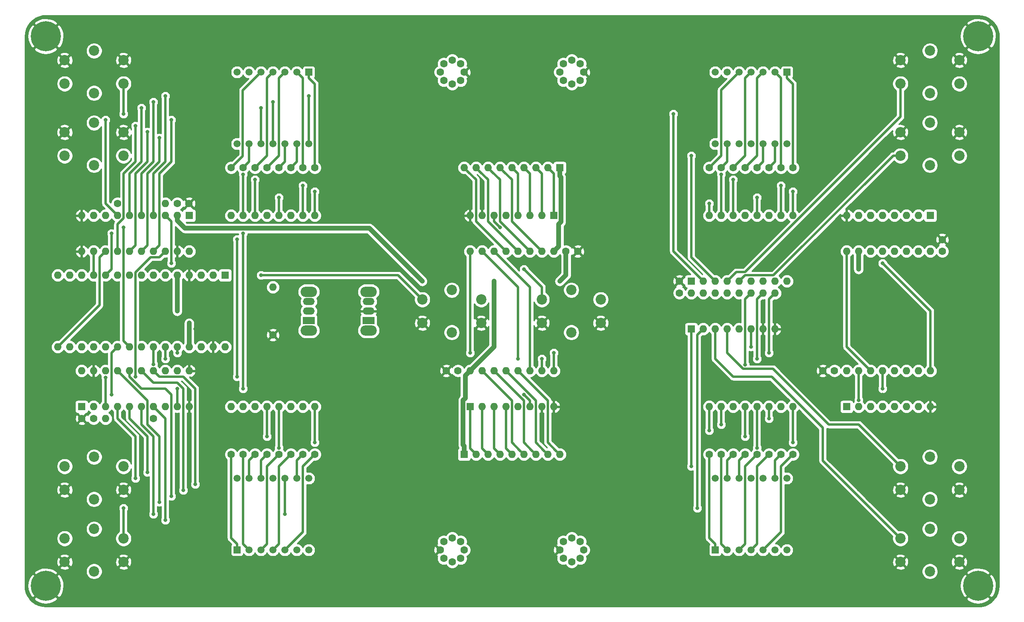
<source format=gbr>
G04 #@! TF.GenerationSoftware,KiCad,Pcbnew,(5.1.4)-1*
G04 #@! TF.CreationDate,2020-08-06T22:09:22-04:00*
G04 #@! TF.ProjectId,mtg_life_counter,6d74675f-6c69-4666-955f-636f756e7465,0.1*
G04 #@! TF.SameCoordinates,Original*
G04 #@! TF.FileFunction,Copper,L1,Top*
G04 #@! TF.FilePolarity,Positive*
%FSLAX46Y46*%
G04 Gerber Fmt 4.6, Leading zero omitted, Abs format (unit mm)*
G04 Created by KiCad (PCBNEW (5.1.4)-1) date 2020-08-06 22:09:22*
%MOMM*%
%LPD*%
G04 APERTURE LIST*
%ADD10O,1.600000X1.600000*%
%ADD11R,1.600000X1.600000*%
%ADD12C,1.500000*%
%ADD13R,1.500000X1.500000*%
%ADD14C,2.200000*%
%ADD15C,1.600000*%
%ADD16C,0.800000*%
%ADD17C,6.400000*%
%ADD18O,3.500000X2.200000*%
%ADD19O,2.500000X1.500000*%
%ADD20R,2.500000X1.500000*%
%ADD21C,0.500000*%
%ADD22C,1.000000*%
%ADD23C,0.254000*%
G04 APERTURE END LIST*
D10*
X50800000Y-101600000D03*
X73660000Y-109220000D03*
X53340000Y-101600000D03*
X71120000Y-109220000D03*
X55880000Y-101600000D03*
X68580000Y-109220000D03*
X58420000Y-101600000D03*
X66040000Y-109220000D03*
X60960000Y-101600000D03*
X63500000Y-109220000D03*
X63500000Y-101600000D03*
X60960000Y-109220000D03*
X66040000Y-101600000D03*
X58420000Y-109220000D03*
X68580000Y-101600000D03*
X55880000Y-109220000D03*
X71120000Y-101600000D03*
X53340000Y-109220000D03*
X73660000Y-101600000D03*
D11*
X50800000Y-109220000D03*
D12*
X83820000Y-124460000D03*
X86360000Y-124460000D03*
X88900000Y-124460000D03*
X91440000Y-124460000D03*
X93980000Y-124460000D03*
X96520000Y-124460000D03*
X99060000Y-124460000D03*
X99060000Y-139700000D03*
X96520000Y-139700000D03*
X93980000Y-139700000D03*
X91440000Y-139700000D03*
X88900000Y-139700000D03*
X86360000Y-139700000D03*
D13*
X83820000Y-139700000D03*
D12*
X185420000Y-124460000D03*
X187960000Y-124460000D03*
X190500000Y-124460000D03*
X193040000Y-124460000D03*
X195580000Y-124460000D03*
X198120000Y-124460000D03*
X200660000Y-124460000D03*
X200660000Y-139700000D03*
X198120000Y-139700000D03*
X195580000Y-139700000D03*
X193040000Y-139700000D03*
X190500000Y-139700000D03*
X187960000Y-139700000D03*
D13*
X185420000Y-139700000D03*
D10*
X73660000Y-76200000D03*
X50800000Y-68580000D03*
X71120000Y-76200000D03*
X53340000Y-68580000D03*
X68580000Y-76200000D03*
X55880000Y-68580000D03*
X66040000Y-76200000D03*
X58420000Y-68580000D03*
X63500000Y-76200000D03*
X60960000Y-68580000D03*
X60960000Y-76200000D03*
X63500000Y-68580000D03*
X58420000Y-76200000D03*
X66040000Y-68580000D03*
X55880000Y-76200000D03*
X68580000Y-68580000D03*
X53340000Y-76200000D03*
X71120000Y-68580000D03*
X50800000Y-76200000D03*
D11*
X73660000Y-68580000D03*
D14*
X53440000Y-119920000D03*
X53440000Y-128920000D03*
X47190000Y-126920000D03*
X59690000Y-126920000D03*
X59690000Y-121920000D03*
X47190000Y-121920000D03*
D10*
X68580000Y-66040000D03*
D15*
X58420000Y-66040000D03*
X71120000Y-66040000D03*
X73620000Y-66040000D03*
D12*
X200660000Y-53340000D03*
X198120000Y-53340000D03*
X195580000Y-53340000D03*
X193040000Y-53340000D03*
X190500000Y-53340000D03*
X187960000Y-53340000D03*
X185420000Y-53340000D03*
X185420000Y-38100000D03*
X187960000Y-38100000D03*
X190500000Y-38100000D03*
X193040000Y-38100000D03*
X195580000Y-38100000D03*
X198120000Y-38100000D03*
D13*
X200660000Y-38100000D03*
D14*
X53440000Y-135240000D03*
X53440000Y-144240000D03*
X47190000Y-142240000D03*
X59690000Y-142240000D03*
X59690000Y-137240000D03*
X47190000Y-137240000D03*
X231040000Y-135240000D03*
X231040000Y-144240000D03*
X224790000Y-142240000D03*
X237290000Y-142240000D03*
X237290000Y-137240000D03*
X224790000Y-137240000D03*
X231040000Y-119920000D03*
X231040000Y-128920000D03*
X224790000Y-126920000D03*
X237290000Y-126920000D03*
X237290000Y-121920000D03*
X224790000Y-121920000D03*
X231040000Y-57880000D03*
X231040000Y-48880000D03*
X237290000Y-50880000D03*
X224790000Y-50880000D03*
X224790000Y-55880000D03*
X237290000Y-55880000D03*
X231040000Y-42560000D03*
X231040000Y-33560000D03*
X237290000Y-35560000D03*
X224790000Y-35560000D03*
X224790000Y-40560000D03*
X237290000Y-40560000D03*
X53440000Y-57880000D03*
X53440000Y-48880000D03*
X59690000Y-50880000D03*
X47190000Y-50880000D03*
X47190000Y-55880000D03*
X59690000Y-55880000D03*
X53440000Y-42560000D03*
X53440000Y-33560000D03*
X59690000Y-35560000D03*
X47190000Y-35560000D03*
X47190000Y-40560000D03*
X59690000Y-40560000D03*
X154840000Y-84440000D03*
X154840000Y-93440000D03*
X148590000Y-91440000D03*
X161090000Y-91440000D03*
X161090000Y-86440000D03*
X148590000Y-86440000D03*
X129440000Y-84440000D03*
X129440000Y-93440000D03*
X123190000Y-91440000D03*
X135690000Y-91440000D03*
X135690000Y-86440000D03*
X123190000Y-86440000D03*
D16*
X44877056Y-145622944D03*
X43180000Y-144920000D03*
X41482944Y-145622944D03*
X40780000Y-147320000D03*
X41482944Y-149017056D03*
X43180000Y-149720000D03*
X44877056Y-149017056D03*
X45580000Y-147320000D03*
D17*
X43180000Y-147320000D03*
D16*
X242997056Y-145622944D03*
X241300000Y-144920000D03*
X239602944Y-145622944D03*
X238900000Y-147320000D03*
X239602944Y-149017056D03*
X241300000Y-149720000D03*
X242997056Y-149017056D03*
X243700000Y-147320000D03*
D17*
X241300000Y-147320000D03*
D16*
X242997056Y-28782944D03*
X241300000Y-28080000D03*
X239602944Y-28782944D03*
X238900000Y-30480000D03*
X239602944Y-32177056D03*
X241300000Y-32880000D03*
X242997056Y-32177056D03*
X243700000Y-30480000D03*
D17*
X241300000Y-30480000D03*
D16*
X44877056Y-28782944D03*
X43180000Y-28080000D03*
X41482944Y-28782944D03*
X40780000Y-30480000D03*
X41482944Y-32177056D03*
X43180000Y-32880000D03*
X44877056Y-32177056D03*
X45580000Y-30480000D03*
D17*
X43180000Y-30480000D03*
D12*
X99060000Y-53340000D03*
X96520000Y-53340000D03*
X93980000Y-53340000D03*
X91440000Y-53340000D03*
X88900000Y-53340000D03*
X86360000Y-53340000D03*
X83820000Y-53340000D03*
X83820000Y-38100000D03*
X86360000Y-38100000D03*
X88900000Y-38100000D03*
X91440000Y-38100000D03*
X93980000Y-38100000D03*
X96520000Y-38100000D03*
D13*
X99060000Y-38100000D03*
D15*
X127740000Y-141500000D03*
X131340000Y-141500000D03*
X131340000Y-137900000D03*
X127740000Y-137900000D03*
X129540000Y-142240000D03*
X132080000Y-139700000D03*
X127000000Y-139700000D03*
X129540000Y-137160000D03*
X153140000Y-141500000D03*
X156740000Y-141500000D03*
X156740000Y-137900000D03*
X153140000Y-137900000D03*
X154940000Y-142240000D03*
X157480000Y-139700000D03*
X152400000Y-139700000D03*
X154940000Y-137160000D03*
X156740000Y-36300000D03*
X153140000Y-36300000D03*
X153140000Y-39900000D03*
X156740000Y-39900000D03*
X154940000Y-35560000D03*
X152400000Y-38100000D03*
X157480000Y-38100000D03*
X154940000Y-40640000D03*
X131340000Y-36300000D03*
X127740000Y-36300000D03*
X127740000Y-39900000D03*
X131340000Y-39900000D03*
X129540000Y-35560000D03*
X127000000Y-38100000D03*
X132080000Y-38100000D03*
X129540000Y-40640000D03*
D18*
X99060000Y-84800000D03*
X99060000Y-93000000D03*
D19*
X99060000Y-86900000D03*
X99060000Y-88900000D03*
D20*
X99060000Y-90900000D03*
D10*
X91440000Y-83820000D03*
D15*
X91440000Y-93980000D03*
D11*
X81280000Y-81280000D03*
D10*
X48260000Y-96520000D03*
X78740000Y-81280000D03*
X50800000Y-96520000D03*
X76200000Y-81280000D03*
X53340000Y-96520000D03*
X73660000Y-81280000D03*
X55880000Y-96520000D03*
X71120000Y-81280000D03*
X58420000Y-96520000D03*
X68580000Y-81280000D03*
X60960000Y-96520000D03*
X66040000Y-81280000D03*
X63500000Y-96520000D03*
X63500000Y-81280000D03*
X66040000Y-96520000D03*
X60960000Y-81280000D03*
X68580000Y-96520000D03*
X58420000Y-81280000D03*
X71120000Y-96520000D03*
X55880000Y-81280000D03*
X73660000Y-96520000D03*
X53340000Y-81280000D03*
X76200000Y-96520000D03*
X50800000Y-81280000D03*
X78740000Y-96520000D03*
X48260000Y-81280000D03*
X81280000Y-96520000D03*
X45720000Y-81280000D03*
X45720000Y-96520000D03*
D15*
X233680000Y-73700000D03*
X233680000Y-76200000D03*
X210780000Y-101600000D03*
X208280000Y-101600000D03*
X53340000Y-111760000D03*
X50840000Y-111760000D03*
X153710000Y-76200000D03*
X156210000Y-76200000D03*
X130770000Y-101600000D03*
X128270000Y-101600000D03*
X177800000Y-85050000D03*
X177800000Y-82550000D03*
D10*
X95250000Y-68580000D03*
D15*
X95250000Y-58420000D03*
X85090000Y-58420000D03*
D10*
X85090000Y-68580000D03*
X87630000Y-68580000D03*
D15*
X87630000Y-58420000D03*
X97790000Y-58420000D03*
D10*
X97790000Y-68580000D03*
X100330000Y-68580000D03*
D15*
X100330000Y-58420000D03*
X92710000Y-58420000D03*
D10*
X92710000Y-68580000D03*
X82550000Y-68580000D03*
D15*
X82550000Y-58420000D03*
X90170000Y-58420000D03*
D10*
X90170000Y-68580000D03*
X196850000Y-68580000D03*
D15*
X196850000Y-58420000D03*
X186690000Y-58420000D03*
D10*
X186690000Y-68580000D03*
X189230000Y-68580000D03*
D15*
X189230000Y-58420000D03*
X199390000Y-58420000D03*
D10*
X199390000Y-68580000D03*
X201930000Y-68580000D03*
D15*
X201930000Y-58420000D03*
X194310000Y-58420000D03*
D10*
X194310000Y-68580000D03*
X184150000Y-68580000D03*
D15*
X184150000Y-58420000D03*
X191770000Y-58420000D03*
D10*
X191770000Y-68580000D03*
X189230000Y-109220000D03*
D15*
X189230000Y-119380000D03*
X199390000Y-119380000D03*
D10*
X199390000Y-109220000D03*
X196850000Y-109220000D03*
D15*
X196850000Y-119380000D03*
X186690000Y-119380000D03*
D10*
X186690000Y-109220000D03*
X184150000Y-109220000D03*
D15*
X184150000Y-119380000D03*
X191770000Y-119380000D03*
D10*
X191770000Y-109220000D03*
X201930000Y-109220000D03*
D15*
X201930000Y-119380000D03*
X194310000Y-119380000D03*
D10*
X194310000Y-109220000D03*
X87630000Y-109220000D03*
D15*
X87630000Y-119380000D03*
X97790000Y-119380000D03*
D10*
X97790000Y-109220000D03*
X95250000Y-109220000D03*
D15*
X95250000Y-119380000D03*
X85090000Y-119380000D03*
D10*
X85090000Y-109220000D03*
D15*
X82550000Y-119380000D03*
D10*
X82550000Y-109220000D03*
X90170000Y-109220000D03*
D15*
X90170000Y-119380000D03*
X100330000Y-119380000D03*
D10*
X100330000Y-109220000D03*
X92710000Y-109220000D03*
D15*
X92710000Y-119380000D03*
X66040000Y-111760000D03*
D10*
X55880000Y-111760000D03*
X132080000Y-58420000D03*
X134620000Y-58420000D03*
X137160000Y-58420000D03*
X139700000Y-58420000D03*
X142240000Y-58420000D03*
X144780000Y-58420000D03*
X147320000Y-58420000D03*
X149860000Y-58420000D03*
D11*
X152400000Y-58420000D03*
X132080000Y-119380000D03*
D10*
X134620000Y-119380000D03*
X137160000Y-119380000D03*
X139700000Y-119380000D03*
X142240000Y-119380000D03*
X144780000Y-119380000D03*
X147320000Y-119380000D03*
X149860000Y-119380000D03*
X152400000Y-119380000D03*
D11*
X180340000Y-82550000D03*
D10*
X182880000Y-82550000D03*
X185420000Y-82550000D03*
X187960000Y-82550000D03*
X190500000Y-82550000D03*
X193040000Y-82550000D03*
X195580000Y-82550000D03*
X198120000Y-82550000D03*
X200660000Y-82550000D03*
D20*
X111760000Y-90900000D03*
D19*
X111760000Y-88900000D03*
X111760000Y-86900000D03*
D18*
X111760000Y-93000000D03*
X111760000Y-84800000D03*
D10*
X231140000Y-76200000D03*
X213360000Y-68580000D03*
X228600000Y-76200000D03*
X215900000Y-68580000D03*
X226060000Y-76200000D03*
X218440000Y-68580000D03*
X223520000Y-76200000D03*
X220980000Y-68580000D03*
X220980000Y-76200000D03*
X223520000Y-68580000D03*
X218440000Y-76200000D03*
X226060000Y-68580000D03*
X215900000Y-76200000D03*
X228600000Y-68580000D03*
X213360000Y-76200000D03*
D11*
X231140000Y-68580000D03*
D10*
X213360000Y-101600000D03*
X231140000Y-109220000D03*
X215900000Y-101600000D03*
X228600000Y-109220000D03*
X218440000Y-101600000D03*
X226060000Y-109220000D03*
X220980000Y-101600000D03*
X223520000Y-109220000D03*
X223520000Y-101600000D03*
X220980000Y-109220000D03*
X226060000Y-101600000D03*
X218440000Y-109220000D03*
X228600000Y-101600000D03*
X215900000Y-109220000D03*
X231140000Y-101600000D03*
D11*
X213360000Y-109220000D03*
X151130000Y-68580000D03*
D10*
X133350000Y-76200000D03*
X148590000Y-68580000D03*
X135890000Y-76200000D03*
X146050000Y-68580000D03*
X138430000Y-76200000D03*
X143510000Y-68580000D03*
X140970000Y-76200000D03*
X140970000Y-68580000D03*
X143510000Y-76200000D03*
X138430000Y-68580000D03*
X146050000Y-76200000D03*
X135890000Y-68580000D03*
X148590000Y-76200000D03*
X133350000Y-68580000D03*
X151130000Y-76200000D03*
X133350000Y-101600000D03*
X151130000Y-109220000D03*
X135890000Y-101600000D03*
X148590000Y-109220000D03*
X138430000Y-101600000D03*
X146050000Y-109220000D03*
X140970000Y-101600000D03*
X143510000Y-109220000D03*
X143510000Y-101600000D03*
X140970000Y-109220000D03*
X146050000Y-101600000D03*
X138430000Y-109220000D03*
X148590000Y-101600000D03*
X135890000Y-109220000D03*
X151130000Y-101600000D03*
D11*
X133350000Y-109220000D03*
X180340000Y-92710000D03*
D10*
X198120000Y-85090000D03*
X182880000Y-92710000D03*
X195580000Y-85090000D03*
X185420000Y-92710000D03*
X193040000Y-85090000D03*
X187960000Y-92710000D03*
X190500000Y-85090000D03*
X190500000Y-92710000D03*
X187960000Y-85090000D03*
X193040000Y-92710000D03*
X185420000Y-85090000D03*
X195580000Y-92710000D03*
X182880000Y-85090000D03*
X198120000Y-92710000D03*
X180340000Y-85090000D03*
D16*
X63500000Y-85090000D03*
X64770000Y-86360000D03*
X66040000Y-85090000D03*
X67310000Y-86360000D03*
X68580000Y-85090000D03*
X73660000Y-86360000D03*
X74930000Y-85090000D03*
X76200000Y-86360000D03*
X77470000Y-85090000D03*
X78740000Y-86360000D03*
X80010000Y-85090000D03*
X81280000Y-86360000D03*
X82550000Y-85090000D03*
X82550000Y-92710000D03*
X80010000Y-92710000D03*
X77470000Y-92710000D03*
X74930000Y-92710000D03*
X63500000Y-92710000D03*
X64770000Y-91440000D03*
X66040000Y-92710000D03*
X67310000Y-91440000D03*
X68580000Y-92710000D03*
X69850000Y-91440000D03*
X71120000Y-92710000D03*
X50800000Y-93980000D03*
X52070000Y-92710000D03*
X53340000Y-91440000D03*
X57150000Y-69850000D03*
X54610000Y-72390000D03*
X53340000Y-73660000D03*
X53340000Y-71120000D03*
X52070000Y-72390000D03*
X50800000Y-71120000D03*
X50800000Y-73660000D03*
X88900000Y-62230000D03*
X88900000Y-64770000D03*
X91440000Y-64770000D03*
X90170000Y-63500000D03*
X91440000Y-62230000D03*
X93980000Y-62230000D03*
X95250000Y-63500000D03*
X96520000Y-62230000D03*
X92710000Y-63500000D03*
X82550000Y-66040000D03*
X83820000Y-64770000D03*
X83820000Y-62230000D03*
X82550000Y-63500000D03*
X83820000Y-59690000D03*
X82550000Y-60960000D03*
X86360000Y-62230000D03*
X86360000Y-64770000D03*
X53340000Y-93980000D03*
X54610000Y-92710000D03*
X55880000Y-91440000D03*
X55880000Y-93980000D03*
X57150000Y-92710000D03*
X58420000Y-91440000D03*
X58420000Y-86360000D03*
X55880000Y-86360000D03*
X57150000Y-85090000D03*
X55880000Y-83820000D03*
X58420000Y-83820000D03*
X57150000Y-82550000D03*
X53340000Y-86360000D03*
X53340000Y-83820000D03*
X50800000Y-83820000D03*
X52070000Y-85090000D03*
X50800000Y-86360000D03*
X49530000Y-85090000D03*
X48260000Y-83820000D03*
X48260000Y-86360000D03*
X46990000Y-87630000D03*
X46990000Y-85090000D03*
X45720000Y-83820000D03*
X45720000Y-86360000D03*
X45720000Y-88900000D03*
X226060000Y-71120000D03*
X227330000Y-72390000D03*
X228600000Y-73660000D03*
X228600000Y-71120000D03*
X229870000Y-72390000D03*
X231140000Y-71120000D03*
X231140000Y-73660000D03*
X218440000Y-106680000D03*
X220980000Y-106680000D03*
X223520000Y-106680000D03*
X226060000Y-106680000D03*
X227330000Y-105410000D03*
X224790000Y-105410000D03*
X228600000Y-106680000D03*
X228600000Y-104140000D03*
X226060000Y-104140000D03*
X229870000Y-105410000D03*
X231140000Y-104140000D03*
X231140000Y-106680000D03*
X67310000Y-142240000D03*
X67310000Y-139700000D03*
X68580000Y-140970000D03*
X69850000Y-142240000D03*
X69850000Y-139700000D03*
X68580000Y-138430000D03*
X67310000Y-137160000D03*
X69850000Y-137160000D03*
X71120000Y-138430000D03*
X72390000Y-137160000D03*
X72390000Y-139700000D03*
X71120000Y-140970000D03*
X72390000Y-142240000D03*
X73660000Y-140970000D03*
X73660000Y-138430000D03*
X74930000Y-137160000D03*
X74930000Y-139700000D03*
X74930000Y-142240000D03*
X76200000Y-140970000D03*
X77470000Y-142240000D03*
X76200000Y-138430000D03*
X77470000Y-139700000D03*
X78740000Y-140970000D03*
X77470000Y-137160000D03*
X78740000Y-138430000D03*
X80010000Y-137160000D03*
X80010000Y-139700000D03*
X80010000Y-142240000D03*
X81280000Y-140970000D03*
X82550000Y-142240000D03*
X85090000Y-142240000D03*
X87630000Y-142240000D03*
X90170000Y-142240000D03*
X92710000Y-142240000D03*
X95250000Y-142240000D03*
X97790000Y-142240000D03*
X100330000Y-142240000D03*
X101600000Y-140970000D03*
X102870000Y-142240000D03*
X104140000Y-140970000D03*
X105410000Y-142240000D03*
X106680000Y-140970000D03*
X107950000Y-142240000D03*
X109220000Y-140970000D03*
X110490000Y-142240000D03*
X111760000Y-140970000D03*
X113030000Y-142240000D03*
X114300000Y-140970000D03*
X115570000Y-142240000D03*
X115570000Y-137160000D03*
X115570000Y-134620000D03*
X114300000Y-135890000D03*
X113030000Y-134620000D03*
X113030000Y-137160000D03*
X111760000Y-135890000D03*
X110490000Y-134620000D03*
X110490000Y-137160000D03*
X107950000Y-137160000D03*
X105410000Y-137160000D03*
X102870000Y-137160000D03*
X100330000Y-137160000D03*
X101600000Y-135890000D03*
X100330000Y-134620000D03*
X102870000Y-134620000D03*
X105410000Y-134620000D03*
X104140000Y-135890000D03*
X106680000Y-135890000D03*
X107950000Y-134620000D03*
X109220000Y-135890000D03*
X101600000Y-124460000D03*
X104140000Y-124460000D03*
X106680000Y-124460000D03*
X109220000Y-124460000D03*
X111760000Y-124460000D03*
X114300000Y-124460000D03*
X170180000Y-124460000D03*
X172720000Y-124460000D03*
X175260000Y-124460000D03*
X177800000Y-124460000D03*
X180340000Y-124460000D03*
X168910000Y-134620000D03*
X168910000Y-137160000D03*
X168910000Y-139700000D03*
X170180000Y-140970000D03*
X170180000Y-138430000D03*
X170180000Y-135890000D03*
X171450000Y-134620000D03*
X171450000Y-137160000D03*
X171450000Y-139700000D03*
X172720000Y-140970000D03*
X172720000Y-138430000D03*
X172720000Y-135890000D03*
X173990000Y-134620000D03*
X173990000Y-137160000D03*
X173990000Y-139700000D03*
X175260000Y-140970000D03*
X175260000Y-138430000D03*
X175260000Y-135890000D03*
X176530000Y-134620000D03*
X176530000Y-137160000D03*
X176530000Y-139700000D03*
X177800000Y-140970000D03*
X177800000Y-138430000D03*
X177800000Y-135890000D03*
X179070000Y-134620000D03*
X179070000Y-137160000D03*
X179070000Y-139700000D03*
X180340000Y-140970000D03*
X180340000Y-138430000D03*
X180340000Y-135890000D03*
X181610000Y-134620000D03*
X181610000Y-137160000D03*
X181610000Y-139700000D03*
X182880000Y-140970000D03*
X182880000Y-138430000D03*
X217170000Y-139700000D03*
X215900000Y-138430000D03*
X214630000Y-139700000D03*
X213360000Y-138430000D03*
X212090000Y-139700000D03*
X210820000Y-138430000D03*
X209550000Y-139700000D03*
X208280000Y-138430000D03*
X207010000Y-139700000D03*
X205740000Y-138430000D03*
X204470000Y-139700000D03*
X203200000Y-138430000D03*
X215900000Y-135890000D03*
X215900000Y-133350000D03*
X214630000Y-132080000D03*
X213360000Y-130810000D03*
X212090000Y-129540000D03*
X209550000Y-129540000D03*
X210820000Y-130810000D03*
X212090000Y-132080000D03*
X213360000Y-133350000D03*
X214630000Y-134620000D03*
X213360000Y-135890000D03*
X210820000Y-135890000D03*
X208280000Y-135890000D03*
X205740000Y-135890000D03*
X203200000Y-135890000D03*
X200660000Y-135890000D03*
X201930000Y-134620000D03*
X204470000Y-134620000D03*
X207010000Y-134620000D03*
X209550000Y-134620000D03*
X212090000Y-134620000D03*
X210820000Y-133350000D03*
X208280000Y-133350000D03*
X209550000Y-132080000D03*
X207010000Y-132080000D03*
X208280000Y-130810000D03*
X207010000Y-129540000D03*
X204470000Y-129540000D03*
X201930000Y-129540000D03*
X200660000Y-130810000D03*
X200660000Y-133350000D03*
X203200000Y-130810000D03*
X205740000Y-130810000D03*
X201930000Y-132080000D03*
X203200000Y-133350000D03*
X204470000Y-132080000D03*
X205740000Y-133350000D03*
X124460000Y-93980000D03*
X127000000Y-93980000D03*
X204470000Y-124460000D03*
X203200000Y-123190000D03*
X207010000Y-124460000D03*
X205740000Y-123190000D03*
X209550000Y-124460000D03*
X213360000Y-123190000D03*
X214630000Y-124460000D03*
X215900000Y-123190000D03*
X217170000Y-124460000D03*
X217170000Y-53340000D03*
X215900000Y-54610000D03*
X214630000Y-53340000D03*
X213360000Y-54610000D03*
X212090000Y-53340000D03*
X210820000Y-54610000D03*
X209550000Y-53340000D03*
X208280000Y-54610000D03*
X207010000Y-53340000D03*
X205740000Y-54610000D03*
X168910000Y-35560000D03*
X171450000Y-35560000D03*
X168910000Y-38100000D03*
X170180000Y-36830000D03*
X171450000Y-38100000D03*
X168910000Y-40640000D03*
X170180000Y-39370000D03*
X168910000Y-43180000D03*
X171450000Y-43180000D03*
X170180000Y-41910000D03*
X171450000Y-40640000D03*
X173990000Y-35560000D03*
X176530000Y-35560000D03*
X179070000Y-35560000D03*
X181610000Y-35560000D03*
X182880000Y-36830000D03*
X181610000Y-38100000D03*
X182880000Y-39370000D03*
X181610000Y-40640000D03*
X180340000Y-41910000D03*
X179070000Y-43180000D03*
X177800000Y-44450000D03*
X173990000Y-43180000D03*
X176530000Y-43180000D03*
X177800000Y-41910000D03*
X175260000Y-41910000D03*
X172720000Y-41910000D03*
X173990000Y-40640000D03*
X175260000Y-39370000D03*
X176530000Y-38100000D03*
X177800000Y-36830000D03*
X175260000Y-36830000D03*
X173990000Y-38100000D03*
X172720000Y-39370000D03*
X172720000Y-36830000D03*
X176530000Y-40640000D03*
X177800000Y-39370000D03*
X179070000Y-38100000D03*
X180340000Y-36830000D03*
X180340000Y-39370000D03*
X179070000Y-40640000D03*
X168910000Y-142240000D03*
X171450000Y-142240000D03*
X173990000Y-142240000D03*
X176530000Y-142240000D03*
X179070000Y-142240000D03*
X181610000Y-142240000D03*
X184150000Y-142240000D03*
X102870000Y-139700000D03*
X105410000Y-139700000D03*
X107950000Y-139700000D03*
X110490000Y-139700000D03*
X113030000Y-139700000D03*
X115570000Y-139700000D03*
X101600000Y-138430000D03*
X104140000Y-138430000D03*
X106680000Y-138430000D03*
X109220000Y-138430000D03*
X111760000Y-138430000D03*
X114300000Y-138430000D03*
X68580000Y-135890000D03*
X71120000Y-135890000D03*
X73660000Y-135890000D03*
X76200000Y-135890000D03*
X78740000Y-135890000D03*
X81280000Y-138430000D03*
X81280000Y-135890000D03*
X114300000Y-133350000D03*
X111760000Y-133350000D03*
X109220000Y-133350000D03*
X106680000Y-133350000D03*
X104140000Y-133350000D03*
X101600000Y-133350000D03*
X115570000Y-123190000D03*
X113030000Y-123190000D03*
X110490000Y-123190000D03*
X107950000Y-123190000D03*
X105410000Y-123190000D03*
X102870000Y-123190000D03*
X100330000Y-123190000D03*
X186690000Y-142240000D03*
X189230000Y-142240000D03*
X191770000Y-142240000D03*
X194310000Y-142240000D03*
X196850000Y-142240000D03*
X199390000Y-142240000D03*
X201930000Y-142240000D03*
X203200000Y-140970000D03*
X204470000Y-142240000D03*
X205740000Y-140970000D03*
X208280000Y-140970000D03*
X207010000Y-142240000D03*
X210820000Y-140970000D03*
X209550000Y-142240000D03*
X212090000Y-142240000D03*
X213360000Y-140970000D03*
X215900000Y-140970000D03*
X214630000Y-142240000D03*
X217170000Y-142240000D03*
X217170000Y-137160000D03*
X214630000Y-137160000D03*
X212090000Y-137160000D03*
X209550000Y-137160000D03*
X207010000Y-137160000D03*
X204470000Y-137160000D03*
X201930000Y-137160000D03*
X200660000Y-128270000D03*
X201930000Y-127000000D03*
X203200000Y-125730000D03*
X203200000Y-128270000D03*
X204470000Y-127000000D03*
X205740000Y-125730000D03*
X205740000Y-128270000D03*
X207010000Y-127000000D03*
X208280000Y-125730000D03*
X208280000Y-128270000D03*
X209550000Y-127000000D03*
X210820000Y-125730000D03*
X210820000Y-128270000D03*
X212090000Y-127000000D03*
X213360000Y-128270000D03*
X214630000Y-129540000D03*
X215900000Y-130810000D03*
X217170000Y-132080000D03*
X217170000Y-134620000D03*
X217170000Y-127000000D03*
X215900000Y-125730000D03*
X208280000Y-123190000D03*
X168910000Y-53340000D03*
X170180000Y-54610000D03*
X171450000Y-53340000D03*
X172720000Y-54610000D03*
X173990000Y-53340000D03*
X175260000Y-54610000D03*
X177800000Y-53340000D03*
X179070000Y-54610000D03*
X180340000Y-53340000D03*
X181610000Y-54610000D03*
X182880000Y-53340000D03*
X184150000Y-54610000D03*
X182880000Y-55880000D03*
X170180000Y-44450000D03*
X172720000Y-44450000D03*
X175260000Y-44450000D03*
X184150000Y-35560000D03*
X173990000Y-45720000D03*
X171450000Y-45720000D03*
X168910000Y-45720000D03*
X186690000Y-35560000D03*
X189230000Y-35560000D03*
X191770000Y-35560000D03*
X194310000Y-35560000D03*
X196850000Y-35560000D03*
X199390000Y-35560000D03*
X201930000Y-35560000D03*
X204470000Y-35560000D03*
X203200000Y-36830000D03*
X204470000Y-38100000D03*
X207010000Y-35560000D03*
X205740000Y-36830000D03*
X207010000Y-38100000D03*
X208280000Y-36830000D03*
X209550000Y-35560000D03*
X209550000Y-38100000D03*
X210820000Y-36830000D03*
X212090000Y-35560000D03*
X212090000Y-38100000D03*
X213360000Y-36830000D03*
X214630000Y-35560000D03*
X217170000Y-35560000D03*
X215900000Y-36830000D03*
X214630000Y-38100000D03*
X217170000Y-38100000D03*
X215900000Y-39370000D03*
X213360000Y-39370000D03*
X210820000Y-39370000D03*
X208280000Y-39370000D03*
X205740000Y-39370000D03*
X203200000Y-39370000D03*
X203200000Y-41910000D03*
X204470000Y-40640000D03*
X203200000Y-44450000D03*
X204470000Y-43180000D03*
X207010000Y-40640000D03*
X205740000Y-41910000D03*
X209550000Y-40640000D03*
X208280000Y-41910000D03*
X207010000Y-43180000D03*
X205740000Y-44450000D03*
X204470000Y-45720000D03*
X203200000Y-46990000D03*
X203200000Y-49530000D03*
X204470000Y-48260000D03*
X205740000Y-46990000D03*
X207010000Y-45720000D03*
X208280000Y-44450000D03*
X209550000Y-43180000D03*
X210820000Y-41910000D03*
X212090000Y-40640000D03*
X214630000Y-40640000D03*
X213360000Y-41910000D03*
X212090000Y-43180000D03*
X210820000Y-44450000D03*
X209550000Y-45720000D03*
X208280000Y-46990000D03*
X207010000Y-48260000D03*
X205740000Y-49530000D03*
X204470000Y-50800000D03*
X203200000Y-52070000D03*
X217170000Y-40640000D03*
X215900000Y-41910000D03*
X214630000Y-43180000D03*
X217170000Y-43180000D03*
X215900000Y-44450000D03*
X213360000Y-44450000D03*
X212090000Y-45720000D03*
X214630000Y-45720000D03*
X217170000Y-45720000D03*
X215900000Y-46990000D03*
X213360000Y-46990000D03*
X210820000Y-46990000D03*
X209550000Y-48260000D03*
X212090000Y-48260000D03*
X214630000Y-48260000D03*
X217170000Y-48260000D03*
X215900000Y-49530000D03*
X217170000Y-50800000D03*
X214630000Y-50800000D03*
X213360000Y-49530000D03*
X212090000Y-50800000D03*
X210820000Y-49530000D03*
X209550000Y-50800000D03*
X208280000Y-49530000D03*
X207010000Y-50800000D03*
X205740000Y-52070000D03*
X208280000Y-52070000D03*
X210820000Y-52070000D03*
X213360000Y-52070000D03*
X215900000Y-52070000D03*
X204470000Y-53340000D03*
X203200000Y-54610000D03*
X204470000Y-55880000D03*
X207010000Y-55880000D03*
X209550000Y-55880000D03*
X212090000Y-55880000D03*
X214630000Y-55880000D03*
X180340000Y-48260000D03*
X182880000Y-48260000D03*
X185420000Y-48260000D03*
X185420000Y-45720000D03*
X185420000Y-43180000D03*
X184150000Y-44450000D03*
X184150000Y-46990000D03*
X181610000Y-46990000D03*
X182880000Y-45720000D03*
X234950000Y-123190000D03*
X227330000Y-123190000D03*
X229870000Y-123190000D03*
X232410000Y-123190000D03*
X228600000Y-124460000D03*
X231140000Y-124460000D03*
X233680000Y-124460000D03*
X236220000Y-124460000D03*
X234950000Y-125730000D03*
X232410000Y-125730000D03*
X229870000Y-125730000D03*
X227330000Y-125730000D03*
X226060000Y-124460000D03*
X233680000Y-127000000D03*
X228600000Y-127000000D03*
X227330000Y-128270000D03*
X234950000Y-128270000D03*
X233680000Y-129540000D03*
X236220000Y-129540000D03*
X228600000Y-129540000D03*
X226060000Y-129540000D03*
X228600000Y-119380000D03*
X227330000Y-120650000D03*
X233680000Y-119380000D03*
X234950000Y-120650000D03*
X236220000Y-119380000D03*
X226060000Y-119380000D03*
X227330000Y-135890000D03*
X228600000Y-134620000D03*
X226060000Y-134620000D03*
X234950000Y-135890000D03*
X233680000Y-134620000D03*
X236220000Y-134620000D03*
X227330000Y-138430000D03*
X226060000Y-139700000D03*
X227330000Y-140970000D03*
X228600000Y-139700000D03*
X229870000Y-138430000D03*
X229870000Y-140970000D03*
X231140000Y-139700000D03*
X232410000Y-138430000D03*
X232410000Y-140970000D03*
X233680000Y-139700000D03*
X234950000Y-138430000D03*
X234950000Y-140970000D03*
X236220000Y-139700000D03*
X228600000Y-142240000D03*
X233680000Y-142240000D03*
X234950000Y-143510000D03*
X233680000Y-144780000D03*
X236220000Y-144780000D03*
X227330000Y-143510000D03*
X226060000Y-144780000D03*
X228600000Y-144780000D03*
X49530000Y-135890000D03*
X48260000Y-134620000D03*
X50800000Y-134620000D03*
X57150000Y-135890000D03*
X55880000Y-134620000D03*
X58420000Y-134620000D03*
X49530000Y-138430000D03*
X48260000Y-139700000D03*
X49530000Y-140970000D03*
X50800000Y-139700000D03*
X52070000Y-138430000D03*
X54610000Y-138430000D03*
X53340000Y-139700000D03*
X55880000Y-139700000D03*
X57150000Y-138430000D03*
X58420000Y-139700000D03*
X52070000Y-140970000D03*
X54610000Y-140970000D03*
X57150000Y-140970000D03*
X55880000Y-142240000D03*
X50800000Y-142240000D03*
X49530000Y-143510000D03*
X48260000Y-144780000D03*
X50800000Y-144780000D03*
X57150000Y-143510000D03*
X55880000Y-144780000D03*
X58420000Y-144780000D03*
X50800000Y-119380000D03*
X50800000Y-123190000D03*
X53340000Y-123190000D03*
X54610000Y-124460000D03*
X52070000Y-124460000D03*
X50800000Y-125730000D03*
X53340000Y-125730000D03*
X52070000Y-127000000D03*
X54610000Y-127000000D03*
X227330000Y-41910000D03*
X228600000Y-43180000D03*
X226060000Y-43180000D03*
X234950000Y-41910000D03*
X233680000Y-43180000D03*
X236220000Y-43180000D03*
X229870000Y-39370000D03*
X232410000Y-39370000D03*
X231140000Y-38100000D03*
X232410000Y-36830000D03*
X229870000Y-36830000D03*
X228600000Y-38100000D03*
X226060000Y-38100000D03*
X227330000Y-36830000D03*
X227330000Y-39370000D03*
X233680000Y-38100000D03*
X234950000Y-39370000D03*
X234950000Y-36830000D03*
X233680000Y-35560000D03*
X228600000Y-35560000D03*
X227330000Y-34290000D03*
X228600000Y-33020000D03*
X226060000Y-33020000D03*
X234950000Y-34290000D03*
X233680000Y-33020000D03*
X236220000Y-33020000D03*
X227330000Y-57150000D03*
X226060000Y-58420000D03*
X228600000Y-58420000D03*
X234950000Y-57150000D03*
X233680000Y-58420000D03*
X236220000Y-58420000D03*
X229870000Y-54610000D03*
X232410000Y-54610000D03*
X231140000Y-53340000D03*
X227330000Y-54610000D03*
X228600000Y-53340000D03*
X226060000Y-53340000D03*
X227330000Y-52070000D03*
X229870000Y-52070000D03*
X232410000Y-52070000D03*
X233680000Y-53340000D03*
X234950000Y-52070000D03*
X234950000Y-54610000D03*
X233680000Y-50800000D03*
X234950000Y-49530000D03*
X233680000Y-48260000D03*
X236220000Y-48260000D03*
X228600000Y-50800000D03*
X227330000Y-49530000D03*
X228600000Y-48260000D03*
X226060000Y-48260000D03*
X49530000Y-41910000D03*
X50800000Y-43180000D03*
X48260000Y-43180000D03*
X58420000Y-43180000D03*
X57150000Y-41910000D03*
X55880000Y-43180000D03*
X52070000Y-39370000D03*
X54610000Y-39370000D03*
X53340000Y-38100000D03*
X49530000Y-39370000D03*
X50800000Y-38100000D03*
X52070000Y-36830000D03*
X54610000Y-36830000D03*
X55880000Y-38100000D03*
X57150000Y-39370000D03*
X57150000Y-36830000D03*
X58420000Y-38100000D03*
X48260000Y-38100000D03*
X49530000Y-36830000D03*
X50800000Y-35560000D03*
X49530000Y-34290000D03*
X50800000Y-33020000D03*
X48260000Y-33020000D03*
X55880000Y-35560000D03*
X57150000Y-34290000D03*
X55880000Y-33020000D03*
X58420000Y-33020000D03*
X52070000Y-54610000D03*
X54610000Y-54610000D03*
X53340000Y-53340000D03*
X52070000Y-52070000D03*
X54610000Y-52070000D03*
X49530000Y-57150000D03*
X50800000Y-58420000D03*
X48260000Y-58420000D03*
X50800000Y-53340000D03*
X48260000Y-53340000D03*
X49530000Y-54610000D03*
X49530000Y-52070000D03*
X50800000Y-50800000D03*
X50800000Y-48260000D03*
X49530000Y-49530000D03*
X48260000Y-48260000D03*
X57150000Y-52070000D03*
X57150000Y-54610000D03*
X58420000Y-53340000D03*
X58420000Y-48260000D03*
X57150000Y-49530000D03*
X58420000Y-58420000D03*
X57150000Y-57150000D03*
X125730000Y-92710000D03*
X127000000Y-91440000D03*
X128270000Y-90170000D03*
X130810000Y-90170000D03*
X129540000Y-91440000D03*
X132080000Y-91440000D03*
X132080000Y-93980000D03*
X132080000Y-88900000D03*
X129540000Y-88900000D03*
X127000000Y-88900000D03*
X124460000Y-88900000D03*
X125730000Y-90170000D03*
X125730000Y-87630000D03*
X128270000Y-87630000D03*
X130810000Y-87630000D03*
X67310000Y-35560000D03*
X69850000Y-35560000D03*
X68580000Y-36830000D03*
X67310000Y-38100000D03*
X69850000Y-38100000D03*
X71120000Y-36830000D03*
X72390000Y-35560000D03*
X72390000Y-38100000D03*
X68580000Y-40640000D03*
X67310000Y-41910000D03*
X69850000Y-41910000D03*
X71120000Y-40640000D03*
X72390000Y-41910000D03*
X73660000Y-40640000D03*
X74930000Y-41910000D03*
X74930000Y-35560000D03*
X77470000Y-35560000D03*
X80010000Y-35560000D03*
X82550000Y-35560000D03*
X85090000Y-35560000D03*
X87630000Y-35560000D03*
X90170000Y-35560000D03*
X92710000Y-35560000D03*
X95250000Y-35560000D03*
X97790000Y-35560000D03*
X100330000Y-35560000D03*
X102870000Y-35560000D03*
X105410000Y-35560000D03*
X107950000Y-35560000D03*
X110490000Y-35560000D03*
X113030000Y-35560000D03*
X115570000Y-35560000D03*
X114300000Y-36830000D03*
X115570000Y-38100000D03*
X111760000Y-36830000D03*
X113030000Y-38100000D03*
X114300000Y-39370000D03*
X115570000Y-40640000D03*
X115570000Y-43180000D03*
X115570000Y-45720000D03*
X113030000Y-45720000D03*
X110490000Y-45720000D03*
X107950000Y-45720000D03*
X105410000Y-45720000D03*
X102870000Y-45720000D03*
X101600000Y-44450000D03*
X102870000Y-43180000D03*
X101600000Y-41910000D03*
X102870000Y-40640000D03*
X101600000Y-39370000D03*
X102870000Y-38100000D03*
X101600000Y-36830000D03*
X104140000Y-36830000D03*
X106680000Y-36830000D03*
X109220000Y-36830000D03*
X105410000Y-38100000D03*
X107950000Y-38100000D03*
X110490000Y-38100000D03*
X111760000Y-39370000D03*
X109220000Y-39370000D03*
X106680000Y-39370000D03*
X104140000Y-39370000D03*
X105410000Y-40640000D03*
X104140000Y-41910000D03*
X104140000Y-44450000D03*
X105410000Y-43180000D03*
X106680000Y-44450000D03*
X106680000Y-41910000D03*
X107950000Y-43180000D03*
X109220000Y-44450000D03*
X107950000Y-40640000D03*
X109220000Y-41910000D03*
X110490000Y-43180000D03*
X111760000Y-44450000D03*
X113030000Y-43180000D03*
X110490000Y-40640000D03*
X111760000Y-41910000D03*
X114300000Y-41910000D03*
X113030000Y-40640000D03*
X73660000Y-36830000D03*
X76200000Y-36830000D03*
X74930000Y-38100000D03*
X78740000Y-36830000D03*
X77470000Y-38100000D03*
X80010000Y-38100000D03*
X81280000Y-36830000D03*
X76200000Y-40640000D03*
X77470000Y-41910000D03*
X78740000Y-40640000D03*
X80010000Y-41910000D03*
X81280000Y-40640000D03*
X82550000Y-41910000D03*
X83820000Y-40640000D03*
X115570000Y-54610000D03*
X114300000Y-53340000D03*
X113030000Y-54610000D03*
X111760000Y-53340000D03*
X110490000Y-54610000D03*
X109220000Y-53340000D03*
X107950000Y-54610000D03*
X106680000Y-53340000D03*
X105410000Y-54610000D03*
X104140000Y-53340000D03*
X102870000Y-54610000D03*
X101600000Y-53340000D03*
X71120000Y-53340000D03*
X82550000Y-54610000D03*
X81280000Y-53340000D03*
X80010000Y-54610000D03*
X78740000Y-53340000D03*
X77470000Y-54610000D03*
X76200000Y-53340000D03*
X74930000Y-54610000D03*
X73660000Y-53340000D03*
X72390000Y-54610000D03*
X114300000Y-44450000D03*
X170180000Y-133350000D03*
X172720000Y-133350000D03*
X175260000Y-133350000D03*
X177800000Y-133350000D03*
X180340000Y-133350000D03*
X182880000Y-133350000D03*
X182880000Y-135890000D03*
X168910000Y-123190000D03*
X171450000Y-123190000D03*
X173990000Y-123190000D03*
X176530000Y-123190000D03*
X182880000Y-124460000D03*
X182880000Y-121920000D03*
X179070000Y-123190000D03*
X217170000Y-121920000D03*
X214630000Y-121920000D03*
X212090000Y-121920000D03*
X207010000Y-121920000D03*
X204470000Y-121920000D03*
X201930000Y-121920000D03*
X153670000Y-87630000D03*
X156210000Y-87630000D03*
X154940000Y-88900000D03*
X156210000Y-90170000D03*
X153670000Y-90170000D03*
X157480000Y-88900000D03*
X158750000Y-87630000D03*
X160020000Y-88900000D03*
X158750000Y-90170000D03*
X157480000Y-91440000D03*
X158750000Y-92710000D03*
X157480000Y-93980000D03*
X160020000Y-93980000D03*
X152400000Y-91440000D03*
X151130000Y-90170000D03*
X152400000Y-88900000D03*
X151130000Y-87630000D03*
X149860000Y-88900000D03*
X151130000Y-92710000D03*
X149860000Y-93980000D03*
X152400000Y-93980000D03*
X151765000Y-84455000D03*
X157480000Y-84455000D03*
X127000000Y-84455000D03*
X132080000Y-84455000D03*
X48260000Y-129540000D03*
X48260000Y-124460000D03*
X48260000Y-119380000D03*
X50800000Y-128270000D03*
X151130000Y-106680000D03*
X189230000Y-106680000D03*
X102870000Y-132080000D03*
X100330000Y-132080000D03*
X99060000Y-133350000D03*
X99060000Y-135890000D03*
X105410000Y-132080000D03*
X107950000Y-132080000D03*
X110490000Y-132080000D03*
X113030000Y-132080000D03*
X115570000Y-132080000D03*
X67310000Y-134620000D03*
X69850000Y-134620000D03*
X72390000Y-134620000D03*
X74930000Y-134620000D03*
X77470000Y-134620000D03*
X80010000Y-134620000D03*
X144780000Y-106680000D03*
X57150000Y-106680000D03*
X139700000Y-71120000D03*
X59690000Y-71120000D03*
X193040000Y-96520000D03*
X191770000Y-100330000D03*
X66040000Y-100199997D03*
X144780000Y-80010000D03*
X148590000Y-99060000D03*
X194310000Y-99060000D03*
X68580000Y-99060000D03*
X143510000Y-99060000D03*
X88900000Y-81280000D03*
X151130000Y-97790000D03*
X133350000Y-97790000D03*
X196850000Y-97790000D03*
X71120000Y-97790000D03*
X220980000Y-105410000D03*
X71120000Y-105410000D03*
X57150000Y-72390000D03*
X85090000Y-72390000D03*
X85090000Y-105410000D03*
X215900000Y-80010000D03*
X152400000Y-82550000D03*
X138430000Y-82550000D03*
X71120000Y-88900000D03*
X123190000Y-82550000D03*
X83820000Y-102870000D03*
X83820000Y-73660000D03*
X176530000Y-46990000D03*
X59690000Y-46990000D03*
X180340000Y-55880000D03*
X180340000Y-121920000D03*
X59690000Y-130810000D03*
X181610000Y-130810000D03*
X91440000Y-44450000D03*
X66040000Y-44450000D03*
X88900000Y-45720000D03*
X63500000Y-45720000D03*
X55880000Y-48260000D03*
X69850000Y-48260000D03*
X67310000Y-52070000D03*
X64770000Y-50800000D03*
X72390000Y-127000000D03*
X69850000Y-128270000D03*
X67310000Y-129540000D03*
X68580000Y-133350000D03*
X93980000Y-132080000D03*
X66040000Y-132080000D03*
X64770000Y-123190000D03*
X186690000Y-59820003D03*
X85090000Y-59820003D03*
X189230000Y-60960000D03*
X87630000Y-60960000D03*
X199390000Y-62230000D03*
X97790000Y-62230000D03*
X201930000Y-63500000D03*
X100330000Y-63500000D03*
X194310000Y-64770000D03*
X92710000Y-64770000D03*
X184150000Y-66040000D03*
X215900000Y-107819997D03*
X196850000Y-111760000D03*
X186690000Y-113030000D03*
X184150000Y-114300000D03*
X191770000Y-115570000D03*
X90170000Y-115570000D03*
X201930000Y-116840000D03*
X100330000Y-116840000D03*
X194310000Y-117979997D03*
X92710000Y-117979997D03*
X62230000Y-49530000D03*
X99060000Y-43180000D03*
X68580000Y-43180000D03*
X74930000Y-125730000D03*
X62230000Y-124460000D03*
X73660000Y-91440000D03*
X55880000Y-103000003D03*
X62230000Y-102870000D03*
X69850000Y-78740000D03*
X220980000Y-78740000D03*
D21*
X146050000Y-109220000D02*
X146050000Y-107950000D01*
X146050000Y-107950000D02*
X144780000Y-106680000D01*
X57150000Y-101019998D02*
X57150000Y-106680000D01*
X58420000Y-96520000D02*
X57150000Y-97790000D01*
X57150000Y-97790000D02*
X57150000Y-101019998D01*
X138430000Y-68580000D02*
X138430000Y-69850000D01*
X138430000Y-69850000D02*
X139700000Y-71120000D01*
X60960000Y-96520000D02*
X59690000Y-95250000D01*
X59690000Y-95250000D02*
X59690000Y-71120000D01*
X193040000Y-92710000D02*
X193040000Y-96520000D01*
X146050000Y-83820000D02*
X138430000Y-76200000D01*
X146050000Y-101600000D02*
X146050000Y-83820000D01*
X191770000Y-86360000D02*
X193040000Y-85090000D01*
X191770000Y-100330000D02*
X191770000Y-86360000D01*
X66040000Y-96520000D02*
X66040000Y-100199997D01*
X148590000Y-86440000D02*
X148590000Y-83820000D01*
X148590000Y-83820000D02*
X144780000Y-80010000D01*
X148590000Y-99060000D02*
X148590000Y-101600000D01*
X194310000Y-86360000D02*
X195580000Y-85090000D01*
X194310000Y-99060000D02*
X194310000Y-86360000D01*
X68580000Y-96520000D02*
X68580000Y-99060000D01*
X135890000Y-76200000D02*
X143510000Y-83820000D01*
X143510000Y-83820000D02*
X143510000Y-99060000D01*
X123190000Y-86440000D02*
X118030000Y-81280000D01*
X118030000Y-81280000D02*
X88900000Y-81280000D01*
X151130000Y-101600000D02*
X151130000Y-97790000D01*
X133350000Y-76200000D02*
X133350000Y-97790000D01*
X196850000Y-86360000D02*
X198120000Y-85090000D01*
X196850000Y-97790000D02*
X196850000Y-86360000D01*
X71120000Y-96520000D02*
X71120000Y-97790000D01*
X220980000Y-101600000D02*
X220980000Y-105410000D01*
X71120000Y-105410000D02*
X71120000Y-109220000D01*
X57150000Y-76780002D02*
X57150000Y-72390000D01*
X57150000Y-80010000D02*
X57150000Y-76780002D01*
X55880000Y-81280000D02*
X57150000Y-80010000D01*
X85090000Y-72390000D02*
X85090000Y-105410000D01*
D22*
X132080000Y-117580000D02*
X132080000Y-119380000D01*
X131849999Y-117349999D02*
X132080000Y-117580000D01*
X131849999Y-107859999D02*
X131849999Y-117349999D01*
X132310001Y-107399997D02*
X131849999Y-107859999D01*
X132310001Y-102639999D02*
X132310001Y-107399997D01*
X133350000Y-101600000D02*
X132310001Y-102639999D01*
X152400000Y-60220000D02*
X152400000Y-58420000D01*
X152630001Y-60450001D02*
X152400000Y-60220000D01*
X152630001Y-69940001D02*
X152630001Y-60450001D01*
X152169999Y-70400003D02*
X152630001Y-69940001D01*
X152169999Y-75160001D02*
X152169999Y-70400003D01*
X151130000Y-76200000D02*
X152169999Y-75160001D01*
X215900000Y-76200000D02*
X215900000Y-80010000D01*
X153710000Y-81240000D02*
X152400000Y-82550000D01*
X153710000Y-76200000D02*
X153710000Y-81240000D01*
X138430000Y-94338002D02*
X138430000Y-82550000D01*
X138430000Y-96520000D02*
X138430000Y-94338002D01*
X133350000Y-101600000D02*
X138430000Y-96520000D01*
X71120000Y-81280000D02*
X71120000Y-88900000D01*
X122790001Y-82150001D02*
X123190000Y-82550000D01*
X111929999Y-71289999D02*
X122790001Y-82150001D01*
X72698629Y-71289999D02*
X111929999Y-71289999D01*
X71120000Y-69711370D02*
X72698629Y-71289999D01*
X71120000Y-68580000D02*
X71120000Y-69711370D01*
D21*
X53340000Y-81280000D02*
X53340000Y-76200000D01*
X83820000Y-102870000D02*
X83820000Y-73660000D01*
X46519999Y-95720001D02*
X45720000Y-96520000D01*
X54590001Y-87649999D02*
X46519999Y-95720001D01*
X54590001Y-77489999D02*
X54590001Y-87649999D01*
X55880000Y-76200000D02*
X54590001Y-77489999D01*
X176530000Y-76200000D02*
X182880000Y-82550000D01*
X176530000Y-46990000D02*
X176530000Y-76200000D01*
X59690000Y-40560000D02*
X59690000Y-46990000D01*
X185420000Y-82550000D02*
X180340000Y-77470000D01*
X180340000Y-77470000D02*
X180340000Y-55880000D01*
X188759999Y-81750001D02*
X187960000Y-82550000D01*
X189910011Y-80599989D02*
X188759999Y-81750001D01*
X191760013Y-80599989D02*
X189910011Y-80599989D01*
X224790000Y-47570002D02*
X191760013Y-80599989D01*
X224790000Y-40560000D02*
X224790000Y-47570002D01*
X191299999Y-81750001D02*
X190500000Y-82550000D01*
X191750001Y-81299999D02*
X191299999Y-81750001D01*
X197814367Y-81299999D02*
X191750001Y-81299999D01*
X223234366Y-55880000D02*
X197814367Y-81299999D01*
X224790000Y-55880000D02*
X223234366Y-55880000D01*
X187960000Y-93841370D02*
X187960000Y-92710000D01*
X187960000Y-97778002D02*
X187960000Y-93841370D01*
X191361999Y-101180001D02*
X187960000Y-97778002D01*
X197688003Y-101180001D02*
X191361999Y-101180001D01*
X224790000Y-121920000D02*
X215900000Y-113030000D01*
X215894001Y-113035999D02*
X209544001Y-113035999D01*
X215900000Y-113030000D02*
X215894001Y-113035999D01*
X209544001Y-113035999D02*
X197688003Y-101180001D01*
X185420000Y-99060000D02*
X185420000Y-92710000D01*
X189230000Y-102870000D02*
X185420000Y-99060000D01*
X197430002Y-102870000D02*
X189230000Y-102870000D01*
X208280000Y-113719998D02*
X197430002Y-102870000D01*
X208280000Y-120730000D02*
X208280000Y-113719998D01*
X224790000Y-137240000D02*
X208280000Y-120730000D01*
X180340000Y-121920000D02*
X180340000Y-92710000D01*
X182880000Y-92710000D02*
X181610000Y-93980000D01*
X59690000Y-137240000D02*
X59690000Y-130810000D01*
X181610000Y-93980000D02*
X181610000Y-130810000D01*
X93980000Y-57150000D02*
X92710000Y-58420000D01*
X93980000Y-53340000D02*
X93980000Y-57150000D01*
X91440000Y-53340000D02*
X91440000Y-44450000D01*
X63500000Y-59690000D02*
X66040000Y-57150000D01*
X63500000Y-68580000D02*
X63500000Y-59690000D01*
X66040000Y-57150000D02*
X66040000Y-44450000D01*
X88900000Y-53340000D02*
X88900000Y-45720000D01*
X60960000Y-59690000D02*
X63500000Y-57150000D01*
X60960000Y-68580000D02*
X60960000Y-59690000D01*
X63500000Y-57150000D02*
X63500000Y-45720000D01*
X86360000Y-57150000D02*
X85090000Y-58420000D01*
X86360000Y-53340000D02*
X86360000Y-57150000D01*
X58420000Y-68580000D02*
X55880000Y-66040000D01*
X55880000Y-48260000D02*
X55880000Y-66040000D01*
X85020001Y-41979999D02*
X88900000Y-38100000D01*
X82550000Y-58420000D02*
X85020001Y-55949999D01*
X85020001Y-55949999D02*
X85020001Y-41979999D01*
X87630000Y-58420000D02*
X90170000Y-55880000D01*
X90170000Y-39370000D02*
X91440000Y-38100000D01*
X90170000Y-55880000D02*
X90170000Y-39370000D01*
X90170000Y-58420000D02*
X92710000Y-55880000D01*
X92710000Y-39370000D02*
X93980000Y-38100000D01*
X92710000Y-55880000D02*
X92710000Y-39370000D01*
X97790000Y-39370000D02*
X96520000Y-38100000D01*
X97790000Y-58420000D02*
X97790000Y-39370000D01*
X100330000Y-58420000D02*
X100330000Y-40640000D01*
X99060000Y-39370000D02*
X99060000Y-38100000D01*
X100330000Y-40640000D02*
X99060000Y-39370000D01*
X201930000Y-58420000D02*
X201930000Y-40640000D01*
X200660000Y-39370000D02*
X200660000Y-38100000D01*
X201930000Y-40640000D02*
X200660000Y-39370000D01*
X199390000Y-39370000D02*
X198120000Y-38100000D01*
X199390000Y-58420000D02*
X199390000Y-39370000D01*
X191770000Y-58420000D02*
X194310000Y-55880000D01*
X194310000Y-39370000D02*
X195580000Y-38100000D01*
X194310000Y-55880000D02*
X194310000Y-39370000D01*
X189230000Y-58420000D02*
X191770000Y-55880000D01*
X191770000Y-39370000D02*
X193040000Y-38100000D01*
X191770000Y-55880000D02*
X191770000Y-39370000D01*
X184150000Y-58420000D02*
X186690000Y-55880000D01*
X186690000Y-41910000D02*
X190500000Y-38100000D01*
X186690000Y-55880000D02*
X186690000Y-41910000D01*
X66040000Y-76200000D02*
X67290001Y-74949999D01*
X67290001Y-59709999D02*
X69850000Y-57150000D01*
X67290001Y-59709999D02*
X67290001Y-74949999D01*
X69850000Y-57150000D02*
X69850000Y-48260000D01*
X187960000Y-57150000D02*
X187960000Y-53340000D01*
X186690000Y-58420000D02*
X187960000Y-57150000D01*
X64770000Y-59690000D02*
X67310000Y-57150000D01*
X63500000Y-76200000D02*
X64770000Y-74930000D01*
X64770000Y-74930000D02*
X64770000Y-59690000D01*
X67310000Y-57150000D02*
X67310000Y-52070000D01*
X62230000Y-74930000D02*
X60960000Y-76200000D01*
X62230000Y-59690000D02*
X62230000Y-74930000D01*
X64770000Y-57150000D02*
X62230000Y-59690000D01*
X64770000Y-50800000D02*
X64770000Y-57150000D01*
X195580000Y-57150000D02*
X194310000Y-58420000D01*
X195580000Y-53340000D02*
X195580000Y-57150000D01*
X190500000Y-120650000D02*
X190500000Y-124460000D01*
X191770000Y-119380000D02*
X190500000Y-120650000D01*
X72390000Y-105421998D02*
X72390000Y-109800002D01*
X63500000Y-101600000D02*
X66040000Y-104140000D01*
X66040000Y-104140000D02*
X71120000Y-104140000D01*
X71120000Y-104151998D02*
X72390000Y-105421998D01*
X71120000Y-104140000D02*
X71120000Y-104151998D01*
X72390000Y-109800002D02*
X72390000Y-127000000D01*
X60960000Y-102858002D02*
X63511998Y-105410000D01*
X60960000Y-101600000D02*
X60960000Y-102858002D01*
X63511998Y-105410000D02*
X68580000Y-105410000D01*
X68580000Y-105410000D02*
X69850000Y-106680000D01*
X69850000Y-106680000D02*
X69850000Y-113030000D01*
X69850000Y-113030000D02*
X69850000Y-128270000D01*
X198120000Y-120650000D02*
X198120000Y-124460000D01*
X199390000Y-119380000D02*
X198120000Y-120650000D01*
X58420000Y-101600000D02*
X64770000Y-107950000D01*
X64770000Y-107950000D02*
X64770000Y-113030000D01*
X64770000Y-113030000D02*
X67310000Y-115570000D01*
X67310000Y-115570000D02*
X67310000Y-129540000D01*
X201930000Y-119380000D02*
X199390000Y-121920000D01*
X199390000Y-135890000D02*
X195580000Y-139700000D01*
X199390000Y-121920000D02*
X199390000Y-135890000D01*
X196850000Y-119380000D02*
X194310000Y-121920000D01*
X194310000Y-138430000D02*
X193040000Y-139700000D01*
X194310000Y-121920000D02*
X194310000Y-138430000D01*
X194310000Y-119380000D02*
X191770000Y-121920000D01*
X191770000Y-138430000D02*
X190500000Y-139700000D01*
X191770000Y-121920000D02*
X191770000Y-138430000D01*
X186690000Y-138430000D02*
X186690000Y-119380000D01*
X187960000Y-139700000D02*
X186690000Y-138430000D01*
X184150000Y-120511370D02*
X184150000Y-119380000D01*
X184150000Y-137180000D02*
X184150000Y-120511370D01*
X185420000Y-138450000D02*
X184150000Y-137180000D01*
X185420000Y-139700000D02*
X185420000Y-138450000D01*
X82550000Y-119380000D02*
X82550000Y-137160000D01*
X83820000Y-138430000D02*
X83820000Y-139700000D01*
X82550000Y-137160000D02*
X83820000Y-138430000D01*
X85090000Y-138430000D02*
X86360000Y-139700000D01*
X85090000Y-119380000D02*
X85090000Y-138430000D01*
X92710000Y-119380000D02*
X90170000Y-121920000D01*
X90170000Y-138430000D02*
X88900000Y-139700000D01*
X90170000Y-121920000D02*
X90170000Y-138430000D01*
X95250000Y-119380000D02*
X92710000Y-121920000D01*
X92710000Y-138430000D02*
X91440000Y-139700000D01*
X92710000Y-121920000D02*
X92710000Y-138430000D01*
X100330000Y-119380000D02*
X97790000Y-121920000D01*
X97790000Y-135890000D02*
X93980000Y-139700000D01*
X97790000Y-121920000D02*
X97790000Y-135890000D01*
X66040000Y-109220000D02*
X68580000Y-111760000D01*
X68580000Y-133350000D02*
X68580000Y-111760000D01*
X96520000Y-120650000D02*
X97790000Y-119380000D01*
X96520000Y-124460000D02*
X96520000Y-120650000D01*
X93980000Y-124460000D02*
X93980000Y-132080000D01*
X63500000Y-109220000D02*
X63500000Y-113030000D01*
X66040000Y-115570000D02*
X66040000Y-132080000D01*
X63500000Y-113030000D02*
X66040000Y-115570000D01*
X60960000Y-109220000D02*
X60960000Y-111760000D01*
X64770000Y-115570000D02*
X64770000Y-123190000D01*
X60960000Y-111760000D02*
X64770000Y-115570000D01*
X88900000Y-120650000D02*
X90170000Y-119380000D01*
X88900000Y-124460000D02*
X88900000Y-120650000D01*
X96520000Y-57150000D02*
X95250000Y-58420000D01*
X96520000Y-53340000D02*
X96520000Y-57150000D01*
X186690000Y-68580000D02*
X186690000Y-59820003D01*
X85090000Y-59820003D02*
X85090000Y-68580000D01*
X189230000Y-60960000D02*
X189230000Y-68580000D01*
X87630000Y-60960000D02*
X87630000Y-68580000D01*
X199390000Y-62230000D02*
X199390000Y-68580000D01*
X97790000Y-62230000D02*
X97790000Y-68580000D01*
X201930000Y-63500000D02*
X201930000Y-68580000D01*
X100330000Y-63500000D02*
X100330000Y-68580000D01*
X194310000Y-64770000D02*
X194310000Y-68580000D01*
X92710000Y-64770000D02*
X92710000Y-68580000D01*
X184150000Y-66040000D02*
X184150000Y-68580000D01*
X198120000Y-57150000D02*
X196850000Y-58420000D01*
X198120000Y-53340000D02*
X198120000Y-57150000D01*
X215900000Y-107819997D02*
X215900000Y-101600000D01*
X187960000Y-120650000D02*
X189230000Y-119380000D01*
X187960000Y-124460000D02*
X187960000Y-120650000D01*
X196850000Y-111760000D02*
X196850000Y-109220000D01*
X186690000Y-113030000D02*
X186690000Y-109220000D01*
X184150000Y-114300000D02*
X184150000Y-109220000D01*
X191770000Y-115570000D02*
X191770000Y-109220000D01*
X90170000Y-115570000D02*
X90170000Y-109220000D01*
X201930000Y-116840000D02*
X201930000Y-109220000D01*
X100330000Y-116840000D02*
X100330000Y-109220000D01*
X194310000Y-117979997D02*
X194310000Y-109220000D01*
X92710000Y-117979997D02*
X92710000Y-109220000D01*
X86360000Y-120650000D02*
X87630000Y-119380000D01*
X86360000Y-124460000D02*
X86360000Y-120650000D01*
X132879999Y-59219999D02*
X132080000Y-58420000D01*
X134600001Y-60940001D02*
X132879999Y-59219999D01*
X134600001Y-69830001D02*
X134600001Y-60940001D01*
X140970000Y-76200000D02*
X134600001Y-69830001D01*
X135419999Y-59219999D02*
X134620000Y-58420000D01*
X137140001Y-60940001D02*
X135419999Y-59219999D01*
X137140001Y-69830001D02*
X137140001Y-60940001D01*
X143510000Y-76200000D02*
X137140001Y-69830001D01*
X137959999Y-59219999D02*
X137160000Y-58420000D01*
X139719999Y-60979999D02*
X137959999Y-59219999D01*
X139719999Y-69869999D02*
X139719999Y-60979999D01*
X146050000Y-76200000D02*
X139719999Y-69869999D01*
X140499999Y-59219999D02*
X139700000Y-58420000D01*
X142220001Y-60940001D02*
X140499999Y-59219999D01*
X142220001Y-69830001D02*
X142220001Y-60940001D01*
X148590000Y-76200000D02*
X142220001Y-69830001D01*
X143510000Y-59690000D02*
X142240000Y-58420000D01*
X143510000Y-68580000D02*
X143510000Y-59690000D01*
X146050000Y-59690000D02*
X144780000Y-58420000D01*
X146050000Y-68580000D02*
X146050000Y-59690000D01*
X148590000Y-59690000D02*
X147320000Y-58420000D01*
X148590000Y-68580000D02*
X148590000Y-59690000D01*
X151130000Y-59690000D02*
X149860000Y-58420000D01*
X151130000Y-68580000D02*
X151130000Y-59690000D01*
X133350000Y-118110000D02*
X134620000Y-119380000D01*
X133350000Y-109220000D02*
X133350000Y-118110000D01*
X135890000Y-118110000D02*
X137160000Y-119380000D01*
X135890000Y-109220000D02*
X135890000Y-118110000D01*
X138430000Y-118110000D02*
X139700000Y-119380000D01*
X138430000Y-109220000D02*
X138430000Y-118110000D01*
X140970000Y-118110000D02*
X142240000Y-119380000D01*
X140970000Y-109220000D02*
X140970000Y-118110000D01*
X143980001Y-118580001D02*
X144780000Y-119380000D01*
X142220001Y-116820001D02*
X143980001Y-118580001D01*
X142220001Y-107930001D02*
X142220001Y-116820001D01*
X135890000Y-101600000D02*
X142220001Y-107930001D01*
X146520001Y-118580001D02*
X147320000Y-119380000D01*
X144760001Y-116820001D02*
X146520001Y-118580001D01*
X144760001Y-107930001D02*
X144760001Y-116820001D01*
X138430000Y-101600000D02*
X144760001Y-107930001D01*
X149060001Y-118580001D02*
X149860000Y-119380000D01*
X147300001Y-116820001D02*
X149060001Y-118580001D01*
X147300001Y-107930001D02*
X147300001Y-116820001D01*
X140970000Y-101600000D02*
X147300001Y-107930001D01*
X151600001Y-118580001D02*
X152400000Y-119380000D01*
X149840001Y-116820001D02*
X151600001Y-118580001D01*
X149840001Y-107930001D02*
X149840001Y-116820001D01*
X143510000Y-101600000D02*
X149840001Y-107930001D01*
X59709999Y-69140003D02*
X59709999Y-59670001D01*
X58420000Y-76200000D02*
X58420000Y-70430002D01*
X58420000Y-70430002D02*
X59709999Y-69140003D01*
X59709999Y-59670001D02*
X62230000Y-57150000D01*
X62230000Y-49530000D02*
X62230000Y-57150000D01*
X99060000Y-53340000D02*
X99060000Y-43180000D01*
X66040000Y-59690000D02*
X68580000Y-57150000D01*
X66040000Y-68580000D02*
X66040000Y-59690000D01*
X68580000Y-57150000D02*
X68580000Y-43180000D01*
X74930000Y-110490000D02*
X74930000Y-125730000D01*
X74930000Y-105410000D02*
X74930000Y-110490000D01*
X66040000Y-101600000D02*
X67310000Y-102870000D01*
X67310000Y-102870000D02*
X72390000Y-102870000D01*
X72390000Y-102870000D02*
X74930000Y-105410000D01*
X58420000Y-109220000D02*
X58420000Y-111760000D01*
X58420000Y-111760000D02*
X62230000Y-115570000D01*
X62230000Y-115570000D02*
X62230000Y-124460000D01*
D22*
X73660000Y-91440000D02*
X73660000Y-96520000D01*
D21*
X213360000Y-96520000D02*
X218440000Y-101600000D01*
X213360000Y-76200000D02*
X213360000Y-96520000D01*
X67780001Y-76999999D02*
X68580000Y-76200000D01*
X67329999Y-77450001D02*
X67780001Y-76999999D01*
X65479997Y-77450001D02*
X67329999Y-77450001D01*
X62230000Y-80699998D02*
X65479997Y-77450001D01*
X55880000Y-109220000D02*
X55880000Y-103000003D01*
X62230000Y-102870000D02*
X62230000Y-80699998D01*
X69850000Y-69850000D02*
X68580000Y-68580000D01*
X69850000Y-78740000D02*
X69850000Y-69850000D01*
X231140000Y-101600000D02*
X231140000Y-88900000D01*
X231140000Y-88900000D02*
X220980000Y-78740000D01*
D23*
G36*
X242082249Y-26132437D02*
G01*
X242839774Y-26339672D01*
X243548625Y-26677777D01*
X244186404Y-27136067D01*
X244732946Y-27700055D01*
X245170977Y-28351913D01*
X245486651Y-29071038D01*
X245671206Y-29839768D01*
X245720001Y-30504221D01*
X245720000Y-147290608D01*
X245647563Y-148102249D01*
X245440328Y-148859774D01*
X245102221Y-149568627D01*
X244643928Y-150206410D01*
X244079945Y-150752946D01*
X243428085Y-151190978D01*
X242708963Y-151506651D01*
X241940232Y-151691206D01*
X241275792Y-151740000D01*
X43209392Y-151740000D01*
X42397751Y-151667563D01*
X41640226Y-151460328D01*
X40931373Y-151122221D01*
X40293590Y-150663928D01*
X39747054Y-150099945D01*
X39693926Y-150020881D01*
X40658724Y-150020881D01*
X41018912Y-150510548D01*
X41682882Y-150870849D01*
X42404385Y-151094694D01*
X43155695Y-151173480D01*
X43907938Y-151104178D01*
X44632208Y-150889452D01*
X45300670Y-150537555D01*
X45341088Y-150510548D01*
X45701276Y-150020881D01*
X238778724Y-150020881D01*
X239138912Y-150510548D01*
X239802882Y-150870849D01*
X240524385Y-151094694D01*
X241275695Y-151173480D01*
X242027938Y-151104178D01*
X242752208Y-150889452D01*
X243420670Y-150537555D01*
X243461088Y-150510548D01*
X243821276Y-150020881D01*
X241300000Y-147499605D01*
X238778724Y-150020881D01*
X45701276Y-150020881D01*
X43180000Y-147499605D01*
X40658724Y-150020881D01*
X39693926Y-150020881D01*
X39309022Y-149448085D01*
X38993349Y-148728963D01*
X38808794Y-147960232D01*
X38760000Y-147295792D01*
X38760000Y-147295695D01*
X39326520Y-147295695D01*
X39395822Y-148047938D01*
X39610548Y-148772208D01*
X39962445Y-149440670D01*
X39989452Y-149481088D01*
X40479119Y-149841276D01*
X43000395Y-147320000D01*
X43359605Y-147320000D01*
X45880881Y-149841276D01*
X46370548Y-149481088D01*
X46730849Y-148817118D01*
X46954694Y-148095615D01*
X47033480Y-147344305D01*
X47029002Y-147295695D01*
X237446520Y-147295695D01*
X237515822Y-148047938D01*
X237730548Y-148772208D01*
X238082445Y-149440670D01*
X238109452Y-149481088D01*
X238599119Y-149841276D01*
X241120395Y-147320000D01*
X241479605Y-147320000D01*
X244000881Y-149841276D01*
X244490548Y-149481088D01*
X244850849Y-148817118D01*
X245074694Y-148095615D01*
X245153480Y-147344305D01*
X245084178Y-146592062D01*
X244869452Y-145867792D01*
X244517555Y-145199330D01*
X244490548Y-145158912D01*
X244000881Y-144798724D01*
X241479605Y-147320000D01*
X241120395Y-147320000D01*
X238599119Y-144798724D01*
X238109452Y-145158912D01*
X237749151Y-145822882D01*
X237525306Y-146544385D01*
X237446520Y-147295695D01*
X47029002Y-147295695D01*
X46964178Y-146592062D01*
X46749452Y-145867792D01*
X46397555Y-145199330D01*
X46370548Y-145158912D01*
X45880881Y-144798724D01*
X43359605Y-147320000D01*
X43000395Y-147320000D01*
X40479119Y-144798724D01*
X39989452Y-145158912D01*
X39629151Y-145822882D01*
X39405306Y-146544385D01*
X39326520Y-147295695D01*
X38760000Y-147295695D01*
X38760000Y-144619119D01*
X40658724Y-144619119D01*
X43180000Y-147140395D01*
X45701276Y-144619119D01*
X45341088Y-144129452D01*
X45229902Y-144069117D01*
X51705000Y-144069117D01*
X51705000Y-144410883D01*
X51771675Y-144746081D01*
X51902463Y-145061831D01*
X52092337Y-145345998D01*
X52334002Y-145587663D01*
X52618169Y-145777537D01*
X52933919Y-145908325D01*
X53269117Y-145975000D01*
X53610883Y-145975000D01*
X53946081Y-145908325D01*
X54261831Y-145777537D01*
X54545998Y-145587663D01*
X54787663Y-145345998D01*
X54977537Y-145061831D01*
X55108325Y-144746081D01*
X55175000Y-144410883D01*
X55175000Y-144069117D01*
X229305000Y-144069117D01*
X229305000Y-144410883D01*
X229371675Y-144746081D01*
X229502463Y-145061831D01*
X229692337Y-145345998D01*
X229934002Y-145587663D01*
X230218169Y-145777537D01*
X230533919Y-145908325D01*
X230869117Y-145975000D01*
X231210883Y-145975000D01*
X231546081Y-145908325D01*
X231861831Y-145777537D01*
X232145998Y-145587663D01*
X232387663Y-145345998D01*
X232577537Y-145061831D01*
X232708325Y-144746081D01*
X232733579Y-144619119D01*
X238778724Y-144619119D01*
X241300000Y-147140395D01*
X243821276Y-144619119D01*
X243461088Y-144129452D01*
X242797118Y-143769151D01*
X242075615Y-143545306D01*
X241324305Y-143466520D01*
X240572062Y-143535822D01*
X239847792Y-143750548D01*
X239179330Y-144102445D01*
X239138912Y-144129452D01*
X238778724Y-144619119D01*
X232733579Y-144619119D01*
X232775000Y-144410883D01*
X232775000Y-144069117D01*
X232708325Y-143733919D01*
X232589360Y-143446712D01*
X236262893Y-143446712D01*
X236370726Y-143721338D01*
X236677384Y-143872216D01*
X237007585Y-143960369D01*
X237348639Y-143982409D01*
X237687439Y-143937489D01*
X238010966Y-143827336D01*
X238209274Y-143721338D01*
X238317107Y-143446712D01*
X237290000Y-142419605D01*
X236262893Y-143446712D01*
X232589360Y-143446712D01*
X232577537Y-143418169D01*
X232387663Y-143134002D01*
X232145998Y-142892337D01*
X231861831Y-142702463D01*
X231546081Y-142571675D01*
X231210883Y-142505000D01*
X230869117Y-142505000D01*
X230533919Y-142571675D01*
X230218169Y-142702463D01*
X229934002Y-142892337D01*
X229692337Y-143134002D01*
X229502463Y-143418169D01*
X229371675Y-143733919D01*
X229305000Y-144069117D01*
X55175000Y-144069117D01*
X55108325Y-143733919D01*
X54989360Y-143446712D01*
X58662893Y-143446712D01*
X58770726Y-143721338D01*
X59077384Y-143872216D01*
X59407585Y-143960369D01*
X59748639Y-143982409D01*
X60087439Y-143937489D01*
X60410966Y-143827336D01*
X60609274Y-143721338D01*
X60717107Y-143446712D01*
X59690000Y-142419605D01*
X58662893Y-143446712D01*
X54989360Y-143446712D01*
X54977537Y-143418169D01*
X54787663Y-143134002D01*
X54545998Y-142892337D01*
X54261831Y-142702463D01*
X53946081Y-142571675D01*
X53610883Y-142505000D01*
X53269117Y-142505000D01*
X52933919Y-142571675D01*
X52618169Y-142702463D01*
X52334002Y-142892337D01*
X52092337Y-143134002D01*
X51902463Y-143418169D01*
X51771675Y-143733919D01*
X51705000Y-144069117D01*
X45229902Y-144069117D01*
X44677118Y-143769151D01*
X43955615Y-143545306D01*
X43204305Y-143466520D01*
X42452062Y-143535822D01*
X41727792Y-143750548D01*
X41059330Y-144102445D01*
X41018912Y-144129452D01*
X40658724Y-144619119D01*
X38760000Y-144619119D01*
X38760000Y-143446712D01*
X46162893Y-143446712D01*
X46270726Y-143721338D01*
X46577384Y-143872216D01*
X46907585Y-143960369D01*
X47248639Y-143982409D01*
X47587439Y-143937489D01*
X47910966Y-143827336D01*
X48109274Y-143721338D01*
X48217107Y-143446712D01*
X47190000Y-142419605D01*
X46162893Y-143446712D01*
X38760000Y-143446712D01*
X38760000Y-142298639D01*
X45447591Y-142298639D01*
X45492511Y-142637439D01*
X45602664Y-142960966D01*
X45708662Y-143159274D01*
X45983288Y-143267107D01*
X47010395Y-142240000D01*
X47369605Y-142240000D01*
X48396712Y-143267107D01*
X48671338Y-143159274D01*
X48822216Y-142852616D01*
X48910369Y-142522415D01*
X48924830Y-142298639D01*
X57947591Y-142298639D01*
X57992511Y-142637439D01*
X58102664Y-142960966D01*
X58208662Y-143159274D01*
X58483288Y-143267107D01*
X59510395Y-142240000D01*
X59869605Y-142240000D01*
X60896712Y-143267107D01*
X61171338Y-143159274D01*
X61322216Y-142852616D01*
X61410369Y-142522415D01*
X61432409Y-142181361D01*
X61387489Y-141842561D01*
X61277336Y-141519034D01*
X61171338Y-141320726D01*
X60896712Y-141212893D01*
X59869605Y-142240000D01*
X59510395Y-142240000D01*
X58483288Y-141212893D01*
X58208662Y-141320726D01*
X58057784Y-141627384D01*
X57969631Y-141957585D01*
X57947591Y-142298639D01*
X48924830Y-142298639D01*
X48932409Y-142181361D01*
X48887489Y-141842561D01*
X48777336Y-141519034D01*
X48671338Y-141320726D01*
X48396712Y-141212893D01*
X47369605Y-142240000D01*
X47010395Y-142240000D01*
X45983288Y-141212893D01*
X45708662Y-141320726D01*
X45557784Y-141627384D01*
X45469631Y-141957585D01*
X45447591Y-142298639D01*
X38760000Y-142298639D01*
X38760000Y-141033288D01*
X46162893Y-141033288D01*
X47190000Y-142060395D01*
X48217107Y-141033288D01*
X58662893Y-141033288D01*
X59690000Y-142060395D01*
X60717107Y-141033288D01*
X60609274Y-140758662D01*
X60302616Y-140607784D01*
X59972415Y-140519631D01*
X59631361Y-140497591D01*
X59292561Y-140542511D01*
X58969034Y-140652664D01*
X58770726Y-140758662D01*
X58662893Y-141033288D01*
X48217107Y-141033288D01*
X48109274Y-140758662D01*
X47802616Y-140607784D01*
X47472415Y-140519631D01*
X47131361Y-140497591D01*
X46792561Y-140542511D01*
X46469034Y-140652664D01*
X46270726Y-140758662D01*
X46162893Y-141033288D01*
X38760000Y-141033288D01*
X38760000Y-137069117D01*
X45455000Y-137069117D01*
X45455000Y-137410883D01*
X45521675Y-137746081D01*
X45652463Y-138061831D01*
X45842337Y-138345998D01*
X46084002Y-138587663D01*
X46368169Y-138777537D01*
X46683919Y-138908325D01*
X47019117Y-138975000D01*
X47360883Y-138975000D01*
X47696081Y-138908325D01*
X48011831Y-138777537D01*
X48295998Y-138587663D01*
X48537663Y-138345998D01*
X48727537Y-138061831D01*
X48858325Y-137746081D01*
X48925000Y-137410883D01*
X48925000Y-137069117D01*
X57955000Y-137069117D01*
X57955000Y-137410883D01*
X58021675Y-137746081D01*
X58152463Y-138061831D01*
X58342337Y-138345998D01*
X58584002Y-138587663D01*
X58868169Y-138777537D01*
X59183919Y-138908325D01*
X59519117Y-138975000D01*
X59860883Y-138975000D01*
X60196081Y-138908325D01*
X60511831Y-138777537D01*
X60795998Y-138587663D01*
X61037663Y-138345998D01*
X61227537Y-138061831D01*
X61358325Y-137746081D01*
X61425000Y-137410883D01*
X61425000Y-137069117D01*
X61358325Y-136733919D01*
X61227537Y-136418169D01*
X61037663Y-136134002D01*
X60795998Y-135892337D01*
X60575000Y-135744671D01*
X60575000Y-131348454D01*
X60607205Y-131300256D01*
X60685226Y-131111898D01*
X60725000Y-130911939D01*
X60725000Y-130708061D01*
X60685226Y-130508102D01*
X60607205Y-130319744D01*
X60493937Y-130150226D01*
X60349774Y-130006063D01*
X60180256Y-129892795D01*
X59991898Y-129814774D01*
X59791939Y-129775000D01*
X59588061Y-129775000D01*
X59388102Y-129814774D01*
X59199744Y-129892795D01*
X59030226Y-130006063D01*
X58886063Y-130150226D01*
X58772795Y-130319744D01*
X58694774Y-130508102D01*
X58655000Y-130708061D01*
X58655000Y-130911939D01*
X58694774Y-131111898D01*
X58772795Y-131300256D01*
X58805001Y-131348456D01*
X58805000Y-135744671D01*
X58584002Y-135892337D01*
X58342337Y-136134002D01*
X58152463Y-136418169D01*
X58021675Y-136733919D01*
X57955000Y-137069117D01*
X48925000Y-137069117D01*
X48858325Y-136733919D01*
X48727537Y-136418169D01*
X48537663Y-136134002D01*
X48295998Y-135892337D01*
X48011831Y-135702463D01*
X47696081Y-135571675D01*
X47360883Y-135505000D01*
X47019117Y-135505000D01*
X46683919Y-135571675D01*
X46368169Y-135702463D01*
X46084002Y-135892337D01*
X45842337Y-136134002D01*
X45652463Y-136418169D01*
X45521675Y-136733919D01*
X45455000Y-137069117D01*
X38760000Y-137069117D01*
X38760000Y-135069117D01*
X51705000Y-135069117D01*
X51705000Y-135410883D01*
X51771675Y-135746081D01*
X51902463Y-136061831D01*
X52092337Y-136345998D01*
X52334002Y-136587663D01*
X52618169Y-136777537D01*
X52933919Y-136908325D01*
X53269117Y-136975000D01*
X53610883Y-136975000D01*
X53946081Y-136908325D01*
X54261831Y-136777537D01*
X54545998Y-136587663D01*
X54787663Y-136345998D01*
X54977537Y-136061831D01*
X55108325Y-135746081D01*
X55175000Y-135410883D01*
X55175000Y-135069117D01*
X55108325Y-134733919D01*
X54977537Y-134418169D01*
X54787663Y-134134002D01*
X54545998Y-133892337D01*
X54261831Y-133702463D01*
X53946081Y-133571675D01*
X53610883Y-133505000D01*
X53269117Y-133505000D01*
X52933919Y-133571675D01*
X52618169Y-133702463D01*
X52334002Y-133892337D01*
X52092337Y-134134002D01*
X51902463Y-134418169D01*
X51771675Y-134733919D01*
X51705000Y-135069117D01*
X38760000Y-135069117D01*
X38760000Y-128749117D01*
X51705000Y-128749117D01*
X51705000Y-129090883D01*
X51771675Y-129426081D01*
X51902463Y-129741831D01*
X52092337Y-130025998D01*
X52334002Y-130267663D01*
X52618169Y-130457537D01*
X52933919Y-130588325D01*
X53269117Y-130655000D01*
X53610883Y-130655000D01*
X53946081Y-130588325D01*
X54261831Y-130457537D01*
X54545998Y-130267663D01*
X54787663Y-130025998D01*
X54977537Y-129741831D01*
X55108325Y-129426081D01*
X55175000Y-129090883D01*
X55175000Y-128749117D01*
X55108325Y-128413919D01*
X54989360Y-128126712D01*
X58662893Y-128126712D01*
X58770726Y-128401338D01*
X59077384Y-128552216D01*
X59407585Y-128640369D01*
X59748639Y-128662409D01*
X60087439Y-128617489D01*
X60410966Y-128507336D01*
X60609274Y-128401338D01*
X60717107Y-128126712D01*
X59690000Y-127099605D01*
X58662893Y-128126712D01*
X54989360Y-128126712D01*
X54977537Y-128098169D01*
X54787663Y-127814002D01*
X54545998Y-127572337D01*
X54261831Y-127382463D01*
X53946081Y-127251675D01*
X53610883Y-127185000D01*
X53269117Y-127185000D01*
X52933919Y-127251675D01*
X52618169Y-127382463D01*
X52334002Y-127572337D01*
X52092337Y-127814002D01*
X51902463Y-128098169D01*
X51771675Y-128413919D01*
X51705000Y-128749117D01*
X38760000Y-128749117D01*
X38760000Y-128126712D01*
X46162893Y-128126712D01*
X46270726Y-128401338D01*
X46577384Y-128552216D01*
X46907585Y-128640369D01*
X47248639Y-128662409D01*
X47587439Y-128617489D01*
X47910966Y-128507336D01*
X48109274Y-128401338D01*
X48217107Y-128126712D01*
X47190000Y-127099605D01*
X46162893Y-128126712D01*
X38760000Y-128126712D01*
X38760000Y-126978639D01*
X45447591Y-126978639D01*
X45492511Y-127317439D01*
X45602664Y-127640966D01*
X45708662Y-127839274D01*
X45983288Y-127947107D01*
X47010395Y-126920000D01*
X47369605Y-126920000D01*
X48396712Y-127947107D01*
X48671338Y-127839274D01*
X48822216Y-127532616D01*
X48910369Y-127202415D01*
X48924830Y-126978639D01*
X57947591Y-126978639D01*
X57992511Y-127317439D01*
X58102664Y-127640966D01*
X58208662Y-127839274D01*
X58483288Y-127947107D01*
X59510395Y-126920000D01*
X59869605Y-126920000D01*
X60896712Y-127947107D01*
X61171338Y-127839274D01*
X61322216Y-127532616D01*
X61410369Y-127202415D01*
X61432409Y-126861361D01*
X61387489Y-126522561D01*
X61277336Y-126199034D01*
X61171338Y-126000726D01*
X60896712Y-125892893D01*
X59869605Y-126920000D01*
X59510395Y-126920000D01*
X58483288Y-125892893D01*
X58208662Y-126000726D01*
X58057784Y-126307384D01*
X57969631Y-126637585D01*
X57947591Y-126978639D01*
X48924830Y-126978639D01*
X48932409Y-126861361D01*
X48887489Y-126522561D01*
X48777336Y-126199034D01*
X48671338Y-126000726D01*
X48396712Y-125892893D01*
X47369605Y-126920000D01*
X47010395Y-126920000D01*
X45983288Y-125892893D01*
X45708662Y-126000726D01*
X45557784Y-126307384D01*
X45469631Y-126637585D01*
X45447591Y-126978639D01*
X38760000Y-126978639D01*
X38760000Y-125713288D01*
X46162893Y-125713288D01*
X47190000Y-126740395D01*
X48217107Y-125713288D01*
X58662893Y-125713288D01*
X59690000Y-126740395D01*
X60717107Y-125713288D01*
X60609274Y-125438662D01*
X60302616Y-125287784D01*
X59972415Y-125199631D01*
X59631361Y-125177591D01*
X59292561Y-125222511D01*
X58969034Y-125332664D01*
X58770726Y-125438662D01*
X58662893Y-125713288D01*
X48217107Y-125713288D01*
X48109274Y-125438662D01*
X47802616Y-125287784D01*
X47472415Y-125199631D01*
X47131361Y-125177591D01*
X46792561Y-125222511D01*
X46469034Y-125332664D01*
X46270726Y-125438662D01*
X46162893Y-125713288D01*
X38760000Y-125713288D01*
X38760000Y-121749117D01*
X45455000Y-121749117D01*
X45455000Y-122090883D01*
X45521675Y-122426081D01*
X45652463Y-122741831D01*
X45842337Y-123025998D01*
X46084002Y-123267663D01*
X46368169Y-123457537D01*
X46683919Y-123588325D01*
X47019117Y-123655000D01*
X47360883Y-123655000D01*
X47696081Y-123588325D01*
X48011831Y-123457537D01*
X48295998Y-123267663D01*
X48537663Y-123025998D01*
X48727537Y-122741831D01*
X48858325Y-122426081D01*
X48925000Y-122090883D01*
X48925000Y-121749117D01*
X48858325Y-121413919D01*
X48727537Y-121098169D01*
X48537663Y-120814002D01*
X48295998Y-120572337D01*
X48011831Y-120382463D01*
X47696081Y-120251675D01*
X47360883Y-120185000D01*
X47019117Y-120185000D01*
X46683919Y-120251675D01*
X46368169Y-120382463D01*
X46084002Y-120572337D01*
X45842337Y-120814002D01*
X45652463Y-121098169D01*
X45521675Y-121413919D01*
X45455000Y-121749117D01*
X38760000Y-121749117D01*
X38760000Y-119749117D01*
X51705000Y-119749117D01*
X51705000Y-120090883D01*
X51771675Y-120426081D01*
X51902463Y-120741831D01*
X52092337Y-121025998D01*
X52334002Y-121267663D01*
X52618169Y-121457537D01*
X52933919Y-121588325D01*
X53269117Y-121655000D01*
X53610883Y-121655000D01*
X53946081Y-121588325D01*
X54261831Y-121457537D01*
X54545998Y-121267663D01*
X54787663Y-121025998D01*
X54977537Y-120741831D01*
X55108325Y-120426081D01*
X55175000Y-120090883D01*
X55175000Y-119749117D01*
X55108325Y-119413919D01*
X54977537Y-119098169D01*
X54787663Y-118814002D01*
X54545998Y-118572337D01*
X54261831Y-118382463D01*
X53946081Y-118251675D01*
X53610883Y-118185000D01*
X53269117Y-118185000D01*
X52933919Y-118251675D01*
X52618169Y-118382463D01*
X52334002Y-118572337D01*
X52092337Y-118814002D01*
X51902463Y-119098169D01*
X51771675Y-119413919D01*
X51705000Y-119749117D01*
X38760000Y-119749117D01*
X38760000Y-112752702D01*
X50026903Y-112752702D01*
X50098486Y-112996671D01*
X50353996Y-113117571D01*
X50628184Y-113186300D01*
X50910512Y-113200217D01*
X51190130Y-113158787D01*
X51456292Y-113063603D01*
X51581514Y-112996671D01*
X51653097Y-112752702D01*
X50840000Y-111939605D01*
X50026903Y-112752702D01*
X38760000Y-112752702D01*
X38760000Y-111830512D01*
X49399783Y-111830512D01*
X49441213Y-112110130D01*
X49536397Y-112376292D01*
X49603329Y-112501514D01*
X49847298Y-112573097D01*
X50660395Y-111760000D01*
X49847298Y-110946903D01*
X49603329Y-111018486D01*
X49482429Y-111273996D01*
X49413700Y-111548184D01*
X49399783Y-111830512D01*
X38760000Y-111830512D01*
X38760000Y-101600000D01*
X49358057Y-101600000D01*
X49385764Y-101881309D01*
X49467818Y-102151808D01*
X49601068Y-102401101D01*
X49780392Y-102619608D01*
X49998899Y-102798932D01*
X50248192Y-102932182D01*
X50518691Y-103014236D01*
X50729508Y-103035000D01*
X50870492Y-103035000D01*
X51081309Y-103014236D01*
X51351808Y-102932182D01*
X51601101Y-102798932D01*
X51819608Y-102619608D01*
X51998932Y-102401101D01*
X52072579Y-102263318D01*
X52187615Y-102455131D01*
X52376586Y-102663519D01*
X52602580Y-102831037D01*
X52856913Y-102951246D01*
X52990961Y-102991904D01*
X53213000Y-102869915D01*
X53213000Y-101727000D01*
X53193000Y-101727000D01*
X53193000Y-101473000D01*
X53213000Y-101473000D01*
X53213000Y-100330085D01*
X52990961Y-100208096D01*
X52856913Y-100248754D01*
X52602580Y-100368963D01*
X52376586Y-100536481D01*
X52187615Y-100744869D01*
X52072579Y-100936682D01*
X51998932Y-100798899D01*
X51819608Y-100580392D01*
X51601101Y-100401068D01*
X51351808Y-100267818D01*
X51081309Y-100185764D01*
X50870492Y-100165000D01*
X50729508Y-100165000D01*
X50518691Y-100185764D01*
X50248192Y-100267818D01*
X49998899Y-100401068D01*
X49780392Y-100580392D01*
X49601068Y-100798899D01*
X49467818Y-101048192D01*
X49385764Y-101318691D01*
X49358057Y-101600000D01*
X38760000Y-101600000D01*
X38760000Y-81280000D01*
X44278057Y-81280000D01*
X44305764Y-81561309D01*
X44387818Y-81831808D01*
X44521068Y-82081101D01*
X44700392Y-82299608D01*
X44918899Y-82478932D01*
X45168192Y-82612182D01*
X45438691Y-82694236D01*
X45649508Y-82715000D01*
X45790492Y-82715000D01*
X46001309Y-82694236D01*
X46271808Y-82612182D01*
X46521101Y-82478932D01*
X46739608Y-82299608D01*
X46918932Y-82081101D01*
X46990000Y-81948142D01*
X47061068Y-82081101D01*
X47240392Y-82299608D01*
X47458899Y-82478932D01*
X47708192Y-82612182D01*
X47978691Y-82694236D01*
X48189508Y-82715000D01*
X48330492Y-82715000D01*
X48541309Y-82694236D01*
X48811808Y-82612182D01*
X49061101Y-82478932D01*
X49279608Y-82299608D01*
X49458932Y-82081101D01*
X49530000Y-81948142D01*
X49601068Y-82081101D01*
X49780392Y-82299608D01*
X49998899Y-82478932D01*
X50248192Y-82612182D01*
X50518691Y-82694236D01*
X50729508Y-82715000D01*
X50870492Y-82715000D01*
X51081309Y-82694236D01*
X51351808Y-82612182D01*
X51601101Y-82478932D01*
X51819608Y-82299608D01*
X51998932Y-82081101D01*
X52070000Y-81948142D01*
X52141068Y-82081101D01*
X52320392Y-82299608D01*
X52538899Y-82478932D01*
X52788192Y-82612182D01*
X53058691Y-82694236D01*
X53269508Y-82715000D01*
X53410492Y-82715000D01*
X53621309Y-82694236D01*
X53705002Y-82668848D01*
X53705002Y-87283419D01*
X45924958Y-95063464D01*
X45924952Y-95063469D01*
X45893296Y-95095125D01*
X45790492Y-95085000D01*
X45649508Y-95085000D01*
X45438691Y-95105764D01*
X45168192Y-95187818D01*
X44918899Y-95321068D01*
X44700392Y-95500392D01*
X44521068Y-95718899D01*
X44387818Y-95968192D01*
X44305764Y-96238691D01*
X44278057Y-96520000D01*
X44305764Y-96801309D01*
X44387818Y-97071808D01*
X44521068Y-97321101D01*
X44700392Y-97539608D01*
X44918899Y-97718932D01*
X45168192Y-97852182D01*
X45438691Y-97934236D01*
X45649508Y-97955000D01*
X45790492Y-97955000D01*
X46001309Y-97934236D01*
X46271808Y-97852182D01*
X46521101Y-97718932D01*
X46739608Y-97539608D01*
X46918932Y-97321101D01*
X46990000Y-97188142D01*
X47061068Y-97321101D01*
X47240392Y-97539608D01*
X47458899Y-97718932D01*
X47708192Y-97852182D01*
X47978691Y-97934236D01*
X48189508Y-97955000D01*
X48330492Y-97955000D01*
X48541309Y-97934236D01*
X48811808Y-97852182D01*
X49061101Y-97718932D01*
X49279608Y-97539608D01*
X49458932Y-97321101D01*
X49530000Y-97188142D01*
X49601068Y-97321101D01*
X49780392Y-97539608D01*
X49998899Y-97718932D01*
X50248192Y-97852182D01*
X50518691Y-97934236D01*
X50729508Y-97955000D01*
X50870492Y-97955000D01*
X51081309Y-97934236D01*
X51351808Y-97852182D01*
X51601101Y-97718932D01*
X51819608Y-97539608D01*
X51998932Y-97321101D01*
X52070000Y-97188142D01*
X52141068Y-97321101D01*
X52320392Y-97539608D01*
X52538899Y-97718932D01*
X52788192Y-97852182D01*
X53058691Y-97934236D01*
X53269508Y-97955000D01*
X53410492Y-97955000D01*
X53621309Y-97934236D01*
X53891808Y-97852182D01*
X54141101Y-97718932D01*
X54359608Y-97539608D01*
X54538932Y-97321101D01*
X54610000Y-97188142D01*
X54681068Y-97321101D01*
X54860392Y-97539608D01*
X55078899Y-97718932D01*
X55328192Y-97852182D01*
X55598691Y-97934236D01*
X55809508Y-97955000D01*
X55950492Y-97955000D01*
X56161309Y-97934236D01*
X56265000Y-97902782D01*
X56265001Y-100217218D01*
X56161309Y-100185764D01*
X55950492Y-100165000D01*
X55809508Y-100165000D01*
X55598691Y-100185764D01*
X55328192Y-100267818D01*
X55078899Y-100401068D01*
X54860392Y-100580392D01*
X54681068Y-100798899D01*
X54607421Y-100936682D01*
X54492385Y-100744869D01*
X54303414Y-100536481D01*
X54077420Y-100368963D01*
X53823087Y-100248754D01*
X53689039Y-100208096D01*
X53467000Y-100330085D01*
X53467000Y-101473000D01*
X53487000Y-101473000D01*
X53487000Y-101727000D01*
X53467000Y-101727000D01*
X53467000Y-102869915D01*
X53689039Y-102991904D01*
X53823087Y-102951246D01*
X54077420Y-102831037D01*
X54303414Y-102663519D01*
X54492385Y-102455131D01*
X54607421Y-102263318D01*
X54681068Y-102401101D01*
X54860392Y-102619608D01*
X54902854Y-102654456D01*
X54884774Y-102698105D01*
X54845000Y-102898064D01*
X54845000Y-103101942D01*
X54884774Y-103301901D01*
X54962795Y-103490259D01*
X54995001Y-103538459D01*
X54995000Y-108089922D01*
X54860392Y-108200392D01*
X54681068Y-108418899D01*
X54610000Y-108551858D01*
X54538932Y-108418899D01*
X54359608Y-108200392D01*
X54141101Y-108021068D01*
X53891808Y-107887818D01*
X53621309Y-107805764D01*
X53410492Y-107785000D01*
X53269508Y-107785000D01*
X53058691Y-107805764D01*
X52788192Y-107887818D01*
X52538899Y-108021068D01*
X52320392Y-108200392D01*
X52227581Y-108313482D01*
X52225812Y-108295518D01*
X52189502Y-108175820D01*
X52130537Y-108065506D01*
X52051185Y-107968815D01*
X51954494Y-107889463D01*
X51844180Y-107830498D01*
X51724482Y-107794188D01*
X51600000Y-107781928D01*
X50000000Y-107781928D01*
X49875518Y-107794188D01*
X49755820Y-107830498D01*
X49645506Y-107889463D01*
X49548815Y-107968815D01*
X49469463Y-108065506D01*
X49410498Y-108175820D01*
X49374188Y-108295518D01*
X49361928Y-108420000D01*
X49361928Y-110020000D01*
X49374188Y-110144482D01*
X49410498Y-110264180D01*
X49469463Y-110374494D01*
X49548815Y-110471185D01*
X49645506Y-110550537D01*
X49755820Y-110609502D01*
X49875518Y-110645812D01*
X50000000Y-110658072D01*
X50058951Y-110658072D01*
X50026903Y-110767298D01*
X50840000Y-111580395D01*
X51653097Y-110767298D01*
X51620458Y-110656057D01*
X51724482Y-110645812D01*
X51844180Y-110609502D01*
X51954494Y-110550537D01*
X52051185Y-110471185D01*
X52130537Y-110374494D01*
X52189502Y-110264180D01*
X52225812Y-110144482D01*
X52227581Y-110126518D01*
X52320392Y-110239608D01*
X52538899Y-110418932D01*
X52665029Y-110486350D01*
X52660273Y-110488320D01*
X52425241Y-110645363D01*
X52225363Y-110845241D01*
X52091308Y-111045869D01*
X52076671Y-111018486D01*
X51832702Y-110946903D01*
X51019605Y-111760000D01*
X51832702Y-112573097D01*
X52076671Y-112501514D01*
X52090324Y-112472659D01*
X52225363Y-112674759D01*
X52425241Y-112874637D01*
X52660273Y-113031680D01*
X52921426Y-113139853D01*
X53198665Y-113195000D01*
X53481335Y-113195000D01*
X53758574Y-113139853D01*
X54019727Y-113031680D01*
X54254759Y-112874637D01*
X54454637Y-112674759D01*
X54611680Y-112439727D01*
X54613650Y-112434971D01*
X54681068Y-112561101D01*
X54860392Y-112779608D01*
X55078899Y-112958932D01*
X55328192Y-113092182D01*
X55598691Y-113174236D01*
X55809508Y-113195000D01*
X55950492Y-113195000D01*
X56161309Y-113174236D01*
X56431808Y-113092182D01*
X56681101Y-112958932D01*
X56899608Y-112779608D01*
X57078932Y-112561101D01*
X57212182Y-112311808D01*
X57294236Y-112041309D01*
X57321943Y-111760000D01*
X57294236Y-111478691D01*
X57212182Y-111208192D01*
X57078932Y-110958899D01*
X56899608Y-110740392D01*
X56681101Y-110561068D01*
X56548142Y-110490000D01*
X56681101Y-110418932D01*
X56899608Y-110239608D01*
X57078932Y-110021101D01*
X57150000Y-109888142D01*
X57221068Y-110021101D01*
X57400392Y-110239608D01*
X57535000Y-110350078D01*
X57535001Y-111716521D01*
X57530719Y-111760000D01*
X57547805Y-111933490D01*
X57598412Y-112100313D01*
X57680590Y-112254059D01*
X57763468Y-112355046D01*
X57763471Y-112355049D01*
X57791184Y-112388817D01*
X57824951Y-112416530D01*
X61345000Y-115936579D01*
X61345001Y-121381751D01*
X61227537Y-121098169D01*
X61037663Y-120814002D01*
X60795998Y-120572337D01*
X60511831Y-120382463D01*
X60196081Y-120251675D01*
X59860883Y-120185000D01*
X59519117Y-120185000D01*
X59183919Y-120251675D01*
X58868169Y-120382463D01*
X58584002Y-120572337D01*
X58342337Y-120814002D01*
X58152463Y-121098169D01*
X58021675Y-121413919D01*
X57955000Y-121749117D01*
X57955000Y-122090883D01*
X58021675Y-122426081D01*
X58152463Y-122741831D01*
X58342337Y-123025998D01*
X58584002Y-123267663D01*
X58868169Y-123457537D01*
X59183919Y-123588325D01*
X59519117Y-123655000D01*
X59860883Y-123655000D01*
X60196081Y-123588325D01*
X60511831Y-123457537D01*
X60795998Y-123267663D01*
X61037663Y-123025998D01*
X61227537Y-122741831D01*
X61345001Y-122458249D01*
X61345001Y-123921544D01*
X61312795Y-123969744D01*
X61234774Y-124158102D01*
X61195000Y-124358061D01*
X61195000Y-124561939D01*
X61234774Y-124761898D01*
X61312795Y-124950256D01*
X61426063Y-125119774D01*
X61570226Y-125263937D01*
X61739744Y-125377205D01*
X61928102Y-125455226D01*
X62128061Y-125495000D01*
X62331939Y-125495000D01*
X62531898Y-125455226D01*
X62720256Y-125377205D01*
X62889774Y-125263937D01*
X63033937Y-125119774D01*
X63147205Y-124950256D01*
X63225226Y-124761898D01*
X63265000Y-124561939D01*
X63265000Y-124358061D01*
X63225226Y-124158102D01*
X63147205Y-123969744D01*
X63115000Y-123921546D01*
X63115000Y-115613469D01*
X63119281Y-115570000D01*
X63115000Y-115526531D01*
X63115000Y-115526523D01*
X63102195Y-115396510D01*
X63083536Y-115335000D01*
X63051589Y-115229686D01*
X62969411Y-115075941D01*
X62886532Y-114974953D01*
X62886530Y-114974951D01*
X62858817Y-114941183D01*
X62825050Y-114913471D01*
X59305000Y-111393422D01*
X59305000Y-110350078D01*
X59439608Y-110239608D01*
X59618932Y-110021101D01*
X59690000Y-109888142D01*
X59761068Y-110021101D01*
X59940392Y-110239608D01*
X60075000Y-110350078D01*
X60075001Y-111716521D01*
X60070719Y-111760000D01*
X60087805Y-111933490D01*
X60138412Y-112100313D01*
X60220590Y-112254059D01*
X60303468Y-112355046D01*
X60303471Y-112355049D01*
X60331184Y-112388817D01*
X60364951Y-112416530D01*
X63885000Y-115936579D01*
X63885001Y-122651544D01*
X63852795Y-122699744D01*
X63774774Y-122888102D01*
X63735000Y-123088061D01*
X63735000Y-123291939D01*
X63774774Y-123491898D01*
X63852795Y-123680256D01*
X63966063Y-123849774D01*
X64110226Y-123993937D01*
X64279744Y-124107205D01*
X64468102Y-124185226D01*
X64668061Y-124225000D01*
X64871939Y-124225000D01*
X65071898Y-124185226D01*
X65155001Y-124150804D01*
X65155001Y-131541544D01*
X65122795Y-131589744D01*
X65044774Y-131778102D01*
X65005000Y-131978061D01*
X65005000Y-132181939D01*
X65044774Y-132381898D01*
X65122795Y-132570256D01*
X65236063Y-132739774D01*
X65380226Y-132883937D01*
X65549744Y-132997205D01*
X65738102Y-133075226D01*
X65938061Y-133115000D01*
X66141939Y-133115000D01*
X66341898Y-133075226D01*
X66530256Y-132997205D01*
X66699774Y-132883937D01*
X66843937Y-132739774D01*
X66957205Y-132570256D01*
X67035226Y-132381898D01*
X67075000Y-132181939D01*
X67075000Y-131978061D01*
X67035226Y-131778102D01*
X66957205Y-131589744D01*
X66925000Y-131541546D01*
X66925000Y-130500804D01*
X67008102Y-130535226D01*
X67208061Y-130575000D01*
X67411939Y-130575000D01*
X67611898Y-130535226D01*
X67695000Y-130500804D01*
X67695000Y-132811546D01*
X67662795Y-132859744D01*
X67584774Y-133048102D01*
X67545000Y-133248061D01*
X67545000Y-133451939D01*
X67584774Y-133651898D01*
X67662795Y-133840256D01*
X67776063Y-134009774D01*
X67920226Y-134153937D01*
X68089744Y-134267205D01*
X68278102Y-134345226D01*
X68478061Y-134385000D01*
X68681939Y-134385000D01*
X68881898Y-134345226D01*
X69070256Y-134267205D01*
X69239774Y-134153937D01*
X69383937Y-134009774D01*
X69497205Y-133840256D01*
X69575226Y-133651898D01*
X69615000Y-133451939D01*
X69615000Y-133248061D01*
X69575226Y-133048102D01*
X69497205Y-132859744D01*
X69465000Y-132811546D01*
X69465000Y-129230804D01*
X69548102Y-129265226D01*
X69748061Y-129305000D01*
X69951939Y-129305000D01*
X70151898Y-129265226D01*
X70340256Y-129187205D01*
X70509774Y-129073937D01*
X70653937Y-128929774D01*
X70767205Y-128760256D01*
X70845226Y-128571898D01*
X70885000Y-128371939D01*
X70885000Y-128168061D01*
X70845226Y-127968102D01*
X70767205Y-127779744D01*
X70735000Y-127731546D01*
X70735000Y-110602782D01*
X70838691Y-110634236D01*
X71049508Y-110655000D01*
X71190492Y-110655000D01*
X71401309Y-110634236D01*
X71505000Y-110602782D01*
X71505001Y-126461544D01*
X71472795Y-126509744D01*
X71394774Y-126698102D01*
X71355000Y-126898061D01*
X71355000Y-127101939D01*
X71394774Y-127301898D01*
X71472795Y-127490256D01*
X71586063Y-127659774D01*
X71730226Y-127803937D01*
X71899744Y-127917205D01*
X72088102Y-127995226D01*
X72288061Y-128035000D01*
X72491939Y-128035000D01*
X72691898Y-127995226D01*
X72880256Y-127917205D01*
X73049774Y-127803937D01*
X73193937Y-127659774D01*
X73307205Y-127490256D01*
X73385226Y-127301898D01*
X73425000Y-127101939D01*
X73425000Y-126898061D01*
X73385226Y-126698102D01*
X73307205Y-126509744D01*
X73275000Y-126461546D01*
X73275000Y-110600997D01*
X73310961Y-110611904D01*
X73533000Y-110489915D01*
X73533000Y-109347000D01*
X73513000Y-109347000D01*
X73513000Y-109093000D01*
X73533000Y-109093000D01*
X73533000Y-107950085D01*
X73310961Y-107828096D01*
X73275000Y-107839003D01*
X73275000Y-105465463D01*
X73279281Y-105421997D01*
X73275000Y-105378531D01*
X73275000Y-105378521D01*
X73262195Y-105248508D01*
X73211589Y-105081685D01*
X73129411Y-104927939D01*
X73018817Y-104793181D01*
X72985050Y-104765469D01*
X71974580Y-103755000D01*
X72023422Y-103755000D01*
X74045000Y-105776579D01*
X74045000Y-107839003D01*
X74009039Y-107828096D01*
X73787000Y-107950085D01*
X73787000Y-109093000D01*
X73807000Y-109093000D01*
X73807000Y-109347000D01*
X73787000Y-109347000D01*
X73787000Y-110489915D01*
X74009039Y-110611904D01*
X74045000Y-110600997D01*
X74045001Y-125191544D01*
X74012795Y-125239744D01*
X73934774Y-125428102D01*
X73895000Y-125628061D01*
X73895000Y-125831939D01*
X73934774Y-126031898D01*
X74012795Y-126220256D01*
X74126063Y-126389774D01*
X74270226Y-126533937D01*
X74439744Y-126647205D01*
X74628102Y-126725226D01*
X74828061Y-126765000D01*
X75031939Y-126765000D01*
X75231898Y-126725226D01*
X75420256Y-126647205D01*
X75589774Y-126533937D01*
X75733937Y-126389774D01*
X75847205Y-126220256D01*
X75925226Y-126031898D01*
X75965000Y-125831939D01*
X75965000Y-125628061D01*
X75925226Y-125428102D01*
X75847205Y-125239744D01*
X75815000Y-125191546D01*
X75815000Y-109220000D01*
X81108057Y-109220000D01*
X81135764Y-109501309D01*
X81217818Y-109771808D01*
X81351068Y-110021101D01*
X81530392Y-110239608D01*
X81748899Y-110418932D01*
X81998192Y-110552182D01*
X82268691Y-110634236D01*
X82479508Y-110655000D01*
X82620492Y-110655000D01*
X82831309Y-110634236D01*
X83101808Y-110552182D01*
X83351101Y-110418932D01*
X83569608Y-110239608D01*
X83748932Y-110021101D01*
X83820000Y-109888142D01*
X83891068Y-110021101D01*
X84070392Y-110239608D01*
X84288899Y-110418932D01*
X84538192Y-110552182D01*
X84808691Y-110634236D01*
X85019508Y-110655000D01*
X85160492Y-110655000D01*
X85371309Y-110634236D01*
X85641808Y-110552182D01*
X85891101Y-110418932D01*
X86109608Y-110239608D01*
X86288932Y-110021101D01*
X86360000Y-109888142D01*
X86431068Y-110021101D01*
X86610392Y-110239608D01*
X86828899Y-110418932D01*
X87078192Y-110552182D01*
X87348691Y-110634236D01*
X87559508Y-110655000D01*
X87700492Y-110655000D01*
X87911309Y-110634236D01*
X88181808Y-110552182D01*
X88431101Y-110418932D01*
X88649608Y-110239608D01*
X88828932Y-110021101D01*
X88900000Y-109888142D01*
X88971068Y-110021101D01*
X89150392Y-110239608D01*
X89285001Y-110350079D01*
X89285000Y-115031546D01*
X89252795Y-115079744D01*
X89174774Y-115268102D01*
X89135000Y-115468061D01*
X89135000Y-115671939D01*
X89174774Y-115871898D01*
X89252795Y-116060256D01*
X89366063Y-116229774D01*
X89510226Y-116373937D01*
X89679744Y-116487205D01*
X89868102Y-116565226D01*
X90068061Y-116605000D01*
X90271939Y-116605000D01*
X90471898Y-116565226D01*
X90660256Y-116487205D01*
X90829774Y-116373937D01*
X90973937Y-116229774D01*
X91087205Y-116060256D01*
X91165226Y-115871898D01*
X91205000Y-115671939D01*
X91205000Y-115468061D01*
X91165226Y-115268102D01*
X91087205Y-115079744D01*
X91055000Y-115031546D01*
X91055000Y-110350078D01*
X91189608Y-110239608D01*
X91368932Y-110021101D01*
X91440000Y-109888142D01*
X91511068Y-110021101D01*
X91690392Y-110239608D01*
X91825001Y-110350079D01*
X91825000Y-117441543D01*
X91792795Y-117489741D01*
X91714774Y-117678099D01*
X91675000Y-117878058D01*
X91675000Y-118081936D01*
X91714774Y-118281895D01*
X91733500Y-118327104D01*
X91595363Y-118465241D01*
X91440000Y-118697759D01*
X91284637Y-118465241D01*
X91084759Y-118265363D01*
X90849727Y-118108320D01*
X90588574Y-118000147D01*
X90311335Y-117945000D01*
X90028665Y-117945000D01*
X89751426Y-118000147D01*
X89490273Y-118108320D01*
X89255241Y-118265363D01*
X89055363Y-118465241D01*
X88900000Y-118697759D01*
X88744637Y-118465241D01*
X88544759Y-118265363D01*
X88309727Y-118108320D01*
X88048574Y-118000147D01*
X87771335Y-117945000D01*
X87488665Y-117945000D01*
X87211426Y-118000147D01*
X86950273Y-118108320D01*
X86715241Y-118265363D01*
X86515363Y-118465241D01*
X86360000Y-118697759D01*
X86204637Y-118465241D01*
X86004759Y-118265363D01*
X85769727Y-118108320D01*
X85508574Y-118000147D01*
X85231335Y-117945000D01*
X84948665Y-117945000D01*
X84671426Y-118000147D01*
X84410273Y-118108320D01*
X84175241Y-118265363D01*
X83975363Y-118465241D01*
X83820000Y-118697759D01*
X83664637Y-118465241D01*
X83464759Y-118265363D01*
X83229727Y-118108320D01*
X82968574Y-118000147D01*
X82691335Y-117945000D01*
X82408665Y-117945000D01*
X82131426Y-118000147D01*
X81870273Y-118108320D01*
X81635241Y-118265363D01*
X81435363Y-118465241D01*
X81278320Y-118700273D01*
X81170147Y-118961426D01*
X81115000Y-119238665D01*
X81115000Y-119521335D01*
X81170147Y-119798574D01*
X81278320Y-120059727D01*
X81435363Y-120294759D01*
X81635241Y-120494637D01*
X81665000Y-120514521D01*
X81665001Y-137116521D01*
X81660719Y-137160000D01*
X81677805Y-137333490D01*
X81728412Y-137500313D01*
X81810590Y-137654059D01*
X81893468Y-137755046D01*
X81893471Y-137755049D01*
X81921184Y-137788817D01*
X81954951Y-137816529D01*
X82628933Y-138490511D01*
X82618815Y-138498815D01*
X82539463Y-138595506D01*
X82480498Y-138705820D01*
X82444188Y-138825518D01*
X82431928Y-138950000D01*
X82431928Y-140450000D01*
X82444188Y-140574482D01*
X82480498Y-140694180D01*
X82539463Y-140804494D01*
X82618815Y-140901185D01*
X82715506Y-140980537D01*
X82825820Y-141039502D01*
X82945518Y-141075812D01*
X83070000Y-141088072D01*
X84570000Y-141088072D01*
X84694482Y-141075812D01*
X84814180Y-141039502D01*
X84924494Y-140980537D01*
X85021185Y-140901185D01*
X85100537Y-140804494D01*
X85159502Y-140694180D01*
X85195812Y-140574482D01*
X85206445Y-140466517D01*
X85284201Y-140582886D01*
X85477114Y-140775799D01*
X85703957Y-140927371D01*
X85956011Y-141031775D01*
X86223589Y-141085000D01*
X86496411Y-141085000D01*
X86763989Y-141031775D01*
X87016043Y-140927371D01*
X87242886Y-140775799D01*
X87435799Y-140582886D01*
X87587371Y-140356043D01*
X87630000Y-140253127D01*
X87672629Y-140356043D01*
X87824201Y-140582886D01*
X88017114Y-140775799D01*
X88243957Y-140927371D01*
X88496011Y-141031775D01*
X88763589Y-141085000D01*
X89036411Y-141085000D01*
X89303989Y-141031775D01*
X89556043Y-140927371D01*
X89782886Y-140775799D01*
X89975799Y-140582886D01*
X90127371Y-140356043D01*
X90170000Y-140253127D01*
X90212629Y-140356043D01*
X90364201Y-140582886D01*
X90557114Y-140775799D01*
X90783957Y-140927371D01*
X91036011Y-141031775D01*
X91303589Y-141085000D01*
X91576411Y-141085000D01*
X91843989Y-141031775D01*
X92096043Y-140927371D01*
X92322886Y-140775799D01*
X92515799Y-140582886D01*
X92667371Y-140356043D01*
X92710000Y-140253127D01*
X92752629Y-140356043D01*
X92904201Y-140582886D01*
X93097114Y-140775799D01*
X93323957Y-140927371D01*
X93576011Y-141031775D01*
X93843589Y-141085000D01*
X94116411Y-141085000D01*
X94383989Y-141031775D01*
X94636043Y-140927371D01*
X94862886Y-140775799D01*
X95055799Y-140582886D01*
X95207371Y-140356043D01*
X95250000Y-140253127D01*
X95292629Y-140356043D01*
X95444201Y-140582886D01*
X95637114Y-140775799D01*
X95863957Y-140927371D01*
X96116011Y-141031775D01*
X96383589Y-141085000D01*
X96656411Y-141085000D01*
X96923989Y-141031775D01*
X97176043Y-140927371D01*
X97402886Y-140775799D01*
X97595799Y-140582886D01*
X97747371Y-140356043D01*
X97790000Y-140253127D01*
X97832629Y-140356043D01*
X97984201Y-140582886D01*
X98177114Y-140775799D01*
X98403957Y-140927371D01*
X98656011Y-141031775D01*
X98923589Y-141085000D01*
X99196411Y-141085000D01*
X99463989Y-141031775D01*
X99716043Y-140927371D01*
X99942886Y-140775799D01*
X100135799Y-140582886D01*
X100287371Y-140356043D01*
X100391775Y-140103989D01*
X100445000Y-139836411D01*
X100445000Y-139770512D01*
X125559783Y-139770512D01*
X125601213Y-140050130D01*
X125696397Y-140316292D01*
X125763329Y-140441514D01*
X126007298Y-140513097D01*
X126820395Y-139700000D01*
X126007298Y-138886903D01*
X125763329Y-138958486D01*
X125642429Y-139213996D01*
X125573700Y-139488184D01*
X125559783Y-139770512D01*
X100445000Y-139770512D01*
X100445000Y-139563589D01*
X100391775Y-139296011D01*
X100287371Y-139043957D01*
X100135799Y-138817114D01*
X100025983Y-138707298D01*
X126186903Y-138707298D01*
X127000000Y-139520395D01*
X127014143Y-139506253D01*
X127193748Y-139685858D01*
X127179605Y-139700000D01*
X127193748Y-139714143D01*
X127014143Y-139893748D01*
X127000000Y-139879605D01*
X126186903Y-140692702D01*
X126258486Y-140936671D01*
X126393621Y-141000613D01*
X126360147Y-141081426D01*
X126305000Y-141358665D01*
X126305000Y-141641335D01*
X126360147Y-141918574D01*
X126468320Y-142179727D01*
X126625363Y-142414759D01*
X126825241Y-142614637D01*
X127060273Y-142771680D01*
X127321426Y-142879853D01*
X127598665Y-142935000D01*
X127881335Y-142935000D01*
X128158574Y-142879853D01*
X128238151Y-142846891D01*
X128268320Y-142919727D01*
X128425363Y-143154759D01*
X128625241Y-143354637D01*
X128860273Y-143511680D01*
X129121426Y-143619853D01*
X129398665Y-143675000D01*
X129681335Y-143675000D01*
X129958574Y-143619853D01*
X130219727Y-143511680D01*
X130454759Y-143354637D01*
X130654637Y-143154759D01*
X130811680Y-142919727D01*
X130841849Y-142846891D01*
X130921426Y-142879853D01*
X131198665Y-142935000D01*
X131481335Y-142935000D01*
X131758574Y-142879853D01*
X132019727Y-142771680D01*
X132254759Y-142614637D01*
X132454637Y-142414759D01*
X132611680Y-142179727D01*
X132719853Y-141918574D01*
X132775000Y-141641335D01*
X132775000Y-141358665D01*
X132719853Y-141081426D01*
X132686891Y-141001849D01*
X132759727Y-140971680D01*
X132994759Y-140814637D01*
X133194637Y-140614759D01*
X133351680Y-140379727D01*
X133459853Y-140118574D01*
X133515000Y-139841335D01*
X133515000Y-139770512D01*
X150959783Y-139770512D01*
X151001213Y-140050130D01*
X151096397Y-140316292D01*
X151163329Y-140441514D01*
X151407298Y-140513097D01*
X152220395Y-139700000D01*
X151407298Y-138886903D01*
X151163329Y-138958486D01*
X151042429Y-139213996D01*
X150973700Y-139488184D01*
X150959783Y-139770512D01*
X133515000Y-139770512D01*
X133515000Y-139558665D01*
X133459853Y-139281426D01*
X133351680Y-139020273D01*
X133194637Y-138785241D01*
X133116694Y-138707298D01*
X151586903Y-138707298D01*
X152400000Y-139520395D01*
X152414143Y-139506253D01*
X152593748Y-139685858D01*
X152579605Y-139700000D01*
X152593748Y-139714143D01*
X152414143Y-139893748D01*
X152400000Y-139879605D01*
X151586903Y-140692702D01*
X151658486Y-140936671D01*
X151793621Y-141000613D01*
X151760147Y-141081426D01*
X151705000Y-141358665D01*
X151705000Y-141641335D01*
X151760147Y-141918574D01*
X151868320Y-142179727D01*
X152025363Y-142414759D01*
X152225241Y-142614637D01*
X152460273Y-142771680D01*
X152721426Y-142879853D01*
X152998665Y-142935000D01*
X153281335Y-142935000D01*
X153558574Y-142879853D01*
X153638151Y-142846891D01*
X153668320Y-142919727D01*
X153825363Y-143154759D01*
X154025241Y-143354637D01*
X154260273Y-143511680D01*
X154521426Y-143619853D01*
X154798665Y-143675000D01*
X155081335Y-143675000D01*
X155358574Y-143619853D01*
X155619727Y-143511680D01*
X155716958Y-143446712D01*
X223762893Y-143446712D01*
X223870726Y-143721338D01*
X224177384Y-143872216D01*
X224507585Y-143960369D01*
X224848639Y-143982409D01*
X225187439Y-143937489D01*
X225510966Y-143827336D01*
X225709274Y-143721338D01*
X225817107Y-143446712D01*
X224790000Y-142419605D01*
X223762893Y-143446712D01*
X155716958Y-143446712D01*
X155854759Y-143354637D01*
X156054637Y-143154759D01*
X156211680Y-142919727D01*
X156241849Y-142846891D01*
X156321426Y-142879853D01*
X156598665Y-142935000D01*
X156881335Y-142935000D01*
X157158574Y-142879853D01*
X157419727Y-142771680D01*
X157654759Y-142614637D01*
X157854637Y-142414759D01*
X157932225Y-142298639D01*
X223047591Y-142298639D01*
X223092511Y-142637439D01*
X223202664Y-142960966D01*
X223308662Y-143159274D01*
X223583288Y-143267107D01*
X224610395Y-142240000D01*
X224969605Y-142240000D01*
X225996712Y-143267107D01*
X226271338Y-143159274D01*
X226422216Y-142852616D01*
X226510369Y-142522415D01*
X226524830Y-142298639D01*
X235547591Y-142298639D01*
X235592511Y-142637439D01*
X235702664Y-142960966D01*
X235808662Y-143159274D01*
X236083288Y-143267107D01*
X237110395Y-142240000D01*
X237469605Y-142240000D01*
X238496712Y-143267107D01*
X238771338Y-143159274D01*
X238922216Y-142852616D01*
X239010369Y-142522415D01*
X239032409Y-142181361D01*
X238987489Y-141842561D01*
X238877336Y-141519034D01*
X238771338Y-141320726D01*
X238496712Y-141212893D01*
X237469605Y-142240000D01*
X237110395Y-142240000D01*
X236083288Y-141212893D01*
X235808662Y-141320726D01*
X235657784Y-141627384D01*
X235569631Y-141957585D01*
X235547591Y-142298639D01*
X226524830Y-142298639D01*
X226532409Y-142181361D01*
X226487489Y-141842561D01*
X226377336Y-141519034D01*
X226271338Y-141320726D01*
X225996712Y-141212893D01*
X224969605Y-142240000D01*
X224610395Y-142240000D01*
X223583288Y-141212893D01*
X223308662Y-141320726D01*
X223157784Y-141627384D01*
X223069631Y-141957585D01*
X223047591Y-142298639D01*
X157932225Y-142298639D01*
X158011680Y-142179727D01*
X158119853Y-141918574D01*
X158175000Y-141641335D01*
X158175000Y-141358665D01*
X158119853Y-141081426D01*
X158086891Y-141001849D01*
X158159727Y-140971680D01*
X158394759Y-140814637D01*
X158594637Y-140614759D01*
X158751680Y-140379727D01*
X158859853Y-140118574D01*
X158915000Y-139841335D01*
X158915000Y-139558665D01*
X158859853Y-139281426D01*
X158751680Y-139020273D01*
X158594637Y-138785241D01*
X158394759Y-138585363D01*
X158159727Y-138428320D01*
X158086891Y-138398151D01*
X158119853Y-138318574D01*
X158175000Y-138041335D01*
X158175000Y-137758665D01*
X158119853Y-137481426D01*
X158011680Y-137220273D01*
X157854637Y-136985241D01*
X157654759Y-136785363D01*
X157419727Y-136628320D01*
X157158574Y-136520147D01*
X156881335Y-136465000D01*
X156598665Y-136465000D01*
X156321426Y-136520147D01*
X156241849Y-136553109D01*
X156211680Y-136480273D01*
X156054637Y-136245241D01*
X155854759Y-136045363D01*
X155619727Y-135888320D01*
X155358574Y-135780147D01*
X155081335Y-135725000D01*
X154798665Y-135725000D01*
X154521426Y-135780147D01*
X154260273Y-135888320D01*
X154025241Y-136045363D01*
X153825363Y-136245241D01*
X153668320Y-136480273D01*
X153638151Y-136553109D01*
X153558574Y-136520147D01*
X153281335Y-136465000D01*
X152998665Y-136465000D01*
X152721426Y-136520147D01*
X152460273Y-136628320D01*
X152225241Y-136785363D01*
X152025363Y-136985241D01*
X151868320Y-137220273D01*
X151760147Y-137481426D01*
X151705000Y-137758665D01*
X151705000Y-138041335D01*
X151760147Y-138318574D01*
X151791263Y-138393695D01*
X151783708Y-138396397D01*
X151658486Y-138463329D01*
X151586903Y-138707298D01*
X133116694Y-138707298D01*
X132994759Y-138585363D01*
X132759727Y-138428320D01*
X132686891Y-138398151D01*
X132719853Y-138318574D01*
X132775000Y-138041335D01*
X132775000Y-137758665D01*
X132719853Y-137481426D01*
X132611680Y-137220273D01*
X132454637Y-136985241D01*
X132254759Y-136785363D01*
X132019727Y-136628320D01*
X131758574Y-136520147D01*
X131481335Y-136465000D01*
X131198665Y-136465000D01*
X130921426Y-136520147D01*
X130841849Y-136553109D01*
X130811680Y-136480273D01*
X130654637Y-136245241D01*
X130454759Y-136045363D01*
X130219727Y-135888320D01*
X129958574Y-135780147D01*
X129681335Y-135725000D01*
X129398665Y-135725000D01*
X129121426Y-135780147D01*
X128860273Y-135888320D01*
X128625241Y-136045363D01*
X128425363Y-136245241D01*
X128268320Y-136480273D01*
X128238151Y-136553109D01*
X128158574Y-136520147D01*
X127881335Y-136465000D01*
X127598665Y-136465000D01*
X127321426Y-136520147D01*
X127060273Y-136628320D01*
X126825241Y-136785363D01*
X126625363Y-136985241D01*
X126468320Y-137220273D01*
X126360147Y-137481426D01*
X126305000Y-137758665D01*
X126305000Y-138041335D01*
X126360147Y-138318574D01*
X126391263Y-138393695D01*
X126383708Y-138396397D01*
X126258486Y-138463329D01*
X126186903Y-138707298D01*
X100025983Y-138707298D01*
X99942886Y-138624201D01*
X99716043Y-138472629D01*
X99463989Y-138368225D01*
X99196411Y-138315000D01*
X98923589Y-138315000D01*
X98656011Y-138368225D01*
X98403957Y-138472629D01*
X98177114Y-138624201D01*
X97984201Y-138817114D01*
X97832629Y-139043957D01*
X97790000Y-139146873D01*
X97747371Y-139043957D01*
X97595799Y-138817114D01*
X97402886Y-138624201D01*
X97176043Y-138472629D01*
X96923989Y-138368225D01*
X96656411Y-138315000D01*
X96616579Y-138315000D01*
X98385049Y-136546530D01*
X98418817Y-136518817D01*
X98501418Y-136418169D01*
X98529411Y-136384059D01*
X98611589Y-136230314D01*
X98662195Y-136063490D01*
X98663980Y-136045363D01*
X98675000Y-135933477D01*
X98675000Y-135933469D01*
X98679281Y-135890000D01*
X98675000Y-135846531D01*
X98675000Y-125795552D01*
X98923589Y-125845000D01*
X99196411Y-125845000D01*
X99463989Y-125791775D01*
X99716043Y-125687371D01*
X99942886Y-125535799D01*
X100135799Y-125342886D01*
X100287371Y-125116043D01*
X100391775Y-124863989D01*
X100445000Y-124596411D01*
X100445000Y-124323589D01*
X100391775Y-124056011D01*
X100287371Y-123803957D01*
X100135799Y-123577114D01*
X99942886Y-123384201D01*
X99716043Y-123232629D01*
X99463989Y-123128225D01*
X99196411Y-123075000D01*
X98923589Y-123075000D01*
X98675000Y-123124448D01*
X98675000Y-122286578D01*
X100153561Y-120808017D01*
X100188665Y-120815000D01*
X100471335Y-120815000D01*
X100748574Y-120759853D01*
X101009727Y-120651680D01*
X101244759Y-120494637D01*
X101444637Y-120294759D01*
X101601680Y-120059727D01*
X101709853Y-119798574D01*
X101765000Y-119521335D01*
X101765000Y-119238665D01*
X101709853Y-118961426D01*
X101601680Y-118700273D01*
X101444637Y-118465241D01*
X101244759Y-118265363D01*
X101009727Y-118108320D01*
X100748574Y-118000147D01*
X100471335Y-117945000D01*
X100188665Y-117945000D01*
X99911426Y-118000147D01*
X99650273Y-118108320D01*
X99415241Y-118265363D01*
X99215363Y-118465241D01*
X99060000Y-118697759D01*
X98904637Y-118465241D01*
X98704759Y-118265363D01*
X98469727Y-118108320D01*
X98208574Y-118000147D01*
X97931335Y-117945000D01*
X97648665Y-117945000D01*
X97371426Y-118000147D01*
X97110273Y-118108320D01*
X96875241Y-118265363D01*
X96675363Y-118465241D01*
X96520000Y-118697759D01*
X96364637Y-118465241D01*
X96164759Y-118265363D01*
X95929727Y-118108320D01*
X95668574Y-118000147D01*
X95391335Y-117945000D01*
X95108665Y-117945000D01*
X94831426Y-118000147D01*
X94570273Y-118108320D01*
X94335241Y-118265363D01*
X94135363Y-118465241D01*
X93980000Y-118697759D01*
X93824637Y-118465241D01*
X93686500Y-118327104D01*
X93705226Y-118281895D01*
X93745000Y-118081936D01*
X93745000Y-117878058D01*
X93705226Y-117678099D01*
X93627205Y-117489741D01*
X93595000Y-117441543D01*
X93595000Y-110350078D01*
X93729608Y-110239608D01*
X93908932Y-110021101D01*
X93980000Y-109888142D01*
X94051068Y-110021101D01*
X94230392Y-110239608D01*
X94448899Y-110418932D01*
X94698192Y-110552182D01*
X94968691Y-110634236D01*
X95179508Y-110655000D01*
X95320492Y-110655000D01*
X95531309Y-110634236D01*
X95801808Y-110552182D01*
X96051101Y-110418932D01*
X96269608Y-110239608D01*
X96448932Y-110021101D01*
X96520000Y-109888142D01*
X96591068Y-110021101D01*
X96770392Y-110239608D01*
X96988899Y-110418932D01*
X97238192Y-110552182D01*
X97508691Y-110634236D01*
X97719508Y-110655000D01*
X97860492Y-110655000D01*
X98071309Y-110634236D01*
X98341808Y-110552182D01*
X98591101Y-110418932D01*
X98809608Y-110239608D01*
X98988932Y-110021101D01*
X99060000Y-109888142D01*
X99131068Y-110021101D01*
X99310392Y-110239608D01*
X99445001Y-110350079D01*
X99445000Y-116301546D01*
X99412795Y-116349744D01*
X99334774Y-116538102D01*
X99295000Y-116738061D01*
X99295000Y-116941939D01*
X99334774Y-117141898D01*
X99412795Y-117330256D01*
X99526063Y-117499774D01*
X99670226Y-117643937D01*
X99839744Y-117757205D01*
X100028102Y-117835226D01*
X100228061Y-117875000D01*
X100431939Y-117875000D01*
X100631898Y-117835226D01*
X100820256Y-117757205D01*
X100989774Y-117643937D01*
X101133937Y-117499774D01*
X101247205Y-117330256D01*
X101325226Y-117141898D01*
X101365000Y-116941939D01*
X101365000Y-116738061D01*
X101325226Y-116538102D01*
X101247205Y-116349744D01*
X101215000Y-116301546D01*
X101215000Y-110350078D01*
X101349608Y-110239608D01*
X101528932Y-110021101D01*
X101662182Y-109771808D01*
X101744236Y-109501309D01*
X101771943Y-109220000D01*
X101744236Y-108938691D01*
X101662182Y-108668192D01*
X101528932Y-108418899D01*
X101349608Y-108200392D01*
X101131101Y-108021068D01*
X100881808Y-107887818D01*
X100611309Y-107805764D01*
X100400492Y-107785000D01*
X100259508Y-107785000D01*
X100048691Y-107805764D01*
X99778192Y-107887818D01*
X99528899Y-108021068D01*
X99310392Y-108200392D01*
X99131068Y-108418899D01*
X99060000Y-108551858D01*
X98988932Y-108418899D01*
X98809608Y-108200392D01*
X98591101Y-108021068D01*
X98341808Y-107887818D01*
X98071309Y-107805764D01*
X97860492Y-107785000D01*
X97719508Y-107785000D01*
X97508691Y-107805764D01*
X97238192Y-107887818D01*
X96988899Y-108021068D01*
X96770392Y-108200392D01*
X96591068Y-108418899D01*
X96520000Y-108551858D01*
X96448932Y-108418899D01*
X96269608Y-108200392D01*
X96051101Y-108021068D01*
X95801808Y-107887818D01*
X95531309Y-107805764D01*
X95320492Y-107785000D01*
X95179508Y-107785000D01*
X94968691Y-107805764D01*
X94698192Y-107887818D01*
X94448899Y-108021068D01*
X94230392Y-108200392D01*
X94051068Y-108418899D01*
X93980000Y-108551858D01*
X93908932Y-108418899D01*
X93729608Y-108200392D01*
X93511101Y-108021068D01*
X93261808Y-107887818D01*
X92991309Y-107805764D01*
X92780492Y-107785000D01*
X92639508Y-107785000D01*
X92428691Y-107805764D01*
X92158192Y-107887818D01*
X91908899Y-108021068D01*
X91690392Y-108200392D01*
X91511068Y-108418899D01*
X91440000Y-108551858D01*
X91368932Y-108418899D01*
X91189608Y-108200392D01*
X90971101Y-108021068D01*
X90721808Y-107887818D01*
X90451309Y-107805764D01*
X90240492Y-107785000D01*
X90099508Y-107785000D01*
X89888691Y-107805764D01*
X89618192Y-107887818D01*
X89368899Y-108021068D01*
X89150392Y-108200392D01*
X88971068Y-108418899D01*
X88900000Y-108551858D01*
X88828932Y-108418899D01*
X88649608Y-108200392D01*
X88431101Y-108021068D01*
X88181808Y-107887818D01*
X87911309Y-107805764D01*
X87700492Y-107785000D01*
X87559508Y-107785000D01*
X87348691Y-107805764D01*
X87078192Y-107887818D01*
X86828899Y-108021068D01*
X86610392Y-108200392D01*
X86431068Y-108418899D01*
X86360000Y-108551858D01*
X86288932Y-108418899D01*
X86109608Y-108200392D01*
X85891101Y-108021068D01*
X85641808Y-107887818D01*
X85371309Y-107805764D01*
X85160492Y-107785000D01*
X85019508Y-107785000D01*
X84808691Y-107805764D01*
X84538192Y-107887818D01*
X84288899Y-108021068D01*
X84070392Y-108200392D01*
X83891068Y-108418899D01*
X83820000Y-108551858D01*
X83748932Y-108418899D01*
X83569608Y-108200392D01*
X83351101Y-108021068D01*
X83101808Y-107887818D01*
X82831309Y-107805764D01*
X82620492Y-107785000D01*
X82479508Y-107785000D01*
X82268691Y-107805764D01*
X81998192Y-107887818D01*
X81748899Y-108021068D01*
X81530392Y-108200392D01*
X81351068Y-108418899D01*
X81217818Y-108668192D01*
X81135764Y-108938691D01*
X81108057Y-109220000D01*
X75815000Y-109220000D01*
X75815000Y-105453465D01*
X75819281Y-105409999D01*
X75815000Y-105366533D01*
X75815000Y-105366523D01*
X75802195Y-105236510D01*
X75751589Y-105069687D01*
X75669411Y-104915941D01*
X75639431Y-104879410D01*
X75586532Y-104814953D01*
X75586530Y-104814951D01*
X75558817Y-104781183D01*
X75525050Y-104753471D01*
X73787002Y-103015424D01*
X73787002Y-102869916D01*
X74009039Y-102991904D01*
X74143087Y-102951246D01*
X74397420Y-102831037D01*
X74623414Y-102663519D01*
X74812385Y-102455131D01*
X74957070Y-102213881D01*
X75051909Y-101949040D01*
X74930624Y-101727000D01*
X73787000Y-101727000D01*
X73787000Y-101747000D01*
X73533000Y-101747000D01*
X73533000Y-101727000D01*
X73513000Y-101727000D01*
X73513000Y-101473000D01*
X73533000Y-101473000D01*
X73533000Y-100330085D01*
X73787000Y-100330085D01*
X73787000Y-101473000D01*
X74930624Y-101473000D01*
X75051909Y-101250960D01*
X74957070Y-100986119D01*
X74812385Y-100744869D01*
X74623414Y-100536481D01*
X74397420Y-100368963D01*
X74143087Y-100248754D01*
X74009039Y-100208096D01*
X73787000Y-100330085D01*
X73533000Y-100330085D01*
X73310961Y-100208096D01*
X73176913Y-100248754D01*
X72922580Y-100368963D01*
X72696586Y-100536481D01*
X72507615Y-100744869D01*
X72392579Y-100936682D01*
X72318932Y-100798899D01*
X72139608Y-100580392D01*
X71921101Y-100401068D01*
X71671808Y-100267818D01*
X71401309Y-100185764D01*
X71190492Y-100165000D01*
X71049508Y-100165000D01*
X70838691Y-100185764D01*
X70568192Y-100267818D01*
X70318899Y-100401068D01*
X70100392Y-100580392D01*
X69921068Y-100798899D01*
X69850000Y-100931858D01*
X69778932Y-100798899D01*
X69599608Y-100580392D01*
X69381101Y-100401068D01*
X69131808Y-100267818D01*
X68861309Y-100185764D01*
X68650492Y-100165000D01*
X68509508Y-100165000D01*
X68298691Y-100185764D01*
X68028192Y-100267818D01*
X67778899Y-100401068D01*
X67560392Y-100580392D01*
X67381068Y-100798899D01*
X67310000Y-100931858D01*
X67238932Y-100798899D01*
X67059608Y-100580392D01*
X67017146Y-100545544D01*
X67035226Y-100501895D01*
X67075000Y-100301936D01*
X67075000Y-100098058D01*
X67035226Y-99898099D01*
X66957205Y-99709741D01*
X66925000Y-99661543D01*
X66925000Y-97650078D01*
X67059608Y-97539608D01*
X67238932Y-97321101D01*
X67310000Y-97188142D01*
X67381068Y-97321101D01*
X67560392Y-97539608D01*
X67695000Y-97650078D01*
X67695001Y-98521545D01*
X67662795Y-98569744D01*
X67584774Y-98758102D01*
X67545000Y-98958061D01*
X67545000Y-99161939D01*
X67584774Y-99361898D01*
X67662795Y-99550256D01*
X67776063Y-99719774D01*
X67920226Y-99863937D01*
X68089744Y-99977205D01*
X68278102Y-100055226D01*
X68478061Y-100095000D01*
X68681939Y-100095000D01*
X68881898Y-100055226D01*
X69070256Y-99977205D01*
X69239774Y-99863937D01*
X69383937Y-99719774D01*
X69497205Y-99550256D01*
X69575226Y-99361898D01*
X69615000Y-99161939D01*
X69615000Y-98958061D01*
X69575226Y-98758102D01*
X69497205Y-98569744D01*
X69465000Y-98521546D01*
X69465000Y-97650078D01*
X69599608Y-97539608D01*
X69778932Y-97321101D01*
X69850000Y-97188142D01*
X69921068Y-97321101D01*
X70100392Y-97539608D01*
X70112545Y-97549582D01*
X70085000Y-97688061D01*
X70085000Y-97891939D01*
X70124774Y-98091898D01*
X70202795Y-98280256D01*
X70316063Y-98449774D01*
X70460226Y-98593937D01*
X70629744Y-98707205D01*
X70818102Y-98785226D01*
X71018061Y-98825000D01*
X71221939Y-98825000D01*
X71421898Y-98785226D01*
X71610256Y-98707205D01*
X71779774Y-98593937D01*
X71923937Y-98449774D01*
X72037205Y-98280256D01*
X72115226Y-98091898D01*
X72155000Y-97891939D01*
X72155000Y-97688061D01*
X72127455Y-97549582D01*
X72139608Y-97539608D01*
X72318932Y-97321101D01*
X72390000Y-97188142D01*
X72461068Y-97321101D01*
X72640392Y-97539608D01*
X72858899Y-97718932D01*
X73108192Y-97852182D01*
X73378691Y-97934236D01*
X73589508Y-97955000D01*
X73730492Y-97955000D01*
X73941309Y-97934236D01*
X74211808Y-97852182D01*
X74461101Y-97718932D01*
X74679608Y-97539608D01*
X74858932Y-97321101D01*
X74930000Y-97188142D01*
X75001068Y-97321101D01*
X75180392Y-97539608D01*
X75398899Y-97718932D01*
X75648192Y-97852182D01*
X75918691Y-97934236D01*
X76129508Y-97955000D01*
X76270492Y-97955000D01*
X76481309Y-97934236D01*
X76751808Y-97852182D01*
X77001101Y-97718932D01*
X77219608Y-97539608D01*
X77398932Y-97321101D01*
X77472579Y-97183318D01*
X77587615Y-97375131D01*
X77776586Y-97583519D01*
X78002580Y-97751037D01*
X78256913Y-97871246D01*
X78390961Y-97911904D01*
X78613000Y-97789915D01*
X78613000Y-96647000D01*
X78593000Y-96647000D01*
X78593000Y-96393000D01*
X78613000Y-96393000D01*
X78613000Y-95250085D01*
X78867000Y-95250085D01*
X78867000Y-96393000D01*
X78887000Y-96393000D01*
X78887000Y-96647000D01*
X78867000Y-96647000D01*
X78867000Y-97789915D01*
X79089039Y-97911904D01*
X79223087Y-97871246D01*
X79477420Y-97751037D01*
X79703414Y-97583519D01*
X79892385Y-97375131D01*
X80007421Y-97183318D01*
X80081068Y-97321101D01*
X80260392Y-97539608D01*
X80478899Y-97718932D01*
X80728192Y-97852182D01*
X80998691Y-97934236D01*
X81209508Y-97955000D01*
X81350492Y-97955000D01*
X81561309Y-97934236D01*
X81831808Y-97852182D01*
X82081101Y-97718932D01*
X82299608Y-97539608D01*
X82478932Y-97321101D01*
X82612182Y-97071808D01*
X82694236Y-96801309D01*
X82721943Y-96520000D01*
X82694236Y-96238691D01*
X82612182Y-95968192D01*
X82478932Y-95718899D01*
X82299608Y-95500392D01*
X82081101Y-95321068D01*
X81831808Y-95187818D01*
X81561309Y-95105764D01*
X81350492Y-95085000D01*
X81209508Y-95085000D01*
X80998691Y-95105764D01*
X80728192Y-95187818D01*
X80478899Y-95321068D01*
X80260392Y-95500392D01*
X80081068Y-95718899D01*
X80007421Y-95856682D01*
X79892385Y-95664869D01*
X79703414Y-95456481D01*
X79477420Y-95288963D01*
X79223087Y-95168754D01*
X79089039Y-95128096D01*
X78867000Y-95250085D01*
X78613000Y-95250085D01*
X78390961Y-95128096D01*
X78256913Y-95168754D01*
X78002580Y-95288963D01*
X77776586Y-95456481D01*
X77587615Y-95664869D01*
X77472579Y-95856682D01*
X77398932Y-95718899D01*
X77219608Y-95500392D01*
X77001101Y-95321068D01*
X76751808Y-95187818D01*
X76481309Y-95105764D01*
X76270492Y-95085000D01*
X76129508Y-95085000D01*
X75918691Y-95105764D01*
X75648192Y-95187818D01*
X75398899Y-95321068D01*
X75180392Y-95500392D01*
X75001068Y-95718899D01*
X74930000Y-95851858D01*
X74858932Y-95718899D01*
X74795000Y-95640998D01*
X74795000Y-91384248D01*
X74778577Y-91217501D01*
X74713676Y-91003553D01*
X74608284Y-90806377D01*
X74466449Y-90633551D01*
X74293623Y-90491716D01*
X74096446Y-90386324D01*
X73882498Y-90321423D01*
X73660000Y-90299509D01*
X73437501Y-90321423D01*
X73223553Y-90386324D01*
X73026377Y-90491716D01*
X72853551Y-90633551D01*
X72711716Y-90806377D01*
X72606324Y-91003554D01*
X72541423Y-91217502D01*
X72525000Y-91384249D01*
X72525001Y-95640997D01*
X72461068Y-95718899D01*
X72390000Y-95851858D01*
X72318932Y-95718899D01*
X72139608Y-95500392D01*
X71921101Y-95321068D01*
X71671808Y-95187818D01*
X71401309Y-95105764D01*
X71190492Y-95085000D01*
X71049508Y-95085000D01*
X70838691Y-95105764D01*
X70568192Y-95187818D01*
X70318899Y-95321068D01*
X70100392Y-95500392D01*
X69921068Y-95718899D01*
X69850000Y-95851858D01*
X69778932Y-95718899D01*
X69599608Y-95500392D01*
X69381101Y-95321068D01*
X69131808Y-95187818D01*
X68861309Y-95105764D01*
X68650492Y-95085000D01*
X68509508Y-95085000D01*
X68298691Y-95105764D01*
X68028192Y-95187818D01*
X67778899Y-95321068D01*
X67560392Y-95500392D01*
X67381068Y-95718899D01*
X67310000Y-95851858D01*
X67238932Y-95718899D01*
X67059608Y-95500392D01*
X66841101Y-95321068D01*
X66591808Y-95187818D01*
X66321309Y-95105764D01*
X66110492Y-95085000D01*
X65969508Y-95085000D01*
X65758691Y-95105764D01*
X65488192Y-95187818D01*
X65238899Y-95321068D01*
X65020392Y-95500392D01*
X64841068Y-95718899D01*
X64770000Y-95851858D01*
X64698932Y-95718899D01*
X64519608Y-95500392D01*
X64301101Y-95321068D01*
X64051808Y-95187818D01*
X63781309Y-95105764D01*
X63570492Y-95085000D01*
X63429508Y-95085000D01*
X63218691Y-95105764D01*
X63115000Y-95137218D01*
X63115000Y-82662782D01*
X63218691Y-82694236D01*
X63429508Y-82715000D01*
X63570492Y-82715000D01*
X63781309Y-82694236D01*
X64051808Y-82612182D01*
X64301101Y-82478932D01*
X64519608Y-82299608D01*
X64698932Y-82081101D01*
X64770000Y-81948142D01*
X64841068Y-82081101D01*
X65020392Y-82299608D01*
X65238899Y-82478932D01*
X65488192Y-82612182D01*
X65758691Y-82694236D01*
X65969508Y-82715000D01*
X66110492Y-82715000D01*
X66321309Y-82694236D01*
X66591808Y-82612182D01*
X66841101Y-82478932D01*
X67059608Y-82299608D01*
X67238932Y-82081101D01*
X67310000Y-81948142D01*
X67381068Y-82081101D01*
X67560392Y-82299608D01*
X67778899Y-82478932D01*
X68028192Y-82612182D01*
X68298691Y-82694236D01*
X68509508Y-82715000D01*
X68650492Y-82715000D01*
X68861309Y-82694236D01*
X69131808Y-82612182D01*
X69381101Y-82478932D01*
X69599608Y-82299608D01*
X69778932Y-82081101D01*
X69850000Y-81948142D01*
X69921068Y-82081101D01*
X69985000Y-82159003D01*
X69985001Y-88955752D01*
X70001424Y-89122499D01*
X70066325Y-89336447D01*
X70171717Y-89533623D01*
X70313552Y-89706449D01*
X70486378Y-89848284D01*
X70683554Y-89953676D01*
X70897502Y-90018577D01*
X71120000Y-90040491D01*
X71342499Y-90018577D01*
X71556447Y-89953676D01*
X71753623Y-89848284D01*
X71926449Y-89706449D01*
X72068284Y-89533623D01*
X72173676Y-89336447D01*
X72238577Y-89122499D01*
X72255000Y-88955752D01*
X72255000Y-82159002D01*
X72318932Y-82081101D01*
X72392579Y-81943318D01*
X72507615Y-82135131D01*
X72696586Y-82343519D01*
X72922580Y-82511037D01*
X73176913Y-82631246D01*
X73310961Y-82671904D01*
X73533000Y-82549915D01*
X73533000Y-81407000D01*
X73513000Y-81407000D01*
X73513000Y-81153000D01*
X73533000Y-81153000D01*
X73533000Y-80010085D01*
X73787000Y-80010085D01*
X73787000Y-81153000D01*
X73807000Y-81153000D01*
X73807000Y-81407000D01*
X73787000Y-81407000D01*
X73787000Y-82549915D01*
X74009039Y-82671904D01*
X74143087Y-82631246D01*
X74397420Y-82511037D01*
X74623414Y-82343519D01*
X74812385Y-82135131D01*
X74927421Y-81943318D01*
X75001068Y-82081101D01*
X75180392Y-82299608D01*
X75398899Y-82478932D01*
X75648192Y-82612182D01*
X75918691Y-82694236D01*
X76129508Y-82715000D01*
X76270492Y-82715000D01*
X76481309Y-82694236D01*
X76751808Y-82612182D01*
X77001101Y-82478932D01*
X77219608Y-82299608D01*
X77398932Y-82081101D01*
X77470000Y-81948142D01*
X77541068Y-82081101D01*
X77720392Y-82299608D01*
X77938899Y-82478932D01*
X78188192Y-82612182D01*
X78458691Y-82694236D01*
X78669508Y-82715000D01*
X78810492Y-82715000D01*
X79021309Y-82694236D01*
X79291808Y-82612182D01*
X79541101Y-82478932D01*
X79759608Y-82299608D01*
X79852419Y-82186518D01*
X79854188Y-82204482D01*
X79890498Y-82324180D01*
X79949463Y-82434494D01*
X80028815Y-82531185D01*
X80125506Y-82610537D01*
X80235820Y-82669502D01*
X80355518Y-82705812D01*
X80480000Y-82718072D01*
X82080000Y-82718072D01*
X82204482Y-82705812D01*
X82324180Y-82669502D01*
X82434494Y-82610537D01*
X82531185Y-82531185D01*
X82610537Y-82434494D01*
X82669502Y-82324180D01*
X82705812Y-82204482D01*
X82718072Y-82080000D01*
X82718072Y-80480000D01*
X82705812Y-80355518D01*
X82669502Y-80235820D01*
X82610537Y-80125506D01*
X82531185Y-80028815D01*
X82434494Y-79949463D01*
X82324180Y-79890498D01*
X82204482Y-79854188D01*
X82080000Y-79841928D01*
X80480000Y-79841928D01*
X80355518Y-79854188D01*
X80235820Y-79890498D01*
X80125506Y-79949463D01*
X80028815Y-80028815D01*
X79949463Y-80125506D01*
X79890498Y-80235820D01*
X79854188Y-80355518D01*
X79852419Y-80373482D01*
X79759608Y-80260392D01*
X79541101Y-80081068D01*
X79291808Y-79947818D01*
X79021309Y-79865764D01*
X78810492Y-79845000D01*
X78669508Y-79845000D01*
X78458691Y-79865764D01*
X78188192Y-79947818D01*
X77938899Y-80081068D01*
X77720392Y-80260392D01*
X77541068Y-80478899D01*
X77470000Y-80611858D01*
X77398932Y-80478899D01*
X77219608Y-80260392D01*
X77001101Y-80081068D01*
X76751808Y-79947818D01*
X76481309Y-79865764D01*
X76270492Y-79845000D01*
X76129508Y-79845000D01*
X75918691Y-79865764D01*
X75648192Y-79947818D01*
X75398899Y-80081068D01*
X75180392Y-80260392D01*
X75001068Y-80478899D01*
X74927421Y-80616682D01*
X74812385Y-80424869D01*
X74623414Y-80216481D01*
X74397420Y-80048963D01*
X74143087Y-79928754D01*
X74009039Y-79888096D01*
X73787000Y-80010085D01*
X73533000Y-80010085D01*
X73310961Y-79888096D01*
X73176913Y-79928754D01*
X72922580Y-80048963D01*
X72696586Y-80216481D01*
X72507615Y-80424869D01*
X72392579Y-80616682D01*
X72318932Y-80478899D01*
X72139608Y-80260392D01*
X71921101Y-80081068D01*
X71671808Y-79947818D01*
X71401309Y-79865764D01*
X71190492Y-79845000D01*
X71049508Y-79845000D01*
X70838691Y-79865764D01*
X70568192Y-79947818D01*
X70318899Y-80081068D01*
X70100392Y-80260392D01*
X69921068Y-80478899D01*
X69850000Y-80611858D01*
X69778932Y-80478899D01*
X69599608Y-80260392D01*
X69381101Y-80081068D01*
X69131808Y-79947818D01*
X68861309Y-79865764D01*
X68650492Y-79845000D01*
X68509508Y-79845000D01*
X68298691Y-79865764D01*
X68028192Y-79947818D01*
X67778899Y-80081068D01*
X67560392Y-80260392D01*
X67381068Y-80478899D01*
X67310000Y-80611858D01*
X67238932Y-80478899D01*
X67059608Y-80260392D01*
X66841101Y-80081068D01*
X66591808Y-79947818D01*
X66321309Y-79865764D01*
X66110492Y-79845000D01*
X65969508Y-79845000D01*
X65758691Y-79865764D01*
X65488192Y-79947818D01*
X65238899Y-80081068D01*
X65020392Y-80260392D01*
X64841068Y-80478899D01*
X64770000Y-80611858D01*
X64698932Y-80478899D01*
X64519608Y-80260392D01*
X64301101Y-80081068D01*
X64170380Y-80011196D01*
X65846576Y-78335001D01*
X67286530Y-78335001D01*
X67329999Y-78339282D01*
X67373468Y-78335001D01*
X67373476Y-78335001D01*
X67503489Y-78322196D01*
X67670312Y-78271590D01*
X67824058Y-78189412D01*
X67958816Y-78078818D01*
X67986533Y-78045045D01*
X68406704Y-77624874D01*
X68509508Y-77635000D01*
X68650492Y-77635000D01*
X68861309Y-77614236D01*
X68965000Y-77582782D01*
X68965000Y-78201546D01*
X68932795Y-78249744D01*
X68854774Y-78438102D01*
X68815000Y-78638061D01*
X68815000Y-78841939D01*
X68854774Y-79041898D01*
X68932795Y-79230256D01*
X69046063Y-79399774D01*
X69190226Y-79543937D01*
X69359744Y-79657205D01*
X69548102Y-79735226D01*
X69748061Y-79775000D01*
X69951939Y-79775000D01*
X70151898Y-79735226D01*
X70340256Y-79657205D01*
X70509774Y-79543937D01*
X70653937Y-79399774D01*
X70767205Y-79230256D01*
X70845226Y-79041898D01*
X70885000Y-78841939D01*
X70885000Y-78638061D01*
X70845226Y-78438102D01*
X70767205Y-78249744D01*
X70735000Y-78201546D01*
X70735000Y-77580997D01*
X70770961Y-77591904D01*
X70993000Y-77469915D01*
X70993000Y-76327000D01*
X70973000Y-76327000D01*
X70973000Y-76073000D01*
X70993000Y-76073000D01*
X70993000Y-74930085D01*
X71247000Y-74930085D01*
X71247000Y-76073000D01*
X71267000Y-76073000D01*
X71267000Y-76327000D01*
X71247000Y-76327000D01*
X71247000Y-77469915D01*
X71469039Y-77591904D01*
X71603087Y-77551246D01*
X71857420Y-77431037D01*
X72083414Y-77263519D01*
X72272385Y-77055131D01*
X72387421Y-76863318D01*
X72461068Y-77001101D01*
X72640392Y-77219608D01*
X72858899Y-77398932D01*
X73108192Y-77532182D01*
X73378691Y-77614236D01*
X73589508Y-77635000D01*
X73730492Y-77635000D01*
X73941309Y-77614236D01*
X74211808Y-77532182D01*
X74461101Y-77398932D01*
X74679608Y-77219608D01*
X74858932Y-77001101D01*
X74992182Y-76751808D01*
X75074236Y-76481309D01*
X75101943Y-76200000D01*
X75074236Y-75918691D01*
X74992182Y-75648192D01*
X74858932Y-75398899D01*
X74679608Y-75180392D01*
X74461101Y-75001068D01*
X74211808Y-74867818D01*
X73941309Y-74785764D01*
X73730492Y-74765000D01*
X73589508Y-74765000D01*
X73378691Y-74785764D01*
X73108192Y-74867818D01*
X72858899Y-75001068D01*
X72640392Y-75180392D01*
X72461068Y-75398899D01*
X72387421Y-75536682D01*
X72272385Y-75344869D01*
X72083414Y-75136481D01*
X71857420Y-74968963D01*
X71603087Y-74848754D01*
X71469039Y-74808096D01*
X71247000Y-74930085D01*
X70993000Y-74930085D01*
X70770961Y-74808096D01*
X70735000Y-74819003D01*
X70735000Y-70931502D01*
X71856642Y-72053145D01*
X71892180Y-72096448D01*
X71935483Y-72131986D01*
X71935485Y-72131988D01*
X72065006Y-72238283D01*
X72262182Y-72343675D01*
X72476130Y-72408576D01*
X72698629Y-72430490D01*
X72754381Y-72424999D01*
X84055000Y-72424999D01*
X84055000Y-72491939D01*
X84088039Y-72658039D01*
X83921939Y-72625000D01*
X83718061Y-72625000D01*
X83518102Y-72664774D01*
X83329744Y-72742795D01*
X83160226Y-72856063D01*
X83016063Y-73000226D01*
X82902795Y-73169744D01*
X82824774Y-73358102D01*
X82785000Y-73558061D01*
X82785000Y-73761939D01*
X82824774Y-73961898D01*
X82902795Y-74150256D01*
X82935001Y-74198456D01*
X82935000Y-102331546D01*
X82902795Y-102379744D01*
X82824774Y-102568102D01*
X82785000Y-102768061D01*
X82785000Y-102971939D01*
X82824774Y-103171898D01*
X82902795Y-103360256D01*
X83016063Y-103529774D01*
X83160226Y-103673937D01*
X83329744Y-103787205D01*
X83518102Y-103865226D01*
X83718061Y-103905000D01*
X83921939Y-103905000D01*
X84121898Y-103865226D01*
X84205001Y-103830803D01*
X84205001Y-104871544D01*
X84172795Y-104919744D01*
X84094774Y-105108102D01*
X84055000Y-105308061D01*
X84055000Y-105511939D01*
X84094774Y-105711898D01*
X84172795Y-105900256D01*
X84286063Y-106069774D01*
X84430226Y-106213937D01*
X84599744Y-106327205D01*
X84788102Y-106405226D01*
X84988061Y-106445000D01*
X85191939Y-106445000D01*
X85391898Y-106405226D01*
X85580256Y-106327205D01*
X85749774Y-106213937D01*
X85893937Y-106069774D01*
X86007205Y-105900256D01*
X86085226Y-105711898D01*
X86125000Y-105511939D01*
X86125000Y-105308061D01*
X86085226Y-105108102D01*
X86007205Y-104919744D01*
X85975000Y-104871546D01*
X85975000Y-102592702D01*
X127456903Y-102592702D01*
X127528486Y-102836671D01*
X127783996Y-102957571D01*
X128058184Y-103026300D01*
X128340512Y-103040217D01*
X128620130Y-102998787D01*
X128886292Y-102903603D01*
X129011514Y-102836671D01*
X129083097Y-102592702D01*
X128270000Y-101779605D01*
X127456903Y-102592702D01*
X85975000Y-102592702D01*
X85975000Y-101670512D01*
X126829783Y-101670512D01*
X126871213Y-101950130D01*
X126966397Y-102216292D01*
X127033329Y-102341514D01*
X127277298Y-102413097D01*
X128090395Y-101600000D01*
X128449605Y-101600000D01*
X129262702Y-102413097D01*
X129506671Y-102341514D01*
X129520324Y-102312659D01*
X129655363Y-102514759D01*
X129855241Y-102714637D01*
X130090273Y-102871680D01*
X130351426Y-102979853D01*
X130628665Y-103035000D01*
X130911335Y-103035000D01*
X131175001Y-102982553D01*
X131175002Y-106929865D01*
X131086864Y-107018003D01*
X131043550Y-107053550D01*
X130901715Y-107226376D01*
X130808913Y-107399998D01*
X130796323Y-107423553D01*
X130731422Y-107637501D01*
X130709508Y-107859999D01*
X130714999Y-107915751D01*
X130715000Y-117294238D01*
X130709508Y-117349999D01*
X130731422Y-117572497D01*
X130796323Y-117786445D01*
X130796324Y-117786446D01*
X130901716Y-117983622D01*
X130945000Y-118036364D01*
X130945000Y-118039043D01*
X130925506Y-118049463D01*
X130828815Y-118128815D01*
X130749463Y-118225506D01*
X130690498Y-118335820D01*
X130654188Y-118455518D01*
X130641928Y-118580000D01*
X130641928Y-120180000D01*
X130654188Y-120304482D01*
X130690498Y-120424180D01*
X130749463Y-120534494D01*
X130828815Y-120631185D01*
X130925506Y-120710537D01*
X131035820Y-120769502D01*
X131155518Y-120805812D01*
X131280000Y-120818072D01*
X132880000Y-120818072D01*
X133004482Y-120805812D01*
X133124180Y-120769502D01*
X133234494Y-120710537D01*
X133331185Y-120631185D01*
X133410537Y-120534494D01*
X133469502Y-120424180D01*
X133505812Y-120304482D01*
X133507581Y-120286518D01*
X133600392Y-120399608D01*
X133818899Y-120578932D01*
X134068192Y-120712182D01*
X134338691Y-120794236D01*
X134549508Y-120815000D01*
X134690492Y-120815000D01*
X134901309Y-120794236D01*
X135171808Y-120712182D01*
X135421101Y-120578932D01*
X135639608Y-120399608D01*
X135818932Y-120181101D01*
X135890000Y-120048142D01*
X135961068Y-120181101D01*
X136140392Y-120399608D01*
X136358899Y-120578932D01*
X136608192Y-120712182D01*
X136878691Y-120794236D01*
X137089508Y-120815000D01*
X137230492Y-120815000D01*
X137441309Y-120794236D01*
X137711808Y-120712182D01*
X137961101Y-120578932D01*
X138179608Y-120399608D01*
X138358932Y-120181101D01*
X138430000Y-120048142D01*
X138501068Y-120181101D01*
X138680392Y-120399608D01*
X138898899Y-120578932D01*
X139148192Y-120712182D01*
X139418691Y-120794236D01*
X139629508Y-120815000D01*
X139770492Y-120815000D01*
X139981309Y-120794236D01*
X140251808Y-120712182D01*
X140501101Y-120578932D01*
X140719608Y-120399608D01*
X140898932Y-120181101D01*
X140970000Y-120048142D01*
X141041068Y-120181101D01*
X141220392Y-120399608D01*
X141438899Y-120578932D01*
X141688192Y-120712182D01*
X141958691Y-120794236D01*
X142169508Y-120815000D01*
X142310492Y-120815000D01*
X142521309Y-120794236D01*
X142791808Y-120712182D01*
X143041101Y-120578932D01*
X143259608Y-120399608D01*
X143438932Y-120181101D01*
X143510000Y-120048142D01*
X143581068Y-120181101D01*
X143760392Y-120399608D01*
X143978899Y-120578932D01*
X144228192Y-120712182D01*
X144498691Y-120794236D01*
X144709508Y-120815000D01*
X144850492Y-120815000D01*
X145061309Y-120794236D01*
X145331808Y-120712182D01*
X145581101Y-120578932D01*
X145799608Y-120399608D01*
X145978932Y-120181101D01*
X146050000Y-120048142D01*
X146121068Y-120181101D01*
X146300392Y-120399608D01*
X146518899Y-120578932D01*
X146768192Y-120712182D01*
X147038691Y-120794236D01*
X147249508Y-120815000D01*
X147390492Y-120815000D01*
X147601309Y-120794236D01*
X147871808Y-120712182D01*
X148121101Y-120578932D01*
X148339608Y-120399608D01*
X148518932Y-120181101D01*
X148590000Y-120048142D01*
X148661068Y-120181101D01*
X148840392Y-120399608D01*
X149058899Y-120578932D01*
X149308192Y-120712182D01*
X149578691Y-120794236D01*
X149789508Y-120815000D01*
X149930492Y-120815000D01*
X150141309Y-120794236D01*
X150411808Y-120712182D01*
X150661101Y-120578932D01*
X150879608Y-120399608D01*
X151058932Y-120181101D01*
X151130000Y-120048142D01*
X151201068Y-120181101D01*
X151380392Y-120399608D01*
X151598899Y-120578932D01*
X151848192Y-120712182D01*
X152118691Y-120794236D01*
X152329508Y-120815000D01*
X152470492Y-120815000D01*
X152681309Y-120794236D01*
X152951808Y-120712182D01*
X153201101Y-120578932D01*
X153419608Y-120399608D01*
X153598932Y-120181101D01*
X153732182Y-119931808D01*
X153814236Y-119661309D01*
X153841943Y-119380000D01*
X153814236Y-119098691D01*
X153732182Y-118828192D01*
X153598932Y-118578899D01*
X153419608Y-118360392D01*
X153201101Y-118181068D01*
X152951808Y-118047818D01*
X152681309Y-117965764D01*
X152470492Y-117945000D01*
X152329508Y-117945000D01*
X152226704Y-117955125D01*
X150725001Y-116453423D01*
X150725001Y-110594931D01*
X150780961Y-110611904D01*
X151003000Y-110489915D01*
X151003000Y-109347000D01*
X151257000Y-109347000D01*
X151257000Y-110489915D01*
X151479039Y-110611904D01*
X151613087Y-110571246D01*
X151867420Y-110451037D01*
X152093414Y-110283519D01*
X152282385Y-110075131D01*
X152427070Y-109833881D01*
X152521909Y-109569040D01*
X152400624Y-109347000D01*
X151257000Y-109347000D01*
X151003000Y-109347000D01*
X150983000Y-109347000D01*
X150983000Y-109093000D01*
X151003000Y-109093000D01*
X151003000Y-107950085D01*
X151257000Y-107950085D01*
X151257000Y-109093000D01*
X152400624Y-109093000D01*
X152521909Y-108870960D01*
X152427070Y-108606119D01*
X152282385Y-108364869D01*
X152093414Y-108156481D01*
X151867420Y-107988963D01*
X151613087Y-107868754D01*
X151479039Y-107828096D01*
X151257000Y-107950085D01*
X151003000Y-107950085D01*
X150780961Y-107828096D01*
X150721037Y-107846272D01*
X150712196Y-107756511D01*
X150661590Y-107589688D01*
X150579412Y-107435942D01*
X150549913Y-107399998D01*
X150496533Y-107334954D01*
X150496531Y-107334952D01*
X150468818Y-107301184D01*
X150435052Y-107273473D01*
X146189756Y-103028178D01*
X146331309Y-103014236D01*
X146601808Y-102932182D01*
X146851101Y-102798932D01*
X147069608Y-102619608D01*
X147248932Y-102401101D01*
X147320000Y-102268142D01*
X147391068Y-102401101D01*
X147570392Y-102619608D01*
X147788899Y-102798932D01*
X148038192Y-102932182D01*
X148308691Y-103014236D01*
X148519508Y-103035000D01*
X148660492Y-103035000D01*
X148871309Y-103014236D01*
X149141808Y-102932182D01*
X149391101Y-102798932D01*
X149609608Y-102619608D01*
X149788932Y-102401101D01*
X149860000Y-102268142D01*
X149931068Y-102401101D01*
X150110392Y-102619608D01*
X150328899Y-102798932D01*
X150578192Y-102932182D01*
X150848691Y-103014236D01*
X151059508Y-103035000D01*
X151200492Y-103035000D01*
X151411309Y-103014236D01*
X151681808Y-102932182D01*
X151931101Y-102798932D01*
X152149608Y-102619608D01*
X152328932Y-102401101D01*
X152462182Y-102151808D01*
X152544236Y-101881309D01*
X152571943Y-101600000D01*
X152544236Y-101318691D01*
X152462182Y-101048192D01*
X152328932Y-100798899D01*
X152149608Y-100580392D01*
X152015000Y-100469922D01*
X152015000Y-98328454D01*
X152047205Y-98280256D01*
X152125226Y-98091898D01*
X152165000Y-97891939D01*
X152165000Y-97688061D01*
X152125226Y-97488102D01*
X152047205Y-97299744D01*
X151933937Y-97130226D01*
X151789774Y-96986063D01*
X151620256Y-96872795D01*
X151431898Y-96794774D01*
X151231939Y-96755000D01*
X151028061Y-96755000D01*
X150828102Y-96794774D01*
X150639744Y-96872795D01*
X150470226Y-96986063D01*
X150326063Y-97130226D01*
X150212795Y-97299744D01*
X150134774Y-97488102D01*
X150095000Y-97688061D01*
X150095000Y-97891939D01*
X150134774Y-98091898D01*
X150212795Y-98280256D01*
X150245001Y-98328456D01*
X150245000Y-100469922D01*
X150110392Y-100580392D01*
X149931068Y-100798899D01*
X149860000Y-100931858D01*
X149788932Y-100798899D01*
X149609608Y-100580392D01*
X149475000Y-100469922D01*
X149475000Y-99598454D01*
X149507205Y-99550256D01*
X149585226Y-99361898D01*
X149625000Y-99161939D01*
X149625000Y-98958061D01*
X149585226Y-98758102D01*
X149507205Y-98569744D01*
X149393937Y-98400226D01*
X149249774Y-98256063D01*
X149080256Y-98142795D01*
X148891898Y-98064774D01*
X148691939Y-98025000D01*
X148488061Y-98025000D01*
X148288102Y-98064774D01*
X148099744Y-98142795D01*
X147930226Y-98256063D01*
X147786063Y-98400226D01*
X147672795Y-98569744D01*
X147594774Y-98758102D01*
X147555000Y-98958061D01*
X147555000Y-99161939D01*
X147594774Y-99361898D01*
X147672795Y-99550256D01*
X147705000Y-99598455D01*
X147705001Y-100469922D01*
X147570392Y-100580392D01*
X147391068Y-100798899D01*
X147320000Y-100931858D01*
X147248932Y-100798899D01*
X147069608Y-100580392D01*
X146935000Y-100469922D01*
X146935000Y-93269117D01*
X153105000Y-93269117D01*
X153105000Y-93610883D01*
X153171675Y-93946081D01*
X153302463Y-94261831D01*
X153492337Y-94545998D01*
X153734002Y-94787663D01*
X154018169Y-94977537D01*
X154333919Y-95108325D01*
X154669117Y-95175000D01*
X155010883Y-95175000D01*
X155346081Y-95108325D01*
X155661831Y-94977537D01*
X155945998Y-94787663D01*
X156187663Y-94545998D01*
X156377537Y-94261831D01*
X156508325Y-93946081D01*
X156575000Y-93610883D01*
X156575000Y-93269117D01*
X156508325Y-92933919D01*
X156389360Y-92646712D01*
X160062893Y-92646712D01*
X160170726Y-92921338D01*
X160477384Y-93072216D01*
X160807585Y-93160369D01*
X161148639Y-93182409D01*
X161487439Y-93137489D01*
X161810966Y-93027336D01*
X162009274Y-92921338D01*
X162117107Y-92646712D01*
X161090000Y-91619605D01*
X160062893Y-92646712D01*
X156389360Y-92646712D01*
X156377537Y-92618169D01*
X156187663Y-92334002D01*
X155945998Y-92092337D01*
X155661831Y-91902463D01*
X155346081Y-91771675D01*
X155010883Y-91705000D01*
X154669117Y-91705000D01*
X154333919Y-91771675D01*
X154018169Y-91902463D01*
X153734002Y-92092337D01*
X153492337Y-92334002D01*
X153302463Y-92618169D01*
X153171675Y-92933919D01*
X153105000Y-93269117D01*
X146935000Y-93269117D01*
X146935000Y-92646712D01*
X147562893Y-92646712D01*
X147670726Y-92921338D01*
X147977384Y-93072216D01*
X148307585Y-93160369D01*
X148648639Y-93182409D01*
X148987439Y-93137489D01*
X149310966Y-93027336D01*
X149509274Y-92921338D01*
X149617107Y-92646712D01*
X148590000Y-91619605D01*
X147562893Y-92646712D01*
X146935000Y-92646712D01*
X146935000Y-91962232D01*
X147002664Y-92160966D01*
X147108662Y-92359274D01*
X147383288Y-92467107D01*
X148410395Y-91440000D01*
X148769605Y-91440000D01*
X149796712Y-92467107D01*
X150071338Y-92359274D01*
X150222216Y-92052616D01*
X150310369Y-91722415D01*
X150324830Y-91498639D01*
X159347591Y-91498639D01*
X159392511Y-91837439D01*
X159502664Y-92160966D01*
X159608662Y-92359274D01*
X159883288Y-92467107D01*
X160910395Y-91440000D01*
X161269605Y-91440000D01*
X162296712Y-92467107D01*
X162571338Y-92359274D01*
X162722216Y-92052616D01*
X162810369Y-91722415D01*
X162832409Y-91381361D01*
X162787489Y-91042561D01*
X162677336Y-90719034D01*
X162571338Y-90520726D01*
X162296712Y-90412893D01*
X161269605Y-91440000D01*
X160910395Y-91440000D01*
X159883288Y-90412893D01*
X159608662Y-90520726D01*
X159457784Y-90827384D01*
X159369631Y-91157585D01*
X159347591Y-91498639D01*
X150324830Y-91498639D01*
X150332409Y-91381361D01*
X150287489Y-91042561D01*
X150177336Y-90719034D01*
X150071338Y-90520726D01*
X149796712Y-90412893D01*
X148769605Y-91440000D01*
X148410395Y-91440000D01*
X147383288Y-90412893D01*
X147108662Y-90520726D01*
X146957784Y-90827384D01*
X146935000Y-90912728D01*
X146935000Y-90233288D01*
X147562893Y-90233288D01*
X148590000Y-91260395D01*
X149617107Y-90233288D01*
X160062893Y-90233288D01*
X161090000Y-91260395D01*
X162117107Y-90233288D01*
X162009274Y-89958662D01*
X161702616Y-89807784D01*
X161372415Y-89719631D01*
X161031361Y-89697591D01*
X160692561Y-89742511D01*
X160369034Y-89852664D01*
X160170726Y-89958662D01*
X160062893Y-90233288D01*
X149617107Y-90233288D01*
X149509274Y-89958662D01*
X149202616Y-89807784D01*
X148872415Y-89719631D01*
X148531361Y-89697591D01*
X148192561Y-89742511D01*
X147869034Y-89852664D01*
X147670726Y-89958662D01*
X147562893Y-90233288D01*
X146935000Y-90233288D01*
X146935000Y-86978250D01*
X147052463Y-87261831D01*
X147242337Y-87545998D01*
X147484002Y-87787663D01*
X147768169Y-87977537D01*
X148083919Y-88108325D01*
X148419117Y-88175000D01*
X148760883Y-88175000D01*
X149096081Y-88108325D01*
X149411831Y-87977537D01*
X149695998Y-87787663D01*
X149937663Y-87545998D01*
X150127537Y-87261831D01*
X150258325Y-86946081D01*
X150325000Y-86610883D01*
X150325000Y-86269117D01*
X159355000Y-86269117D01*
X159355000Y-86610883D01*
X159421675Y-86946081D01*
X159552463Y-87261831D01*
X159742337Y-87545998D01*
X159984002Y-87787663D01*
X160268169Y-87977537D01*
X160583919Y-88108325D01*
X160919117Y-88175000D01*
X161260883Y-88175000D01*
X161596081Y-88108325D01*
X161911831Y-87977537D01*
X162195998Y-87787663D01*
X162437663Y-87545998D01*
X162627537Y-87261831D01*
X162758325Y-86946081D01*
X162825000Y-86610883D01*
X162825000Y-86269117D01*
X162758325Y-85933919D01*
X162627537Y-85618169D01*
X162437663Y-85334002D01*
X162195998Y-85092337D01*
X161911831Y-84902463D01*
X161596081Y-84771675D01*
X161260883Y-84705000D01*
X160919117Y-84705000D01*
X160583919Y-84771675D01*
X160268169Y-84902463D01*
X159984002Y-85092337D01*
X159742337Y-85334002D01*
X159552463Y-85618169D01*
X159421675Y-85933919D01*
X159355000Y-86269117D01*
X150325000Y-86269117D01*
X150258325Y-85933919D01*
X150127537Y-85618169D01*
X149937663Y-85334002D01*
X149695998Y-85092337D01*
X149475000Y-84944671D01*
X149475000Y-84269117D01*
X153105000Y-84269117D01*
X153105000Y-84610883D01*
X153171675Y-84946081D01*
X153302463Y-85261831D01*
X153492337Y-85545998D01*
X153734002Y-85787663D01*
X154018169Y-85977537D01*
X154333919Y-86108325D01*
X154669117Y-86175000D01*
X155010883Y-86175000D01*
X155346081Y-86108325D01*
X155661831Y-85977537D01*
X155945998Y-85787663D01*
X156187663Y-85545998D01*
X156377537Y-85261831D01*
X156508325Y-84946081D01*
X156575000Y-84610883D01*
X156575000Y-84269117D01*
X156508325Y-83933919D01*
X156377537Y-83618169D01*
X156187663Y-83334002D01*
X155945998Y-83092337D01*
X155661831Y-82902463D01*
X155346081Y-82771675D01*
X155010883Y-82705000D01*
X154669117Y-82705000D01*
X154333919Y-82771675D01*
X154018169Y-82902463D01*
X153734002Y-83092337D01*
X153492337Y-83334002D01*
X153302463Y-83618169D01*
X153171675Y-83933919D01*
X153105000Y-84269117D01*
X149475000Y-84269117D01*
X149475000Y-83863469D01*
X149479281Y-83820000D01*
X149475000Y-83776531D01*
X149475000Y-83776523D01*
X149462195Y-83646510D01*
X149438147Y-83567234D01*
X149411589Y-83479686D01*
X149329411Y-83325941D01*
X149246532Y-83224953D01*
X149246530Y-83224951D01*
X149218817Y-83191183D01*
X149185049Y-83163470D01*
X145786535Y-79764957D01*
X145775226Y-79708102D01*
X145697205Y-79519744D01*
X145583937Y-79350226D01*
X145439774Y-79206063D01*
X145270256Y-79092795D01*
X145081898Y-79014774D01*
X144881939Y-78975000D01*
X144678061Y-78975000D01*
X144478102Y-79014774D01*
X144289744Y-79092795D01*
X144120226Y-79206063D01*
X143976063Y-79350226D01*
X143862795Y-79519744D01*
X143784774Y-79708102D01*
X143745000Y-79908061D01*
X143745000Y-80111939D01*
X143782613Y-80301035D01*
X141109756Y-77628178D01*
X141251309Y-77614236D01*
X141521808Y-77532182D01*
X141771101Y-77398932D01*
X141989608Y-77219608D01*
X142168932Y-77001101D01*
X142240000Y-76868142D01*
X142311068Y-77001101D01*
X142490392Y-77219608D01*
X142708899Y-77398932D01*
X142958192Y-77532182D01*
X143228691Y-77614236D01*
X143439508Y-77635000D01*
X143580492Y-77635000D01*
X143791309Y-77614236D01*
X144061808Y-77532182D01*
X144311101Y-77398932D01*
X144529608Y-77219608D01*
X144708932Y-77001101D01*
X144780000Y-76868142D01*
X144851068Y-77001101D01*
X145030392Y-77219608D01*
X145248899Y-77398932D01*
X145498192Y-77532182D01*
X145768691Y-77614236D01*
X145979508Y-77635000D01*
X146120492Y-77635000D01*
X146331309Y-77614236D01*
X146601808Y-77532182D01*
X146851101Y-77398932D01*
X147069608Y-77219608D01*
X147248932Y-77001101D01*
X147320000Y-76868142D01*
X147391068Y-77001101D01*
X147570392Y-77219608D01*
X147788899Y-77398932D01*
X148038192Y-77532182D01*
X148308691Y-77614236D01*
X148519508Y-77635000D01*
X148660492Y-77635000D01*
X148871309Y-77614236D01*
X149141808Y-77532182D01*
X149391101Y-77398932D01*
X149609608Y-77219608D01*
X149788932Y-77001101D01*
X149860000Y-76868142D01*
X149931068Y-77001101D01*
X150110392Y-77219608D01*
X150328899Y-77398932D01*
X150578192Y-77532182D01*
X150848691Y-77614236D01*
X151059508Y-77635000D01*
X151200492Y-77635000D01*
X151411309Y-77614236D01*
X151681808Y-77532182D01*
X151931101Y-77398932D01*
X152149608Y-77219608D01*
X152328932Y-77001101D01*
X152418886Y-76832809D01*
X152438320Y-76879727D01*
X152575000Y-77084284D01*
X152575001Y-80769867D01*
X151558012Y-81786857D01*
X151451717Y-81916378D01*
X151346324Y-82113554D01*
X151281423Y-82327502D01*
X151259509Y-82550000D01*
X151281423Y-82772498D01*
X151346324Y-82986446D01*
X151451717Y-83183622D01*
X151593552Y-83356448D01*
X151766378Y-83498283D01*
X151963554Y-83603676D01*
X152177502Y-83668577D01*
X152400000Y-83690491D01*
X152622498Y-83668577D01*
X152836446Y-83603676D01*
X153033622Y-83498283D01*
X153163143Y-83391988D01*
X153934619Y-82620512D01*
X176359783Y-82620512D01*
X176401213Y-82900130D01*
X176496397Y-83166292D01*
X176563329Y-83291514D01*
X176807298Y-83363097D01*
X177620395Y-82550000D01*
X176807298Y-81736903D01*
X176563329Y-81808486D01*
X176442429Y-82063996D01*
X176373700Y-82338184D01*
X176359783Y-82620512D01*
X153934619Y-82620512D01*
X154473140Y-82081992D01*
X154516449Y-82046449D01*
X154658284Y-81873623D01*
X154763676Y-81676447D01*
X154799819Y-81557298D01*
X176986903Y-81557298D01*
X177800000Y-82370395D01*
X178613097Y-81557298D01*
X178541514Y-81313329D01*
X178286004Y-81192429D01*
X178011816Y-81123700D01*
X177729488Y-81109783D01*
X177449870Y-81151213D01*
X177183708Y-81246397D01*
X177058486Y-81313329D01*
X176986903Y-81557298D01*
X154799819Y-81557298D01*
X154828577Y-81462499D01*
X154845000Y-81295752D01*
X154850491Y-81240000D01*
X154845000Y-81184248D01*
X154845000Y-77192702D01*
X155396903Y-77192702D01*
X155468486Y-77436671D01*
X155723996Y-77557571D01*
X155998184Y-77626300D01*
X156280512Y-77640217D01*
X156560130Y-77598787D01*
X156826292Y-77503603D01*
X156951514Y-77436671D01*
X157023097Y-77192702D01*
X156210000Y-76379605D01*
X155396903Y-77192702D01*
X154845000Y-77192702D01*
X154845000Y-77084284D01*
X154958692Y-76914131D01*
X154973329Y-76941514D01*
X155217298Y-77013097D01*
X156030395Y-76200000D01*
X156389605Y-76200000D01*
X157202702Y-77013097D01*
X157446671Y-76941514D01*
X157567571Y-76686004D01*
X157636300Y-76411816D01*
X157650217Y-76129488D01*
X157608787Y-75849870D01*
X157513603Y-75583708D01*
X157446671Y-75458486D01*
X157202702Y-75386903D01*
X156389605Y-76200000D01*
X156030395Y-76200000D01*
X155217298Y-75386903D01*
X154973329Y-75458486D01*
X154959676Y-75487341D01*
X154824637Y-75285241D01*
X154746694Y-75207298D01*
X155396903Y-75207298D01*
X156210000Y-76020395D01*
X157023097Y-75207298D01*
X156951514Y-74963329D01*
X156696004Y-74842429D01*
X156421816Y-74773700D01*
X156139488Y-74759783D01*
X155859870Y-74801213D01*
X155593708Y-74896397D01*
X155468486Y-74963329D01*
X155396903Y-75207298D01*
X154746694Y-75207298D01*
X154624759Y-75085363D01*
X154389727Y-74928320D01*
X154128574Y-74820147D01*
X153851335Y-74765000D01*
X153568665Y-74765000D01*
X153304999Y-74817447D01*
X153304999Y-70870134D01*
X153393136Y-70781997D01*
X153436450Y-70746450D01*
X153578285Y-70573624D01*
X153683677Y-70376448D01*
X153748578Y-70162500D01*
X153765001Y-69995753D01*
X153765001Y-69995752D01*
X153770492Y-69940002D01*
X153765001Y-69884250D01*
X153765001Y-60505753D01*
X153770492Y-60450001D01*
X153748578Y-60227502D01*
X153716544Y-60121901D01*
X153683677Y-60013554D01*
X153578285Y-59816378D01*
X153535000Y-59763635D01*
X153535000Y-59760957D01*
X153554494Y-59750537D01*
X153651185Y-59671185D01*
X153730537Y-59574494D01*
X153789502Y-59464180D01*
X153825812Y-59344482D01*
X153838072Y-59220000D01*
X153838072Y-57620000D01*
X153825812Y-57495518D01*
X153789502Y-57375820D01*
X153730537Y-57265506D01*
X153651185Y-57168815D01*
X153554494Y-57089463D01*
X153444180Y-57030498D01*
X153324482Y-56994188D01*
X153200000Y-56981928D01*
X151600000Y-56981928D01*
X151475518Y-56994188D01*
X151355820Y-57030498D01*
X151245506Y-57089463D01*
X151148815Y-57168815D01*
X151069463Y-57265506D01*
X151010498Y-57375820D01*
X150974188Y-57495518D01*
X150972419Y-57513482D01*
X150879608Y-57400392D01*
X150661101Y-57221068D01*
X150411808Y-57087818D01*
X150141309Y-57005764D01*
X149930492Y-56985000D01*
X149789508Y-56985000D01*
X149578691Y-57005764D01*
X149308192Y-57087818D01*
X149058899Y-57221068D01*
X148840392Y-57400392D01*
X148661068Y-57618899D01*
X148590000Y-57751858D01*
X148518932Y-57618899D01*
X148339608Y-57400392D01*
X148121101Y-57221068D01*
X147871808Y-57087818D01*
X147601309Y-57005764D01*
X147390492Y-56985000D01*
X147249508Y-56985000D01*
X147038691Y-57005764D01*
X146768192Y-57087818D01*
X146518899Y-57221068D01*
X146300392Y-57400392D01*
X146121068Y-57618899D01*
X146050000Y-57751858D01*
X145978932Y-57618899D01*
X145799608Y-57400392D01*
X145581101Y-57221068D01*
X145331808Y-57087818D01*
X145061309Y-57005764D01*
X144850492Y-56985000D01*
X144709508Y-56985000D01*
X144498691Y-57005764D01*
X144228192Y-57087818D01*
X143978899Y-57221068D01*
X143760392Y-57400392D01*
X143581068Y-57618899D01*
X143510000Y-57751858D01*
X143438932Y-57618899D01*
X143259608Y-57400392D01*
X143041101Y-57221068D01*
X142791808Y-57087818D01*
X142521309Y-57005764D01*
X142310492Y-56985000D01*
X142169508Y-56985000D01*
X141958691Y-57005764D01*
X141688192Y-57087818D01*
X141438899Y-57221068D01*
X141220392Y-57400392D01*
X141041068Y-57618899D01*
X140970000Y-57751858D01*
X140898932Y-57618899D01*
X140719608Y-57400392D01*
X140501101Y-57221068D01*
X140251808Y-57087818D01*
X139981309Y-57005764D01*
X139770492Y-56985000D01*
X139629508Y-56985000D01*
X139418691Y-57005764D01*
X139148192Y-57087818D01*
X138898899Y-57221068D01*
X138680392Y-57400392D01*
X138501068Y-57618899D01*
X138430000Y-57751858D01*
X138358932Y-57618899D01*
X138179608Y-57400392D01*
X137961101Y-57221068D01*
X137711808Y-57087818D01*
X137441309Y-57005764D01*
X137230492Y-56985000D01*
X137089508Y-56985000D01*
X136878691Y-57005764D01*
X136608192Y-57087818D01*
X136358899Y-57221068D01*
X136140392Y-57400392D01*
X135961068Y-57618899D01*
X135890000Y-57751858D01*
X135818932Y-57618899D01*
X135639608Y-57400392D01*
X135421101Y-57221068D01*
X135171808Y-57087818D01*
X134901309Y-57005764D01*
X134690492Y-56985000D01*
X134549508Y-56985000D01*
X134338691Y-57005764D01*
X134068192Y-57087818D01*
X133818899Y-57221068D01*
X133600392Y-57400392D01*
X133421068Y-57618899D01*
X133350000Y-57751858D01*
X133278932Y-57618899D01*
X133099608Y-57400392D01*
X132881101Y-57221068D01*
X132631808Y-57087818D01*
X132361309Y-57005764D01*
X132150492Y-56985000D01*
X132009508Y-56985000D01*
X131798691Y-57005764D01*
X131528192Y-57087818D01*
X131278899Y-57221068D01*
X131060392Y-57400392D01*
X130881068Y-57618899D01*
X130747818Y-57868192D01*
X130665764Y-58138691D01*
X130638057Y-58420000D01*
X130665764Y-58701309D01*
X130747818Y-58971808D01*
X130881068Y-59221101D01*
X131060392Y-59439608D01*
X131278899Y-59618932D01*
X131528192Y-59752182D01*
X131798691Y-59834236D01*
X132009508Y-59855000D01*
X132150492Y-59855000D01*
X132253296Y-59844875D01*
X132284952Y-59876531D01*
X132284957Y-59876535D01*
X133715002Y-61306581D01*
X133715001Y-67192938D01*
X133699039Y-67188096D01*
X133477000Y-67310085D01*
X133477000Y-68453000D01*
X133497000Y-68453000D01*
X133497000Y-68707000D01*
X133477000Y-68707000D01*
X133477000Y-69849915D01*
X133699039Y-69971904D01*
X133723951Y-69964348D01*
X133727806Y-70003491D01*
X133732229Y-70018072D01*
X133778412Y-70170313D01*
X133860590Y-70324059D01*
X133971184Y-70458818D01*
X134004957Y-70486535D01*
X138290243Y-74771822D01*
X138148691Y-74785764D01*
X137878192Y-74867818D01*
X137628899Y-75001068D01*
X137410392Y-75180392D01*
X137231068Y-75398899D01*
X137160000Y-75531858D01*
X137088932Y-75398899D01*
X136909608Y-75180392D01*
X136691101Y-75001068D01*
X136441808Y-74867818D01*
X136171309Y-74785764D01*
X135960492Y-74765000D01*
X135819508Y-74765000D01*
X135608691Y-74785764D01*
X135338192Y-74867818D01*
X135088899Y-75001068D01*
X134870392Y-75180392D01*
X134691068Y-75398899D01*
X134620000Y-75531858D01*
X134548932Y-75398899D01*
X134369608Y-75180392D01*
X134151101Y-75001068D01*
X133901808Y-74867818D01*
X133631309Y-74785764D01*
X133420492Y-74765000D01*
X133279508Y-74765000D01*
X133068691Y-74785764D01*
X132798192Y-74867818D01*
X132548899Y-75001068D01*
X132330392Y-75180392D01*
X132151068Y-75398899D01*
X132017818Y-75648192D01*
X131935764Y-75918691D01*
X131908057Y-76200000D01*
X131935764Y-76481309D01*
X132017818Y-76751808D01*
X132151068Y-77001101D01*
X132330392Y-77219608D01*
X132465000Y-77330078D01*
X132465001Y-97251544D01*
X132432795Y-97299744D01*
X132354774Y-97488102D01*
X132315000Y-97688061D01*
X132315000Y-97891939D01*
X132354774Y-98091898D01*
X132432795Y-98280256D01*
X132546063Y-98449774D01*
X132690226Y-98593937D01*
X132859744Y-98707205D01*
X133048102Y-98785226D01*
X133248061Y-98825000D01*
X133451939Y-98825000D01*
X133651898Y-98785226D01*
X133840256Y-98707205D01*
X134009774Y-98593937D01*
X134153937Y-98449774D01*
X134267205Y-98280256D01*
X134345226Y-98091898D01*
X134385000Y-97891939D01*
X134385000Y-97688061D01*
X134345226Y-97488102D01*
X134267205Y-97299744D01*
X134235000Y-97251546D01*
X134235000Y-92646712D01*
X134662893Y-92646712D01*
X134770726Y-92921338D01*
X135077384Y-93072216D01*
X135407585Y-93160369D01*
X135748639Y-93182409D01*
X136087439Y-93137489D01*
X136410966Y-93027336D01*
X136609274Y-92921338D01*
X136717107Y-92646712D01*
X135690000Y-91619605D01*
X134662893Y-92646712D01*
X134235000Y-92646712D01*
X134235000Y-92369616D01*
X134483288Y-92467107D01*
X135510395Y-91440000D01*
X134483288Y-90412893D01*
X134235000Y-90510384D01*
X134235000Y-90233288D01*
X134662893Y-90233288D01*
X135690000Y-91260395D01*
X136717107Y-90233288D01*
X136609274Y-89958662D01*
X136302616Y-89807784D01*
X135972415Y-89719631D01*
X135631361Y-89697591D01*
X135292561Y-89742511D01*
X134969034Y-89852664D01*
X134770726Y-89958662D01*
X134662893Y-90233288D01*
X134235000Y-90233288D01*
X134235000Y-87385357D01*
X134342337Y-87545998D01*
X134584002Y-87787663D01*
X134868169Y-87977537D01*
X135183919Y-88108325D01*
X135519117Y-88175000D01*
X135860883Y-88175000D01*
X136196081Y-88108325D01*
X136511831Y-87977537D01*
X136795998Y-87787663D01*
X137037663Y-87545998D01*
X137227537Y-87261831D01*
X137295001Y-87098960D01*
X137295000Y-90770915D01*
X137277336Y-90719034D01*
X137171338Y-90520726D01*
X136896712Y-90412893D01*
X135869605Y-91440000D01*
X136896712Y-92467107D01*
X137171338Y-92359274D01*
X137295000Y-92107932D01*
X137295000Y-94393753D01*
X137295001Y-94393763D01*
X137295000Y-96049868D01*
X133168983Y-100175886D01*
X133068691Y-100185764D01*
X132798192Y-100267818D01*
X132548899Y-100401068D01*
X132330392Y-100580392D01*
X132151068Y-100798899D01*
X132061114Y-100967191D01*
X132041680Y-100920273D01*
X131884637Y-100685241D01*
X131684759Y-100485363D01*
X131449727Y-100328320D01*
X131188574Y-100220147D01*
X130911335Y-100165000D01*
X130628665Y-100165000D01*
X130351426Y-100220147D01*
X130090273Y-100328320D01*
X129855241Y-100485363D01*
X129655363Y-100685241D01*
X129521308Y-100885869D01*
X129506671Y-100858486D01*
X129262702Y-100786903D01*
X128449605Y-101600000D01*
X128090395Y-101600000D01*
X127277298Y-100786903D01*
X127033329Y-100858486D01*
X126912429Y-101113996D01*
X126843700Y-101388184D01*
X126829783Y-101670512D01*
X85975000Y-101670512D01*
X85975000Y-100607298D01*
X127456903Y-100607298D01*
X128270000Y-101420395D01*
X129083097Y-100607298D01*
X129011514Y-100363329D01*
X128756004Y-100242429D01*
X128481816Y-100173700D01*
X128199488Y-100159783D01*
X127919870Y-100201213D01*
X127653708Y-100296397D01*
X127528486Y-100363329D01*
X127456903Y-100607298D01*
X85975000Y-100607298D01*
X85975000Y-94972702D01*
X90626903Y-94972702D01*
X90698486Y-95216671D01*
X90953996Y-95337571D01*
X91228184Y-95406300D01*
X91510512Y-95420217D01*
X91790130Y-95378787D01*
X92056292Y-95283603D01*
X92181514Y-95216671D01*
X92253097Y-94972702D01*
X91440000Y-94159605D01*
X90626903Y-94972702D01*
X85975000Y-94972702D01*
X85975000Y-94050512D01*
X89999783Y-94050512D01*
X90041213Y-94330130D01*
X90136397Y-94596292D01*
X90203329Y-94721514D01*
X90447298Y-94793097D01*
X91260395Y-93980000D01*
X91619605Y-93980000D01*
X92432702Y-94793097D01*
X92676671Y-94721514D01*
X92797571Y-94466004D01*
X92866300Y-94191816D01*
X92880217Y-93909488D01*
X92838787Y-93629870D01*
X92743603Y-93363708D01*
X92676671Y-93238486D01*
X92432702Y-93166903D01*
X91619605Y-93980000D01*
X91260395Y-93980000D01*
X90447298Y-93166903D01*
X90203329Y-93238486D01*
X90082429Y-93493996D01*
X90013700Y-93768184D01*
X89999783Y-94050512D01*
X85975000Y-94050512D01*
X85975000Y-92987298D01*
X90626903Y-92987298D01*
X91440000Y-93800395D01*
X92253097Y-92987298D01*
X92181514Y-92743329D01*
X91926004Y-92622429D01*
X91651816Y-92553700D01*
X91369488Y-92539783D01*
X91089870Y-92581213D01*
X90823708Y-92676397D01*
X90698486Y-92743329D01*
X90626903Y-92987298D01*
X85975000Y-92987298D01*
X85975000Y-83820000D01*
X89998057Y-83820000D01*
X90025764Y-84101309D01*
X90107818Y-84371808D01*
X90241068Y-84621101D01*
X90420392Y-84839608D01*
X90638899Y-85018932D01*
X90888192Y-85152182D01*
X91158691Y-85234236D01*
X91369508Y-85255000D01*
X91510492Y-85255000D01*
X91721309Y-85234236D01*
X91991808Y-85152182D01*
X92241101Y-85018932D01*
X92459608Y-84839608D01*
X92492113Y-84800000D01*
X96666606Y-84800000D01*
X96700105Y-85140119D01*
X96799314Y-85467168D01*
X96960421Y-85768578D01*
X97177234Y-86032766D01*
X97368994Y-86190139D01*
X97274236Y-86367419D01*
X97195040Y-86628493D01*
X97168299Y-86900000D01*
X97195040Y-87171507D01*
X97274236Y-87432581D01*
X97402843Y-87673188D01*
X97575919Y-87884081D01*
X97595316Y-87900000D01*
X97575919Y-87915919D01*
X97402843Y-88126812D01*
X97274236Y-88367419D01*
X97195040Y-88628493D01*
X97168299Y-88900000D01*
X97195040Y-89171507D01*
X97274236Y-89432581D01*
X97398940Y-89665886D01*
X97358815Y-89698815D01*
X97279463Y-89795506D01*
X97220498Y-89905820D01*
X97184188Y-90025518D01*
X97171928Y-90150000D01*
X97171928Y-91650000D01*
X97183008Y-91762496D01*
X97177234Y-91767234D01*
X96960421Y-92031422D01*
X96799314Y-92332832D01*
X96700105Y-92659881D01*
X96666606Y-93000000D01*
X96700105Y-93340119D01*
X96799314Y-93667168D01*
X96960421Y-93968578D01*
X97177234Y-94232766D01*
X97441422Y-94449579D01*
X97742832Y-94610686D01*
X98069881Y-94709895D01*
X98324775Y-94735000D01*
X99795225Y-94735000D01*
X100050119Y-94709895D01*
X100377168Y-94610686D01*
X100678578Y-94449579D01*
X100942766Y-94232766D01*
X101159579Y-93968578D01*
X101320686Y-93667168D01*
X101419895Y-93340119D01*
X101453394Y-93000000D01*
X109366606Y-93000000D01*
X109400105Y-93340119D01*
X109499314Y-93667168D01*
X109660421Y-93968578D01*
X109877234Y-94232766D01*
X110141422Y-94449579D01*
X110442832Y-94610686D01*
X110769881Y-94709895D01*
X111024775Y-94735000D01*
X112495225Y-94735000D01*
X112750119Y-94709895D01*
X113077168Y-94610686D01*
X113378578Y-94449579D01*
X113642766Y-94232766D01*
X113859579Y-93968578D01*
X114020686Y-93667168D01*
X114119895Y-93340119D01*
X114126888Y-93269117D01*
X127705000Y-93269117D01*
X127705000Y-93610883D01*
X127771675Y-93946081D01*
X127902463Y-94261831D01*
X128092337Y-94545998D01*
X128334002Y-94787663D01*
X128618169Y-94977537D01*
X128933919Y-95108325D01*
X129269117Y-95175000D01*
X129610883Y-95175000D01*
X129946081Y-95108325D01*
X130261831Y-94977537D01*
X130545998Y-94787663D01*
X130787663Y-94545998D01*
X130977537Y-94261831D01*
X131108325Y-93946081D01*
X131175000Y-93610883D01*
X131175000Y-93269117D01*
X131108325Y-92933919D01*
X130977537Y-92618169D01*
X130787663Y-92334002D01*
X130545998Y-92092337D01*
X130261831Y-91902463D01*
X129946081Y-91771675D01*
X129610883Y-91705000D01*
X129269117Y-91705000D01*
X128933919Y-91771675D01*
X128618169Y-91902463D01*
X128334002Y-92092337D01*
X128092337Y-92334002D01*
X127902463Y-92618169D01*
X127771675Y-92933919D01*
X127705000Y-93269117D01*
X114126888Y-93269117D01*
X114153394Y-93000000D01*
X114119895Y-92659881D01*
X114115901Y-92646712D01*
X122162893Y-92646712D01*
X122270726Y-92921338D01*
X122577384Y-93072216D01*
X122907585Y-93160369D01*
X123248639Y-93182409D01*
X123587439Y-93137489D01*
X123910966Y-93027336D01*
X124109274Y-92921338D01*
X124217107Y-92646712D01*
X123190000Y-91619605D01*
X122162893Y-92646712D01*
X114115901Y-92646712D01*
X114020686Y-92332832D01*
X113859579Y-92031422D01*
X113642766Y-91767234D01*
X113636992Y-91762496D01*
X113648072Y-91650000D01*
X113648072Y-91498639D01*
X121447591Y-91498639D01*
X121492511Y-91837439D01*
X121602664Y-92160966D01*
X121708662Y-92359274D01*
X121983288Y-92467107D01*
X123010395Y-91440000D01*
X123369605Y-91440000D01*
X124396712Y-92467107D01*
X124671338Y-92359274D01*
X124822216Y-92052616D01*
X124910369Y-91722415D01*
X124932409Y-91381361D01*
X124887489Y-91042561D01*
X124777336Y-90719034D01*
X124671338Y-90520726D01*
X124396712Y-90412893D01*
X123369605Y-91440000D01*
X123010395Y-91440000D01*
X121983288Y-90412893D01*
X121708662Y-90520726D01*
X121557784Y-90827384D01*
X121469631Y-91157585D01*
X121447591Y-91498639D01*
X113648072Y-91498639D01*
X113648072Y-90233288D01*
X122162893Y-90233288D01*
X123190000Y-91260395D01*
X124217107Y-90233288D01*
X124109274Y-89958662D01*
X123802616Y-89807784D01*
X123472415Y-89719631D01*
X123131361Y-89697591D01*
X122792561Y-89742511D01*
X122469034Y-89852664D01*
X122270726Y-89958662D01*
X122162893Y-90233288D01*
X113648072Y-90233288D01*
X113648072Y-90150000D01*
X113635812Y-90025518D01*
X113599502Y-89905820D01*
X113540537Y-89795506D01*
X113461185Y-89698815D01*
X113415867Y-89661624D01*
X113482142Y-89563868D01*
X113588173Y-89312684D01*
X113602318Y-89241185D01*
X113479656Y-89027000D01*
X111887000Y-89027000D01*
X111887000Y-89047000D01*
X111633000Y-89047000D01*
X111633000Y-89027000D01*
X110040344Y-89027000D01*
X109917682Y-89241185D01*
X109931827Y-89312684D01*
X110037858Y-89563868D01*
X110104133Y-89661624D01*
X110058815Y-89698815D01*
X109979463Y-89795506D01*
X109920498Y-89905820D01*
X109884188Y-90025518D01*
X109871928Y-90150000D01*
X109871928Y-91650000D01*
X109883008Y-91762496D01*
X109877234Y-91767234D01*
X109660421Y-92031422D01*
X109499314Y-92332832D01*
X109400105Y-92659881D01*
X109366606Y-93000000D01*
X101453394Y-93000000D01*
X101419895Y-92659881D01*
X101320686Y-92332832D01*
X101159579Y-92031422D01*
X100942766Y-91767234D01*
X100936992Y-91762496D01*
X100948072Y-91650000D01*
X100948072Y-90150000D01*
X100935812Y-90025518D01*
X100899502Y-89905820D01*
X100840537Y-89795506D01*
X100761185Y-89698815D01*
X100721060Y-89665886D01*
X100845764Y-89432581D01*
X100924960Y-89171507D01*
X100951701Y-88900000D01*
X100924960Y-88628493D01*
X100845764Y-88367419D01*
X100717157Y-88126812D01*
X100544081Y-87915919D01*
X100524684Y-87900000D01*
X100544081Y-87884081D01*
X100717157Y-87673188D01*
X100845764Y-87432581D01*
X100924960Y-87171507D01*
X100951701Y-86900000D01*
X100924960Y-86628493D01*
X100845764Y-86367419D01*
X100751006Y-86190139D01*
X100942766Y-86032766D01*
X101159579Y-85768578D01*
X101320686Y-85467168D01*
X101419895Y-85140119D01*
X101453394Y-84800000D01*
X109366606Y-84800000D01*
X109400105Y-85140119D01*
X109499314Y-85467168D01*
X109660421Y-85768578D01*
X109877234Y-86032766D01*
X110068994Y-86190139D01*
X109974236Y-86367419D01*
X109895040Y-86628493D01*
X109868299Y-86900000D01*
X109895040Y-87171507D01*
X109974236Y-87432581D01*
X110102843Y-87673188D01*
X110275919Y-87884081D01*
X110299409Y-87903358D01*
X110190855Y-88010460D01*
X110037858Y-88236132D01*
X109931827Y-88487316D01*
X109917682Y-88558815D01*
X110040344Y-88773000D01*
X111633000Y-88773000D01*
X111633000Y-88753000D01*
X111887000Y-88753000D01*
X111887000Y-88773000D01*
X113479656Y-88773000D01*
X113602318Y-88558815D01*
X113588173Y-88487316D01*
X113482142Y-88236132D01*
X113329145Y-88010460D01*
X113220591Y-87903358D01*
X113244081Y-87884081D01*
X113417157Y-87673188D01*
X113545764Y-87432581D01*
X113624960Y-87171507D01*
X113651701Y-86900000D01*
X113624960Y-86628493D01*
X113545764Y-86367419D01*
X113451006Y-86190139D01*
X113642766Y-86032766D01*
X113859579Y-85768578D01*
X114020686Y-85467168D01*
X114119895Y-85140119D01*
X114153394Y-84800000D01*
X114119895Y-84459881D01*
X114020686Y-84132832D01*
X113859579Y-83831422D01*
X113642766Y-83567234D01*
X113378578Y-83350421D01*
X113077168Y-83189314D01*
X112750119Y-83090105D01*
X112495225Y-83065000D01*
X111024775Y-83065000D01*
X110769881Y-83090105D01*
X110442832Y-83189314D01*
X110141422Y-83350421D01*
X109877234Y-83567234D01*
X109660421Y-83831422D01*
X109499314Y-84132832D01*
X109400105Y-84459881D01*
X109366606Y-84800000D01*
X101453394Y-84800000D01*
X101419895Y-84459881D01*
X101320686Y-84132832D01*
X101159579Y-83831422D01*
X100942766Y-83567234D01*
X100678578Y-83350421D01*
X100377168Y-83189314D01*
X100050119Y-83090105D01*
X99795225Y-83065000D01*
X98324775Y-83065000D01*
X98069881Y-83090105D01*
X97742832Y-83189314D01*
X97441422Y-83350421D01*
X97177234Y-83567234D01*
X96960421Y-83831422D01*
X96799314Y-84132832D01*
X96700105Y-84459881D01*
X96666606Y-84800000D01*
X92492113Y-84800000D01*
X92638932Y-84621101D01*
X92772182Y-84371808D01*
X92854236Y-84101309D01*
X92881943Y-83820000D01*
X92854236Y-83538691D01*
X92772182Y-83268192D01*
X92638932Y-83018899D01*
X92459608Y-82800392D01*
X92241101Y-82621068D01*
X91991808Y-82487818D01*
X91721309Y-82405764D01*
X91510492Y-82385000D01*
X91369508Y-82385000D01*
X91158691Y-82405764D01*
X90888192Y-82487818D01*
X90638899Y-82621068D01*
X90420392Y-82800392D01*
X90241068Y-83018899D01*
X90107818Y-83268192D01*
X90025764Y-83538691D01*
X89998057Y-83820000D01*
X85975000Y-83820000D01*
X85975000Y-81178061D01*
X87865000Y-81178061D01*
X87865000Y-81381939D01*
X87904774Y-81581898D01*
X87982795Y-81770256D01*
X88096063Y-81939774D01*
X88240226Y-82083937D01*
X88409744Y-82197205D01*
X88598102Y-82275226D01*
X88798061Y-82315000D01*
X89001939Y-82315000D01*
X89201898Y-82275226D01*
X89390256Y-82197205D01*
X89438454Y-82165000D01*
X117663422Y-82165000D01*
X121506853Y-86008432D01*
X121455000Y-86269117D01*
X121455000Y-86610883D01*
X121521675Y-86946081D01*
X121652463Y-87261831D01*
X121842337Y-87545998D01*
X122084002Y-87787663D01*
X122368169Y-87977537D01*
X122683919Y-88108325D01*
X123019117Y-88175000D01*
X123360883Y-88175000D01*
X123696081Y-88108325D01*
X124011831Y-87977537D01*
X124295998Y-87787663D01*
X124537663Y-87545998D01*
X124727537Y-87261831D01*
X124858325Y-86946081D01*
X124925000Y-86610883D01*
X124925000Y-86269117D01*
X124858325Y-85933919D01*
X124727537Y-85618169D01*
X124537663Y-85334002D01*
X124295998Y-85092337D01*
X124011831Y-84902463D01*
X123696081Y-84771675D01*
X123360883Y-84705000D01*
X123019117Y-84705000D01*
X122758432Y-84756853D01*
X122270696Y-84269117D01*
X127705000Y-84269117D01*
X127705000Y-84610883D01*
X127771675Y-84946081D01*
X127902463Y-85261831D01*
X128092337Y-85545998D01*
X128334002Y-85787663D01*
X128618169Y-85977537D01*
X128933919Y-86108325D01*
X129269117Y-86175000D01*
X129610883Y-86175000D01*
X129946081Y-86108325D01*
X130261831Y-85977537D01*
X130545998Y-85787663D01*
X130787663Y-85545998D01*
X130977537Y-85261831D01*
X131108325Y-84946081D01*
X131175000Y-84610883D01*
X131175000Y-84269117D01*
X131108325Y-83933919D01*
X130977537Y-83618169D01*
X130787663Y-83334002D01*
X130545998Y-83092337D01*
X130261831Y-82902463D01*
X129946081Y-82771675D01*
X129610883Y-82705000D01*
X129269117Y-82705000D01*
X128933919Y-82771675D01*
X128618169Y-82902463D01*
X128334002Y-83092337D01*
X128092337Y-83334002D01*
X127902463Y-83618169D01*
X127771675Y-83933919D01*
X127705000Y-84269117D01*
X122270696Y-84269117D01*
X118686532Y-80684954D01*
X118658817Y-80651183D01*
X118524059Y-80540589D01*
X118370313Y-80458411D01*
X118203490Y-80407805D01*
X118073477Y-80395000D01*
X118073469Y-80395000D01*
X118030000Y-80390719D01*
X117986531Y-80395000D01*
X89438454Y-80395000D01*
X89390256Y-80362795D01*
X89201898Y-80284774D01*
X89001939Y-80245000D01*
X88798061Y-80245000D01*
X88598102Y-80284774D01*
X88409744Y-80362795D01*
X88240226Y-80476063D01*
X88096063Y-80620226D01*
X87982795Y-80789744D01*
X87904774Y-80978102D01*
X87865000Y-81178061D01*
X85975000Y-81178061D01*
X85975000Y-72928454D01*
X86007205Y-72880256D01*
X86085226Y-72691898D01*
X86125000Y-72491939D01*
X86125000Y-72424999D01*
X111459868Y-72424999D01*
X122026857Y-82991989D01*
X122026863Y-82991994D01*
X122426857Y-83391988D01*
X122556378Y-83498283D01*
X122753554Y-83603676D01*
X122967501Y-83668577D01*
X123189999Y-83690491D01*
X123412498Y-83668577D01*
X123626446Y-83603676D01*
X123823622Y-83498283D01*
X123996448Y-83356448D01*
X124138283Y-83183622D01*
X124243676Y-82986446D01*
X124308577Y-82772498D01*
X124330491Y-82549999D01*
X124308577Y-82327501D01*
X124243676Y-82113554D01*
X124138283Y-81916378D01*
X124031988Y-81786857D01*
X123631994Y-81386863D01*
X123631989Y-81386857D01*
X112771995Y-70526864D01*
X112736448Y-70483550D01*
X112563622Y-70341715D01*
X112366446Y-70236323D01*
X112152498Y-70171422D01*
X111985751Y-70154999D01*
X111985750Y-70154999D01*
X111929999Y-70149508D01*
X111874248Y-70154999D01*
X73168762Y-70154999D01*
X73031834Y-70018072D01*
X74460000Y-70018072D01*
X74584482Y-70005812D01*
X74704180Y-69969502D01*
X74814494Y-69910537D01*
X74911185Y-69831185D01*
X74990537Y-69734494D01*
X75049502Y-69624180D01*
X75085812Y-69504482D01*
X75098072Y-69380000D01*
X75098072Y-68580000D01*
X81108057Y-68580000D01*
X81135764Y-68861309D01*
X81217818Y-69131808D01*
X81351068Y-69381101D01*
X81530392Y-69599608D01*
X81748899Y-69778932D01*
X81998192Y-69912182D01*
X82268691Y-69994236D01*
X82479508Y-70015000D01*
X82620492Y-70015000D01*
X82831309Y-69994236D01*
X83101808Y-69912182D01*
X83351101Y-69778932D01*
X83569608Y-69599608D01*
X83748932Y-69381101D01*
X83820000Y-69248142D01*
X83891068Y-69381101D01*
X84070392Y-69599608D01*
X84288899Y-69778932D01*
X84538192Y-69912182D01*
X84808691Y-69994236D01*
X85019508Y-70015000D01*
X85160492Y-70015000D01*
X85371309Y-69994236D01*
X85641808Y-69912182D01*
X85891101Y-69778932D01*
X86109608Y-69599608D01*
X86288932Y-69381101D01*
X86360000Y-69248142D01*
X86431068Y-69381101D01*
X86610392Y-69599608D01*
X86828899Y-69778932D01*
X87078192Y-69912182D01*
X87348691Y-69994236D01*
X87559508Y-70015000D01*
X87700492Y-70015000D01*
X87911309Y-69994236D01*
X88181808Y-69912182D01*
X88431101Y-69778932D01*
X88649608Y-69599608D01*
X88828932Y-69381101D01*
X88900000Y-69248142D01*
X88971068Y-69381101D01*
X89150392Y-69599608D01*
X89368899Y-69778932D01*
X89618192Y-69912182D01*
X89888691Y-69994236D01*
X90099508Y-70015000D01*
X90240492Y-70015000D01*
X90451309Y-69994236D01*
X90721808Y-69912182D01*
X90971101Y-69778932D01*
X91189608Y-69599608D01*
X91368932Y-69381101D01*
X91440000Y-69248142D01*
X91511068Y-69381101D01*
X91690392Y-69599608D01*
X91908899Y-69778932D01*
X92158192Y-69912182D01*
X92428691Y-69994236D01*
X92639508Y-70015000D01*
X92780492Y-70015000D01*
X92991309Y-69994236D01*
X93261808Y-69912182D01*
X93511101Y-69778932D01*
X93729608Y-69599608D01*
X93908932Y-69381101D01*
X93980000Y-69248142D01*
X94051068Y-69381101D01*
X94230392Y-69599608D01*
X94448899Y-69778932D01*
X94698192Y-69912182D01*
X94968691Y-69994236D01*
X95179508Y-70015000D01*
X95320492Y-70015000D01*
X95531309Y-69994236D01*
X95801808Y-69912182D01*
X96051101Y-69778932D01*
X96269608Y-69599608D01*
X96448932Y-69381101D01*
X96520000Y-69248142D01*
X96591068Y-69381101D01*
X96770392Y-69599608D01*
X96988899Y-69778932D01*
X97238192Y-69912182D01*
X97508691Y-69994236D01*
X97719508Y-70015000D01*
X97860492Y-70015000D01*
X98071309Y-69994236D01*
X98341808Y-69912182D01*
X98591101Y-69778932D01*
X98809608Y-69599608D01*
X98988932Y-69381101D01*
X99060000Y-69248142D01*
X99131068Y-69381101D01*
X99310392Y-69599608D01*
X99528899Y-69778932D01*
X99778192Y-69912182D01*
X100048691Y-69994236D01*
X100259508Y-70015000D01*
X100400492Y-70015000D01*
X100611309Y-69994236D01*
X100881808Y-69912182D01*
X101131101Y-69778932D01*
X101349608Y-69599608D01*
X101528932Y-69381101D01*
X101662182Y-69131808D01*
X101723690Y-68929040D01*
X131958091Y-68929040D01*
X132052930Y-69193881D01*
X132197615Y-69435131D01*
X132386586Y-69643519D01*
X132612580Y-69811037D01*
X132866913Y-69931246D01*
X133000961Y-69971904D01*
X133223000Y-69849915D01*
X133223000Y-68707000D01*
X132079376Y-68707000D01*
X131958091Y-68929040D01*
X101723690Y-68929040D01*
X101744236Y-68861309D01*
X101771943Y-68580000D01*
X101744236Y-68298691D01*
X101723691Y-68230960D01*
X131958091Y-68230960D01*
X132079376Y-68453000D01*
X133223000Y-68453000D01*
X133223000Y-67310085D01*
X133000961Y-67188096D01*
X132866913Y-67228754D01*
X132612580Y-67348963D01*
X132386586Y-67516481D01*
X132197615Y-67724869D01*
X132052930Y-67966119D01*
X131958091Y-68230960D01*
X101723691Y-68230960D01*
X101662182Y-68028192D01*
X101528932Y-67778899D01*
X101349608Y-67560392D01*
X101215000Y-67449922D01*
X101215000Y-64038454D01*
X101247205Y-63990256D01*
X101325226Y-63801898D01*
X101365000Y-63601939D01*
X101365000Y-63398061D01*
X101325226Y-63198102D01*
X101247205Y-63009744D01*
X101133937Y-62840226D01*
X100989774Y-62696063D01*
X100820256Y-62582795D01*
X100631898Y-62504774D01*
X100431939Y-62465000D01*
X100228061Y-62465000D01*
X100028102Y-62504774D01*
X99839744Y-62582795D01*
X99670226Y-62696063D01*
X99526063Y-62840226D01*
X99412795Y-63009744D01*
X99334774Y-63198102D01*
X99295000Y-63398061D01*
X99295000Y-63601939D01*
X99334774Y-63801898D01*
X99412795Y-63990256D01*
X99445000Y-64038454D01*
X99445001Y-67449921D01*
X99310392Y-67560392D01*
X99131068Y-67778899D01*
X99060000Y-67911858D01*
X98988932Y-67778899D01*
X98809608Y-67560392D01*
X98675000Y-67449922D01*
X98675000Y-62768454D01*
X98707205Y-62720256D01*
X98785226Y-62531898D01*
X98825000Y-62331939D01*
X98825000Y-62128061D01*
X98785226Y-61928102D01*
X98707205Y-61739744D01*
X98593937Y-61570226D01*
X98449774Y-61426063D01*
X98280256Y-61312795D01*
X98091898Y-61234774D01*
X97891939Y-61195000D01*
X97688061Y-61195000D01*
X97488102Y-61234774D01*
X97299744Y-61312795D01*
X97130226Y-61426063D01*
X96986063Y-61570226D01*
X96872795Y-61739744D01*
X96794774Y-61928102D01*
X96755000Y-62128061D01*
X96755000Y-62331939D01*
X96794774Y-62531898D01*
X96872795Y-62720256D01*
X96905000Y-62768454D01*
X96905001Y-67449921D01*
X96770392Y-67560392D01*
X96591068Y-67778899D01*
X96520000Y-67911858D01*
X96448932Y-67778899D01*
X96269608Y-67560392D01*
X96051101Y-67381068D01*
X95801808Y-67247818D01*
X95531309Y-67165764D01*
X95320492Y-67145000D01*
X95179508Y-67145000D01*
X94968691Y-67165764D01*
X94698192Y-67247818D01*
X94448899Y-67381068D01*
X94230392Y-67560392D01*
X94051068Y-67778899D01*
X93980000Y-67911858D01*
X93908932Y-67778899D01*
X93729608Y-67560392D01*
X93595000Y-67449922D01*
X93595000Y-65308454D01*
X93627205Y-65260256D01*
X93705226Y-65071898D01*
X93745000Y-64871939D01*
X93745000Y-64668061D01*
X93705226Y-64468102D01*
X93627205Y-64279744D01*
X93513937Y-64110226D01*
X93369774Y-63966063D01*
X93200256Y-63852795D01*
X93011898Y-63774774D01*
X92811939Y-63735000D01*
X92608061Y-63735000D01*
X92408102Y-63774774D01*
X92219744Y-63852795D01*
X92050226Y-63966063D01*
X91906063Y-64110226D01*
X91792795Y-64279744D01*
X91714774Y-64468102D01*
X91675000Y-64668061D01*
X91675000Y-64871939D01*
X91714774Y-65071898D01*
X91792795Y-65260256D01*
X91825000Y-65308455D01*
X91825001Y-67449922D01*
X91690392Y-67560392D01*
X91511068Y-67778899D01*
X91440000Y-67911858D01*
X91368932Y-67778899D01*
X91189608Y-67560392D01*
X90971101Y-67381068D01*
X90721808Y-67247818D01*
X90451309Y-67165764D01*
X90240492Y-67145000D01*
X90099508Y-67145000D01*
X89888691Y-67165764D01*
X89618192Y-67247818D01*
X89368899Y-67381068D01*
X89150392Y-67560392D01*
X88971068Y-67778899D01*
X88900000Y-67911858D01*
X88828932Y-67778899D01*
X88649608Y-67560392D01*
X88515000Y-67449922D01*
X88515000Y-61498454D01*
X88547205Y-61450256D01*
X88625226Y-61261898D01*
X88665000Y-61061939D01*
X88665000Y-60858061D01*
X88625226Y-60658102D01*
X88547205Y-60469744D01*
X88433937Y-60300226D01*
X88289774Y-60156063D01*
X88120256Y-60042795D01*
X87931898Y-59964774D01*
X87731939Y-59925000D01*
X87528061Y-59925000D01*
X87328102Y-59964774D01*
X87139744Y-60042795D01*
X86970226Y-60156063D01*
X86826063Y-60300226D01*
X86712795Y-60469744D01*
X86634774Y-60658102D01*
X86595000Y-60858061D01*
X86595000Y-61061939D01*
X86634774Y-61261898D01*
X86712795Y-61450256D01*
X86745000Y-61498454D01*
X86745001Y-67449921D01*
X86610392Y-67560392D01*
X86431068Y-67778899D01*
X86360000Y-67911858D01*
X86288932Y-67778899D01*
X86109608Y-67560392D01*
X85975000Y-67449922D01*
X85975000Y-60358457D01*
X86007205Y-60310259D01*
X86085226Y-60121901D01*
X86125000Y-59921942D01*
X86125000Y-59718064D01*
X86085226Y-59518105D01*
X86066500Y-59472896D01*
X86204637Y-59334759D01*
X86360000Y-59102241D01*
X86515363Y-59334759D01*
X86715241Y-59534637D01*
X86950273Y-59691680D01*
X87211426Y-59799853D01*
X87488665Y-59855000D01*
X87771335Y-59855000D01*
X88048574Y-59799853D01*
X88309727Y-59691680D01*
X88544759Y-59534637D01*
X88744637Y-59334759D01*
X88900000Y-59102241D01*
X89055363Y-59334759D01*
X89255241Y-59534637D01*
X89490273Y-59691680D01*
X89751426Y-59799853D01*
X90028665Y-59855000D01*
X90311335Y-59855000D01*
X90588574Y-59799853D01*
X90849727Y-59691680D01*
X91084759Y-59534637D01*
X91284637Y-59334759D01*
X91440000Y-59102241D01*
X91595363Y-59334759D01*
X91795241Y-59534637D01*
X92030273Y-59691680D01*
X92291426Y-59799853D01*
X92568665Y-59855000D01*
X92851335Y-59855000D01*
X93128574Y-59799853D01*
X93389727Y-59691680D01*
X93624759Y-59534637D01*
X93824637Y-59334759D01*
X93980000Y-59102241D01*
X94135363Y-59334759D01*
X94335241Y-59534637D01*
X94570273Y-59691680D01*
X94831426Y-59799853D01*
X95108665Y-59855000D01*
X95391335Y-59855000D01*
X95668574Y-59799853D01*
X95929727Y-59691680D01*
X96164759Y-59534637D01*
X96364637Y-59334759D01*
X96520000Y-59102241D01*
X96675363Y-59334759D01*
X96875241Y-59534637D01*
X97110273Y-59691680D01*
X97371426Y-59799853D01*
X97648665Y-59855000D01*
X97931335Y-59855000D01*
X98208574Y-59799853D01*
X98469727Y-59691680D01*
X98704759Y-59534637D01*
X98904637Y-59334759D01*
X99060000Y-59102241D01*
X99215363Y-59334759D01*
X99415241Y-59534637D01*
X99650273Y-59691680D01*
X99911426Y-59799853D01*
X100188665Y-59855000D01*
X100471335Y-59855000D01*
X100748574Y-59799853D01*
X101009727Y-59691680D01*
X101244759Y-59534637D01*
X101444637Y-59334759D01*
X101601680Y-59099727D01*
X101709853Y-58838574D01*
X101765000Y-58561335D01*
X101765000Y-58278665D01*
X101709853Y-58001426D01*
X101601680Y-57740273D01*
X101444637Y-57505241D01*
X101244759Y-57305363D01*
X101215000Y-57285479D01*
X101215000Y-46888061D01*
X175495000Y-46888061D01*
X175495000Y-47091939D01*
X175534774Y-47291898D01*
X175612795Y-47480256D01*
X175645000Y-47528454D01*
X175645001Y-76156521D01*
X175640719Y-76200000D01*
X175657805Y-76373490D01*
X175708412Y-76540313D01*
X175790590Y-76694059D01*
X175873468Y-76795046D01*
X175873469Y-76795047D01*
X175901184Y-76828817D01*
X175934952Y-76856530D01*
X180190349Y-81111928D01*
X179540000Y-81111928D01*
X179415518Y-81124188D01*
X179295820Y-81160498D01*
X179185506Y-81219463D01*
X179088815Y-81298815D01*
X179009463Y-81395506D01*
X178950498Y-81505820D01*
X178914188Y-81625518D01*
X178901928Y-81750000D01*
X178901928Y-81768951D01*
X178792702Y-81736903D01*
X177979605Y-82550000D01*
X178792702Y-83363097D01*
X178901928Y-83331049D01*
X178901928Y-83350000D01*
X178914188Y-83474482D01*
X178950498Y-83594180D01*
X179009463Y-83704494D01*
X179088815Y-83801185D01*
X179185506Y-83880537D01*
X179295820Y-83939502D01*
X179415518Y-83975812D01*
X179433482Y-83977581D01*
X179320392Y-84070392D01*
X179141068Y-84288899D01*
X179082985Y-84397565D01*
X179071680Y-84370273D01*
X178914637Y-84135241D01*
X178714759Y-83935363D01*
X178514131Y-83801308D01*
X178541514Y-83786671D01*
X178613097Y-83542702D01*
X177800000Y-82729605D01*
X176986903Y-83542702D01*
X177058486Y-83786671D01*
X177087341Y-83800324D01*
X176885241Y-83935363D01*
X176685363Y-84135241D01*
X176528320Y-84370273D01*
X176420147Y-84631426D01*
X176365000Y-84908665D01*
X176365000Y-85191335D01*
X176420147Y-85468574D01*
X176528320Y-85729727D01*
X176685363Y-85964759D01*
X176885241Y-86164637D01*
X177120273Y-86321680D01*
X177381426Y-86429853D01*
X177658665Y-86485000D01*
X177941335Y-86485000D01*
X178218574Y-86429853D01*
X178479727Y-86321680D01*
X178714759Y-86164637D01*
X178914637Y-85964759D01*
X179062309Y-85743752D01*
X179141068Y-85891101D01*
X179320392Y-86109608D01*
X179538899Y-86288932D01*
X179788192Y-86422182D01*
X180058691Y-86504236D01*
X180269508Y-86525000D01*
X180410492Y-86525000D01*
X180621309Y-86504236D01*
X180891808Y-86422182D01*
X181141101Y-86288932D01*
X181359608Y-86109608D01*
X181538932Y-85891101D01*
X181610000Y-85758142D01*
X181681068Y-85891101D01*
X181860392Y-86109608D01*
X182078899Y-86288932D01*
X182328192Y-86422182D01*
X182598691Y-86504236D01*
X182809508Y-86525000D01*
X182950492Y-86525000D01*
X183161309Y-86504236D01*
X183431808Y-86422182D01*
X183681101Y-86288932D01*
X183899608Y-86109608D01*
X184078932Y-85891101D01*
X184150000Y-85758142D01*
X184221068Y-85891101D01*
X184400392Y-86109608D01*
X184618899Y-86288932D01*
X184868192Y-86422182D01*
X185138691Y-86504236D01*
X185349508Y-86525000D01*
X185490492Y-86525000D01*
X185701309Y-86504236D01*
X185971808Y-86422182D01*
X186221101Y-86288932D01*
X186439608Y-86109608D01*
X186618932Y-85891101D01*
X186690000Y-85758142D01*
X186761068Y-85891101D01*
X186940392Y-86109608D01*
X187158899Y-86288932D01*
X187408192Y-86422182D01*
X187678691Y-86504236D01*
X187889508Y-86525000D01*
X188030492Y-86525000D01*
X188241309Y-86504236D01*
X188511808Y-86422182D01*
X188761101Y-86288932D01*
X188979608Y-86109608D01*
X189158932Y-85891101D01*
X189230000Y-85758142D01*
X189301068Y-85891101D01*
X189480392Y-86109608D01*
X189698899Y-86288932D01*
X189948192Y-86422182D01*
X190218691Y-86504236D01*
X190429508Y-86525000D01*
X190570492Y-86525000D01*
X190781309Y-86504236D01*
X190885001Y-86472782D01*
X190885001Y-91327218D01*
X190781309Y-91295764D01*
X190570492Y-91275000D01*
X190429508Y-91275000D01*
X190218691Y-91295764D01*
X189948192Y-91377818D01*
X189698899Y-91511068D01*
X189480392Y-91690392D01*
X189301068Y-91908899D01*
X189230000Y-92041858D01*
X189158932Y-91908899D01*
X188979608Y-91690392D01*
X188761101Y-91511068D01*
X188511808Y-91377818D01*
X188241309Y-91295764D01*
X188030492Y-91275000D01*
X187889508Y-91275000D01*
X187678691Y-91295764D01*
X187408192Y-91377818D01*
X187158899Y-91511068D01*
X186940392Y-91690392D01*
X186761068Y-91908899D01*
X186690000Y-92041858D01*
X186618932Y-91908899D01*
X186439608Y-91690392D01*
X186221101Y-91511068D01*
X185971808Y-91377818D01*
X185701309Y-91295764D01*
X185490492Y-91275000D01*
X185349508Y-91275000D01*
X185138691Y-91295764D01*
X184868192Y-91377818D01*
X184618899Y-91511068D01*
X184400392Y-91690392D01*
X184221068Y-91908899D01*
X184150000Y-92041858D01*
X184078932Y-91908899D01*
X183899608Y-91690392D01*
X183681101Y-91511068D01*
X183431808Y-91377818D01*
X183161309Y-91295764D01*
X182950492Y-91275000D01*
X182809508Y-91275000D01*
X182598691Y-91295764D01*
X182328192Y-91377818D01*
X182078899Y-91511068D01*
X181860392Y-91690392D01*
X181767581Y-91803482D01*
X181765812Y-91785518D01*
X181729502Y-91665820D01*
X181670537Y-91555506D01*
X181591185Y-91458815D01*
X181494494Y-91379463D01*
X181384180Y-91320498D01*
X181264482Y-91284188D01*
X181140000Y-91271928D01*
X179540000Y-91271928D01*
X179415518Y-91284188D01*
X179295820Y-91320498D01*
X179185506Y-91379463D01*
X179088815Y-91458815D01*
X179009463Y-91555506D01*
X178950498Y-91665820D01*
X178914188Y-91785518D01*
X178901928Y-91910000D01*
X178901928Y-93510000D01*
X178914188Y-93634482D01*
X178950498Y-93754180D01*
X179009463Y-93864494D01*
X179088815Y-93961185D01*
X179185506Y-94040537D01*
X179295820Y-94099502D01*
X179415518Y-94135812D01*
X179455001Y-94139701D01*
X179455000Y-121381546D01*
X179422795Y-121429744D01*
X179344774Y-121618102D01*
X179305000Y-121818061D01*
X179305000Y-122021939D01*
X179344774Y-122221898D01*
X179422795Y-122410256D01*
X179536063Y-122579774D01*
X179680226Y-122723937D01*
X179849744Y-122837205D01*
X180038102Y-122915226D01*
X180238061Y-122955000D01*
X180441939Y-122955000D01*
X180641898Y-122915226D01*
X180725001Y-122880803D01*
X180725001Y-130271544D01*
X180692795Y-130319744D01*
X180614774Y-130508102D01*
X180575000Y-130708061D01*
X180575000Y-130911939D01*
X180614774Y-131111898D01*
X180692795Y-131300256D01*
X180806063Y-131469774D01*
X180950226Y-131613937D01*
X181119744Y-131727205D01*
X181308102Y-131805226D01*
X181508061Y-131845000D01*
X181711939Y-131845000D01*
X181911898Y-131805226D01*
X182100256Y-131727205D01*
X182269774Y-131613937D01*
X182413937Y-131469774D01*
X182527205Y-131300256D01*
X182605226Y-131111898D01*
X182645000Y-130911939D01*
X182645000Y-130708061D01*
X182605226Y-130508102D01*
X182527205Y-130319744D01*
X182495000Y-130271546D01*
X182495000Y-94346578D01*
X182706704Y-94134875D01*
X182809508Y-94145000D01*
X182950492Y-94145000D01*
X183161309Y-94124236D01*
X183431808Y-94042182D01*
X183681101Y-93908932D01*
X183899608Y-93729608D01*
X184078932Y-93511101D01*
X184150000Y-93378142D01*
X184221068Y-93511101D01*
X184400392Y-93729608D01*
X184535001Y-93840079D01*
X184535000Y-99016531D01*
X184530719Y-99060000D01*
X184535000Y-99103469D01*
X184535000Y-99103476D01*
X184547805Y-99233489D01*
X184598411Y-99400312D01*
X184680589Y-99554058D01*
X184791183Y-99688817D01*
X184824956Y-99716534D01*
X188573470Y-103465049D01*
X188601183Y-103498817D01*
X188634951Y-103526530D01*
X188634953Y-103526532D01*
X188735941Y-103609411D01*
X188889686Y-103691589D01*
X189056507Y-103742194D01*
X189056510Y-103742195D01*
X189186523Y-103755000D01*
X189186531Y-103755000D01*
X189230000Y-103759281D01*
X189273469Y-103755000D01*
X197063424Y-103755000D01*
X201259620Y-107951196D01*
X201128899Y-108021068D01*
X200910392Y-108200392D01*
X200731068Y-108418899D01*
X200660000Y-108551858D01*
X200588932Y-108418899D01*
X200409608Y-108200392D01*
X200191101Y-108021068D01*
X199941808Y-107887818D01*
X199671309Y-107805764D01*
X199460492Y-107785000D01*
X199319508Y-107785000D01*
X199108691Y-107805764D01*
X198838192Y-107887818D01*
X198588899Y-108021068D01*
X198370392Y-108200392D01*
X198191068Y-108418899D01*
X198120000Y-108551858D01*
X198048932Y-108418899D01*
X197869608Y-108200392D01*
X197651101Y-108021068D01*
X197401808Y-107887818D01*
X197131309Y-107805764D01*
X196920492Y-107785000D01*
X196779508Y-107785000D01*
X196568691Y-107805764D01*
X196298192Y-107887818D01*
X196048899Y-108021068D01*
X195830392Y-108200392D01*
X195651068Y-108418899D01*
X195580000Y-108551858D01*
X195508932Y-108418899D01*
X195329608Y-108200392D01*
X195111101Y-108021068D01*
X194861808Y-107887818D01*
X194591309Y-107805764D01*
X194380492Y-107785000D01*
X194239508Y-107785000D01*
X194028691Y-107805764D01*
X193758192Y-107887818D01*
X193508899Y-108021068D01*
X193290392Y-108200392D01*
X193111068Y-108418899D01*
X193040000Y-108551858D01*
X192968932Y-108418899D01*
X192789608Y-108200392D01*
X192571101Y-108021068D01*
X192321808Y-107887818D01*
X192051309Y-107805764D01*
X191840492Y-107785000D01*
X191699508Y-107785000D01*
X191488691Y-107805764D01*
X191218192Y-107887818D01*
X190968899Y-108021068D01*
X190750392Y-108200392D01*
X190571068Y-108418899D01*
X190500000Y-108551858D01*
X190428932Y-108418899D01*
X190249608Y-108200392D01*
X190031101Y-108021068D01*
X189781808Y-107887818D01*
X189511309Y-107805764D01*
X189300492Y-107785000D01*
X189159508Y-107785000D01*
X188948691Y-107805764D01*
X188678192Y-107887818D01*
X188428899Y-108021068D01*
X188210392Y-108200392D01*
X188031068Y-108418899D01*
X187960000Y-108551858D01*
X187888932Y-108418899D01*
X187709608Y-108200392D01*
X187491101Y-108021068D01*
X187241808Y-107887818D01*
X186971309Y-107805764D01*
X186760492Y-107785000D01*
X186619508Y-107785000D01*
X186408691Y-107805764D01*
X186138192Y-107887818D01*
X185888899Y-108021068D01*
X185670392Y-108200392D01*
X185491068Y-108418899D01*
X185420000Y-108551858D01*
X185348932Y-108418899D01*
X185169608Y-108200392D01*
X184951101Y-108021068D01*
X184701808Y-107887818D01*
X184431309Y-107805764D01*
X184220492Y-107785000D01*
X184079508Y-107785000D01*
X183868691Y-107805764D01*
X183598192Y-107887818D01*
X183348899Y-108021068D01*
X183130392Y-108200392D01*
X182951068Y-108418899D01*
X182817818Y-108668192D01*
X182735764Y-108938691D01*
X182708057Y-109220000D01*
X182735764Y-109501309D01*
X182817818Y-109771808D01*
X182951068Y-110021101D01*
X183130392Y-110239608D01*
X183265001Y-110350079D01*
X183265000Y-113761546D01*
X183232795Y-113809744D01*
X183154774Y-113998102D01*
X183115000Y-114198061D01*
X183115000Y-114401939D01*
X183154774Y-114601898D01*
X183232795Y-114790256D01*
X183346063Y-114959774D01*
X183490226Y-115103937D01*
X183659744Y-115217205D01*
X183848102Y-115295226D01*
X184048061Y-115335000D01*
X184251939Y-115335000D01*
X184451898Y-115295226D01*
X184640256Y-115217205D01*
X184809774Y-115103937D01*
X184953937Y-114959774D01*
X185067205Y-114790256D01*
X185145226Y-114601898D01*
X185185000Y-114401939D01*
X185185000Y-114198061D01*
X185145226Y-113998102D01*
X185067205Y-113809744D01*
X185035000Y-113761546D01*
X185035000Y-110350078D01*
X185169608Y-110239608D01*
X185348932Y-110021101D01*
X185420000Y-109888142D01*
X185491068Y-110021101D01*
X185670392Y-110239608D01*
X185805001Y-110350078D01*
X185805000Y-112491545D01*
X185772795Y-112539744D01*
X185694774Y-112728102D01*
X185655000Y-112928061D01*
X185655000Y-113131939D01*
X185694774Y-113331898D01*
X185772795Y-113520256D01*
X185886063Y-113689774D01*
X186030226Y-113833937D01*
X186199744Y-113947205D01*
X186388102Y-114025226D01*
X186588061Y-114065000D01*
X186791939Y-114065000D01*
X186991898Y-114025226D01*
X187180256Y-113947205D01*
X187349774Y-113833937D01*
X187493937Y-113689774D01*
X187607205Y-113520256D01*
X187685226Y-113331898D01*
X187725000Y-113131939D01*
X187725000Y-112928061D01*
X187685226Y-112728102D01*
X187607205Y-112539744D01*
X187575000Y-112491546D01*
X187575000Y-110350078D01*
X187709608Y-110239608D01*
X187888932Y-110021101D01*
X187960000Y-109888142D01*
X188031068Y-110021101D01*
X188210392Y-110239608D01*
X188428899Y-110418932D01*
X188678192Y-110552182D01*
X188948691Y-110634236D01*
X189159508Y-110655000D01*
X189300492Y-110655000D01*
X189511309Y-110634236D01*
X189781808Y-110552182D01*
X190031101Y-110418932D01*
X190249608Y-110239608D01*
X190428932Y-110021101D01*
X190500000Y-109888142D01*
X190571068Y-110021101D01*
X190750392Y-110239608D01*
X190885001Y-110350079D01*
X190885000Y-115031546D01*
X190852795Y-115079744D01*
X190774774Y-115268102D01*
X190735000Y-115468061D01*
X190735000Y-115671939D01*
X190774774Y-115871898D01*
X190852795Y-116060256D01*
X190966063Y-116229774D01*
X191110226Y-116373937D01*
X191279744Y-116487205D01*
X191468102Y-116565226D01*
X191668061Y-116605000D01*
X191871939Y-116605000D01*
X192071898Y-116565226D01*
X192260256Y-116487205D01*
X192429774Y-116373937D01*
X192573937Y-116229774D01*
X192687205Y-116060256D01*
X192765226Y-115871898D01*
X192805000Y-115671939D01*
X192805000Y-115468061D01*
X192765226Y-115268102D01*
X192687205Y-115079744D01*
X192655000Y-115031546D01*
X192655000Y-110350078D01*
X192789608Y-110239608D01*
X192968932Y-110021101D01*
X193040000Y-109888142D01*
X193111068Y-110021101D01*
X193290392Y-110239608D01*
X193425001Y-110350079D01*
X193425000Y-117441543D01*
X193392795Y-117489741D01*
X193314774Y-117678099D01*
X193275000Y-117878058D01*
X193275000Y-118081936D01*
X193314774Y-118281895D01*
X193333500Y-118327104D01*
X193195363Y-118465241D01*
X193040000Y-118697759D01*
X192884637Y-118465241D01*
X192684759Y-118265363D01*
X192449727Y-118108320D01*
X192188574Y-118000147D01*
X191911335Y-117945000D01*
X191628665Y-117945000D01*
X191351426Y-118000147D01*
X191090273Y-118108320D01*
X190855241Y-118265363D01*
X190655363Y-118465241D01*
X190500000Y-118697759D01*
X190344637Y-118465241D01*
X190144759Y-118265363D01*
X189909727Y-118108320D01*
X189648574Y-118000147D01*
X189371335Y-117945000D01*
X189088665Y-117945000D01*
X188811426Y-118000147D01*
X188550273Y-118108320D01*
X188315241Y-118265363D01*
X188115363Y-118465241D01*
X187960000Y-118697759D01*
X187804637Y-118465241D01*
X187604759Y-118265363D01*
X187369727Y-118108320D01*
X187108574Y-118000147D01*
X186831335Y-117945000D01*
X186548665Y-117945000D01*
X186271426Y-118000147D01*
X186010273Y-118108320D01*
X185775241Y-118265363D01*
X185575363Y-118465241D01*
X185420000Y-118697759D01*
X185264637Y-118465241D01*
X185064759Y-118265363D01*
X184829727Y-118108320D01*
X184568574Y-118000147D01*
X184291335Y-117945000D01*
X184008665Y-117945000D01*
X183731426Y-118000147D01*
X183470273Y-118108320D01*
X183235241Y-118265363D01*
X183035363Y-118465241D01*
X182878320Y-118700273D01*
X182770147Y-118961426D01*
X182715000Y-119238665D01*
X182715000Y-119521335D01*
X182770147Y-119798574D01*
X182878320Y-120059727D01*
X183035363Y-120294759D01*
X183235241Y-120494637D01*
X183265000Y-120514521D01*
X183265000Y-120554846D01*
X183265001Y-120554856D01*
X183265000Y-137136531D01*
X183260719Y-137180000D01*
X183265000Y-137223469D01*
X183265000Y-137223476D01*
X183277805Y-137353489D01*
X183328411Y-137520312D01*
X183410589Y-137674058D01*
X183521183Y-137808817D01*
X183554956Y-137836534D01*
X184218103Y-138499682D01*
X184139463Y-138595506D01*
X184080498Y-138705820D01*
X184044188Y-138825518D01*
X184031928Y-138950000D01*
X184031928Y-140450000D01*
X184044188Y-140574482D01*
X184080498Y-140694180D01*
X184139463Y-140804494D01*
X184218815Y-140901185D01*
X184315506Y-140980537D01*
X184425820Y-141039502D01*
X184545518Y-141075812D01*
X184670000Y-141088072D01*
X186170000Y-141088072D01*
X186294482Y-141075812D01*
X186414180Y-141039502D01*
X186524494Y-140980537D01*
X186621185Y-140901185D01*
X186700537Y-140804494D01*
X186759502Y-140694180D01*
X186795812Y-140574482D01*
X186806445Y-140466517D01*
X186884201Y-140582886D01*
X187077114Y-140775799D01*
X187303957Y-140927371D01*
X187556011Y-141031775D01*
X187823589Y-141085000D01*
X188096411Y-141085000D01*
X188363989Y-141031775D01*
X188616043Y-140927371D01*
X188842886Y-140775799D01*
X189035799Y-140582886D01*
X189187371Y-140356043D01*
X189230000Y-140253127D01*
X189272629Y-140356043D01*
X189424201Y-140582886D01*
X189617114Y-140775799D01*
X189843957Y-140927371D01*
X190096011Y-141031775D01*
X190363589Y-141085000D01*
X190636411Y-141085000D01*
X190903989Y-141031775D01*
X191156043Y-140927371D01*
X191382886Y-140775799D01*
X191575799Y-140582886D01*
X191727371Y-140356043D01*
X191770000Y-140253127D01*
X191812629Y-140356043D01*
X191964201Y-140582886D01*
X192157114Y-140775799D01*
X192383957Y-140927371D01*
X192636011Y-141031775D01*
X192903589Y-141085000D01*
X193176411Y-141085000D01*
X193443989Y-141031775D01*
X193696043Y-140927371D01*
X193922886Y-140775799D01*
X194115799Y-140582886D01*
X194267371Y-140356043D01*
X194310000Y-140253127D01*
X194352629Y-140356043D01*
X194504201Y-140582886D01*
X194697114Y-140775799D01*
X194923957Y-140927371D01*
X195176011Y-141031775D01*
X195443589Y-141085000D01*
X195716411Y-141085000D01*
X195983989Y-141031775D01*
X196236043Y-140927371D01*
X196462886Y-140775799D01*
X196655799Y-140582886D01*
X196807371Y-140356043D01*
X196850000Y-140253127D01*
X196892629Y-140356043D01*
X197044201Y-140582886D01*
X197237114Y-140775799D01*
X197463957Y-140927371D01*
X197716011Y-141031775D01*
X197983589Y-141085000D01*
X198256411Y-141085000D01*
X198523989Y-141031775D01*
X198776043Y-140927371D01*
X199002886Y-140775799D01*
X199195799Y-140582886D01*
X199347371Y-140356043D01*
X199390000Y-140253127D01*
X199432629Y-140356043D01*
X199584201Y-140582886D01*
X199777114Y-140775799D01*
X200003957Y-140927371D01*
X200256011Y-141031775D01*
X200523589Y-141085000D01*
X200796411Y-141085000D01*
X201056382Y-141033288D01*
X223762893Y-141033288D01*
X224790000Y-142060395D01*
X225817107Y-141033288D01*
X236262893Y-141033288D01*
X237290000Y-142060395D01*
X238317107Y-141033288D01*
X238209274Y-140758662D01*
X237902616Y-140607784D01*
X237572415Y-140519631D01*
X237231361Y-140497591D01*
X236892561Y-140542511D01*
X236569034Y-140652664D01*
X236370726Y-140758662D01*
X236262893Y-141033288D01*
X225817107Y-141033288D01*
X225709274Y-140758662D01*
X225402616Y-140607784D01*
X225072415Y-140519631D01*
X224731361Y-140497591D01*
X224392561Y-140542511D01*
X224069034Y-140652664D01*
X223870726Y-140758662D01*
X223762893Y-141033288D01*
X201056382Y-141033288D01*
X201063989Y-141031775D01*
X201316043Y-140927371D01*
X201542886Y-140775799D01*
X201735799Y-140582886D01*
X201887371Y-140356043D01*
X201991775Y-140103989D01*
X202045000Y-139836411D01*
X202045000Y-139563589D01*
X201991775Y-139296011D01*
X201887371Y-139043957D01*
X201735799Y-138817114D01*
X201542886Y-138624201D01*
X201316043Y-138472629D01*
X201063989Y-138368225D01*
X200796411Y-138315000D01*
X200523589Y-138315000D01*
X200256011Y-138368225D01*
X200003957Y-138472629D01*
X199777114Y-138624201D01*
X199584201Y-138817114D01*
X199432629Y-139043957D01*
X199390000Y-139146873D01*
X199347371Y-139043957D01*
X199195799Y-138817114D01*
X199002886Y-138624201D01*
X198776043Y-138472629D01*
X198523989Y-138368225D01*
X198256411Y-138315000D01*
X198216579Y-138315000D01*
X199985049Y-136546530D01*
X200018817Y-136518817D01*
X200101418Y-136418169D01*
X200129411Y-136384059D01*
X200211589Y-136230314D01*
X200262195Y-136063490D01*
X200263980Y-136045363D01*
X200275000Y-135933477D01*
X200275000Y-135933469D01*
X200279281Y-135890000D01
... [381901 chars truncated]
</source>
